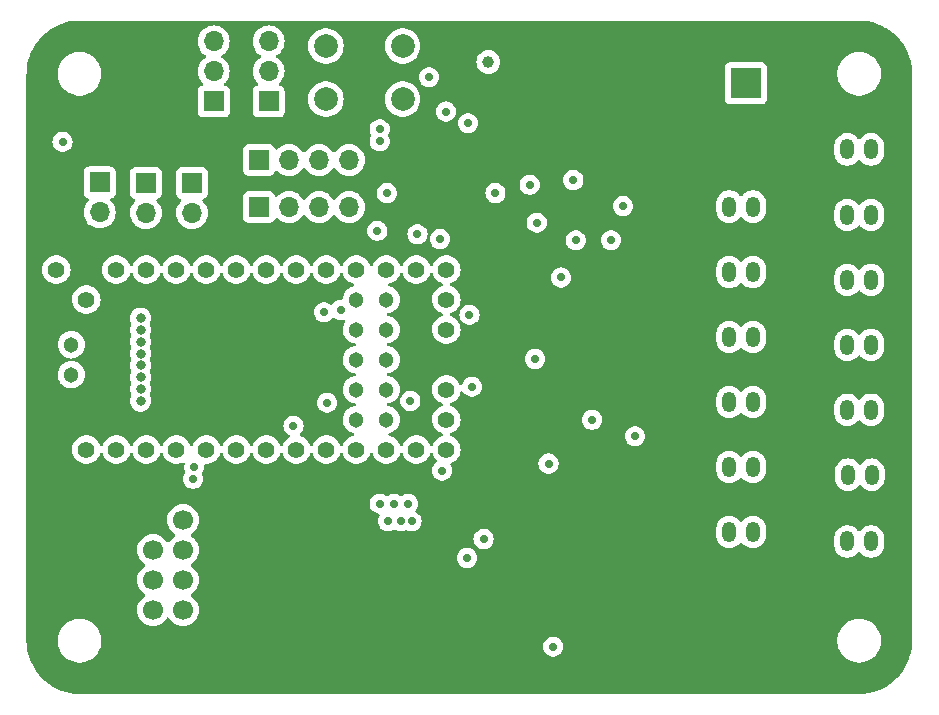
<source format=gbr>
%TF.GenerationSoftware,KiCad,Pcbnew,8.0.7*%
%TF.CreationDate,2024-12-28T15:18:57+07:00*%
%TF.ProjectId,Teensy4.0PCB,5465656e-7379-4342-9e30-5043422e6b69,rev?*%
%TF.SameCoordinates,Original*%
%TF.FileFunction,Copper,L3,Inr*%
%TF.FilePolarity,Positive*%
%FSLAX46Y46*%
G04 Gerber Fmt 4.6, Leading zero omitted, Abs format (unit mm)*
G04 Created by KiCad (PCBNEW 8.0.7) date 2024-12-28 15:18:57*
%MOMM*%
%LPD*%
G01*
G04 APERTURE LIST*
G04 Aperture macros list*
%AMRoundRect*
0 Rectangle with rounded corners*
0 $1 Rounding radius*
0 $2 $3 $4 $5 $6 $7 $8 $9 X,Y pos of 4 corners*
0 Add a 4 corners polygon primitive as box body*
4,1,4,$2,$3,$4,$5,$6,$7,$8,$9,$2,$3,0*
0 Add four circle primitives for the rounded corners*
1,1,$1+$1,$2,$3*
1,1,$1+$1,$4,$5*
1,1,$1+$1,$6,$7*
1,1,$1+$1,$8,$9*
0 Add four rect primitives between the rounded corners*
20,1,$1+$1,$2,$3,$4,$5,0*
20,1,$1+$1,$4,$5,$6,$7,0*
20,1,$1+$1,$6,$7,$8,$9,0*
20,1,$1+$1,$8,$9,$2,$3,0*%
G04 Aperture macros list end*
%TA.AperFunction,ComponentPad*%
%ADD10R,1.700000X1.700000*%
%TD*%
%TA.AperFunction,ComponentPad*%
%ADD11C,1.700000*%
%TD*%
%TA.AperFunction,ComponentPad*%
%ADD12C,1.404000*%
%TD*%
%TA.AperFunction,ComponentPad*%
%ADD13C,1.304000*%
%TD*%
%TA.AperFunction,ComponentPad*%
%ADD14C,0.804000*%
%TD*%
%TA.AperFunction,ComponentPad*%
%ADD15RoundRect,0.250000X-0.350000X-0.625000X0.350000X-0.625000X0.350000X0.625000X-0.350000X0.625000X0*%
%TD*%
%TA.AperFunction,ComponentPad*%
%ADD16O,1.200000X1.750000*%
%TD*%
%TA.AperFunction,ComponentPad*%
%ADD17O,1.700000X1.700000*%
%TD*%
%TA.AperFunction,ComponentPad*%
%ADD18C,2.000000*%
%TD*%
%TA.AperFunction,ComponentPad*%
%ADD19R,2.600000X2.600000*%
%TD*%
%TA.AperFunction,ComponentPad*%
%ADD20C,2.600000*%
%TD*%
%TA.AperFunction,ViaPad*%
%ADD21C,0.700000*%
%TD*%
%TA.AperFunction,ViaPad*%
%ADD22C,1.000000*%
%TD*%
G04 APERTURE END LIST*
D10*
%TO.N,GND*%
%TO.C,U2*%
X120210500Y-108975000D03*
D11*
%TO.N,+3.3V*%
X122750500Y-108975000D03*
%TO.N,/NRF_CE*%
X120210500Y-111515000D03*
%TO.N,/NRF_CS*%
X122750500Y-111515000D03*
%TO.N,/NRF_SCK*%
X120210500Y-114055000D03*
%TO.N,/NRF_MOSI*%
X122750500Y-114055000D03*
%TO.N,/NRF_MISO*%
X120210500Y-116595000D03*
%TO.N,unconnected-(U2-IRQ-Pad8)*%
X122750500Y-116595000D03*
%TD*%
D12*
%TO.N,/NRF_MOSI*%
%TO.C,U1*%
X142505000Y-103020000D03*
%TO.N,+5V*%
X112025000Y-87780000D03*
%TO.N,unconnected-(U1-VUSB-Pad34)*%
X114565000Y-90320000D03*
%TO.N,GND*%
X114565000Y-87780000D03*
%TO.N,unconnected-(U1-3V3-Pad31)*%
X117105000Y-87780000D03*
%TO.N,unconnected-(U1-23_A9_CRX1_MCLK1-Pad30)*%
X119645000Y-87780000D03*
%TO.N,unconnected-(U1-22_A8_CTX1-Pad29)*%
X122185000Y-87780000D03*
%TO.N,/serial_tx5*%
X124725000Y-87780000D03*
%TO.N,/serial_rx5*%
X127265000Y-87780000D03*
%TO.N,/SCL*%
X129805000Y-87780000D03*
%TO.N,/SDA*%
X132345000Y-87780000D03*
%TO.N,/serial_tx4*%
X134885000Y-87780000D03*
%TO.N,/serial_rx4*%
X137425000Y-87780000D03*
%TO.N,/serial_tx3*%
X139965000Y-87780000D03*
%TO.N,/serial_rx3*%
X142505000Y-87780000D03*
%TO.N,/NRF_SCK*%
X145045000Y-87780000D03*
%TO.N,unconnected-(U1-ON_OFF-Pad19)*%
X145045000Y-90320000D03*
%TO.N,unconnected-(U1-PROGRAM-Pad18)*%
X145045000Y-92860000D03*
%TO.N,GND*%
X145045000Y-95400000D03*
%TO.N,unconnected-(U1-3V3-Pad16)*%
X145045000Y-97940000D03*
%TO.N,unconnected-(U1-VBAT-Pad15)*%
X145045000Y-100480000D03*
%TO.N,/NRF_MISO*%
X145045000Y-103020000D03*
%TO.N,/NRF_CS*%
X139965000Y-103020000D03*
%TO.N,/NRF_CE*%
X137425000Y-103020000D03*
%TO.N,unconnected-(U1-8_TX2_IN1-Pad10)*%
X134885000Y-103020000D03*
%TO.N,unconnected-(U1-7_RX2_OUT1A-Pad9)*%
X132345000Y-103020000D03*
%TO.N,/BNO_INT*%
X129805000Y-103020000D03*
%TO.N,/BNO_RESET*%
X127265000Y-103020000D03*
%TO.N,unconnected-(U1-4_BCLK2-Pad6)*%
X124725000Y-103020000D03*
%TO.N,/button_pin*%
X122185000Y-103020000D03*
%TO.N,/servo_dir*%
X119645000Y-103020000D03*
%TO.N,/servo_tx1*%
X117105000Y-103020000D03*
D13*
%TO.N,unconnected-(U1-D+-Pad54)*%
X113295000Y-96670000D03*
%TO.N,unconnected-(U1-D--Pad53)*%
X113295000Y-94130000D03*
D14*
%TO.N,unconnected-(U1-39_DAT2_TX5-Pad52)*%
X119163400Y-98900000D03*
%TO.N,unconnected-(U1-38_DAT3_RX5-Pad51)*%
X119163400Y-97900000D03*
%TO.N,unconnected-(U1-37_CMD_SCK2-Pad50)*%
X119163400Y-96900000D03*
%TO.N,unconnected-(U1-3V3-Pad49)*%
X119163400Y-95900000D03*
%TO.N,unconnected-(U1-36_CLK_CS2-Pad48)*%
X119163400Y-94900000D03*
%TO.N,unconnected-(U1-GND-Pad47)*%
X119163400Y-93900000D03*
%TO.N,unconnected-(U1-35_DAT0_MOSI2-Pad46)*%
X119163400Y-92900000D03*
%TO.N,unconnected-(U1-34_DAT1_MISO2-Pad45)*%
X119163400Y-91900000D03*
D13*
%TO.N,unconnected-(U1-33_MCLK2-Pad44)*%
X137425000Y-100480000D03*
%TO.N,unconnected-(U1-32_OUT1B-Pad43)*%
X139965000Y-100480000D03*
%TO.N,Net-(J2-Pin_4)*%
X137425000Y-97940000D03*
%TO.N,Net-(J2-Pin_3)*%
X139965000Y-97940000D03*
%TO.N,Net-(J2-Pin_2)*%
X137425000Y-95400000D03*
%TO.N,Net-(J2-Pin_1)*%
X139965000Y-95400000D03*
%TO.N,Net-(J1-Pin_4)*%
X137425000Y-92860000D03*
%TO.N,Net-(J1-Pin_3)*%
X139965000Y-92860000D03*
%TO.N,Net-(J1-Pin_2)*%
X137425000Y-90320000D03*
%TO.N,Net-(J1-Pin_1)*%
X139965000Y-90320000D03*
D12*
%TO.N,/servo_rx1*%
X114565000Y-103020000D03*
%TO.N,GND*%
X112025000Y-103020000D03*
%TD*%
D15*
%TO.N,GND*%
%TO.C,servo13*%
X177050000Y-105150000D03*
D16*
%TO.N,VCC*%
X179050000Y-105150000D03*
%TO.N,Net-(IC2-A2)*%
X181050000Y-105150000D03*
%TD*%
D15*
%TO.N,GND*%
%TO.C,servo12*%
X177000000Y-110800000D03*
D16*
%TO.N,VCC*%
X179000000Y-110800000D03*
%TO.N,Net-(IC2-A2)*%
X181000000Y-110800000D03*
%TD*%
D15*
%TO.N,GND*%
%TO.C,servo11*%
X167000000Y-110000000D03*
D16*
%TO.N,VCC*%
X169000000Y-110000000D03*
%TO.N,Net-(IC2-A2)*%
X171000000Y-110000000D03*
%TD*%
D15*
%TO.N,GND*%
%TO.C,servo10*%
X177000000Y-99650000D03*
D16*
%TO.N,VCC*%
X179000000Y-99650000D03*
%TO.N,Net-(IC2-A2)*%
X181000000Y-99650000D03*
%TD*%
D15*
%TO.N,GND*%
%TO.C,servo9*%
X177000000Y-94150000D03*
D16*
%TO.N,VCC*%
X179000000Y-94150000D03*
%TO.N,Net-(IC2-A2)*%
X181000000Y-94150000D03*
%TD*%
D15*
%TO.N,GND*%
%TO.C,servo8*%
X177000000Y-88650000D03*
D16*
%TO.N,VCC*%
X179000000Y-88650000D03*
%TO.N,Net-(IC2-A2)*%
X181000000Y-88650000D03*
%TD*%
D15*
%TO.N,GND*%
%TO.C,servo7*%
X177000000Y-83150000D03*
D16*
%TO.N,VCC*%
X179000000Y-83150000D03*
%TO.N,Net-(IC2-A2)*%
X181000000Y-83150000D03*
%TD*%
D15*
%TO.N,GND*%
%TO.C,servo6*%
X177000000Y-77600000D03*
D16*
%TO.N,VCC*%
X179000000Y-77600000D03*
%TO.N,Net-(IC2-A2)*%
X181000000Y-77600000D03*
%TD*%
D15*
%TO.N,GND*%
%TO.C,servo5*%
X167000000Y-104500000D03*
D16*
%TO.N,VCC*%
X169000000Y-104500000D03*
%TO.N,Net-(IC2-A2)*%
X171000000Y-104500000D03*
%TD*%
D15*
%TO.N,GND*%
%TO.C,servo4*%
X167000000Y-99000000D03*
D16*
%TO.N,VCC*%
X169000000Y-99000000D03*
%TO.N,Net-(IC2-A2)*%
X171000000Y-99000000D03*
%TD*%
D15*
%TO.N,GND*%
%TO.C,servo3*%
X167000000Y-93500000D03*
D16*
%TO.N,VCC*%
X169000000Y-93500000D03*
%TO.N,Net-(IC2-A2)*%
X171000000Y-93500000D03*
%TD*%
D15*
%TO.N,GND*%
%TO.C,servo2*%
X167000000Y-88000000D03*
D16*
%TO.N,VCC*%
X169000000Y-88000000D03*
%TO.N,Net-(IC2-A2)*%
X171000000Y-88000000D03*
%TD*%
D15*
%TO.N,GND*%
%TO.C,servo1*%
X167000000Y-82450000D03*
D16*
%TO.N,VCC*%
X169000000Y-82450000D03*
%TO.N,Net-(IC2-A2)*%
X171000000Y-82450000D03*
%TD*%
D10*
%TO.N,/serial_rx5*%
%TO.C,S5*%
X115700000Y-80400000D03*
D17*
%TO.N,/serial_tx5*%
X115700000Y-82940000D03*
%TD*%
D10*
%TO.N,/serial_rx4*%
%TO.C,S4*%
X119600000Y-80440000D03*
D17*
%TO.N,/serial_tx4*%
X119600000Y-82980000D03*
%TD*%
D10*
%TO.N,/serial_rx3*%
%TO.C,S3*%
X123500000Y-80440000D03*
D17*
%TO.N,/serial_tx3*%
X123500000Y-82980000D03*
%TD*%
D10*
%TO.N,Net-(J2-Pin_1)*%
%TO.C,J2*%
X129200000Y-82500000D03*
D17*
%TO.N,Net-(J2-Pin_2)*%
X131740000Y-82500000D03*
%TO.N,Net-(J2-Pin_3)*%
X134280000Y-82500000D03*
%TO.N,Net-(J2-Pin_4)*%
X136820000Y-82500000D03*
%TD*%
D10*
%TO.N,Net-(J1-Pin_1)*%
%TO.C,J1*%
X129200000Y-78500000D03*
D17*
%TO.N,Net-(J1-Pin_2)*%
X131740000Y-78500000D03*
%TO.N,Net-(J1-Pin_3)*%
X134280000Y-78500000D03*
%TO.N,Net-(J1-Pin_4)*%
X136820000Y-78500000D03*
%TD*%
D18*
%TO.N,/button_pin*%
%TO.C,Button*%
X134850000Y-68850000D03*
X141350000Y-68850000D03*
%TO.N,Net-(Button1-Pad2)*%
X134850000Y-73350000D03*
X141350000Y-73350000D03*
%TD*%
D19*
%TO.N,VCC*%
%TO.C,Main-Terminal1*%
X170400000Y-72000000D03*
D20*
%TO.N,GND*%
X165320000Y-72000000D03*
%TD*%
D17*
%TO.N,GND*%
%TO.C,GND1*%
X120700000Y-68460000D03*
X120700000Y-71000000D03*
D10*
X120700000Y-73540000D03*
%TD*%
D17*
%TO.N,+5V*%
%TO.C,5V1*%
X125350000Y-68460000D03*
X125350000Y-71000000D03*
D10*
X125350000Y-73540000D03*
%TD*%
D17*
%TO.N,+3.3V*%
%TO.C,3.3V1*%
X130000000Y-68460000D03*
X130000000Y-71000000D03*
D10*
X130000000Y-73540000D03*
%TD*%
D21*
%TO.N,GND*%
X162950000Y-114650000D03*
X117900000Y-110900000D03*
X156224998Y-72750001D03*
X153000000Y-97900000D03*
%TO.N,+5V*%
X152100000Y-80600000D03*
X160000000Y-82400000D03*
%TO.N,/BNO_INT*%
X132100000Y-101000000D03*
X142000000Y-98900000D03*
%TO.N,+3.3V*%
X143600000Y-71500000D03*
X145000000Y-74400000D03*
X146900000Y-75400000D03*
%TO.N,Net-(J2-Pin_4)*%
X134950000Y-99050000D03*
%TO.N,Net-(J2-Pin_3)*%
X139200000Y-84500000D03*
X140000000Y-81300000D03*
X142600000Y-84800000D03*
X144500000Y-85200000D03*
X147200000Y-97700000D03*
%TO.N,Net-(J2-Pin_1)*%
X134700000Y-91400000D03*
%TO.N,Net-(J2-Pin_2)*%
X136100000Y-91200000D03*
%TO.N,Net-(J1-Pin_3)*%
X147000000Y-91600000D03*
%TO.N,/BNO_RESET*%
X154100000Y-119700000D03*
%TO.N,/BNO_INT*%
X161000000Y-101900000D03*
%TO.N,/SCL*%
X157400000Y-100500000D03*
%TO.N,/SDA*%
X153700000Y-104200000D03*
%TO.N,GND*%
X148100000Y-101600000D03*
X159100000Y-101800000D03*
%TO.N,+5V*%
X112550000Y-76950000D03*
%TO.N,/NRF_SCK*%
X144700000Y-104800000D03*
%TO.N,GND*%
X147400000Y-121800000D03*
X145700000Y-116400000D03*
X144400000Y-109400000D03*
%TO.N,+5V*%
X146800000Y-112200000D03*
X148200000Y-110600000D03*
%TO.N,/servo_tx1*%
X123700000Y-104500000D03*
%TO.N,/servo_rx1*%
X123600000Y-105500000D03*
%TO.N,/servo_tx1*%
X141800000Y-107600000D03*
%TO.N,/servo_rx1*%
X140600000Y-107600000D03*
%TO.N,/servo_dir*%
X139400000Y-107600000D03*
X140100000Y-109100000D03*
%TO.N,/servo_tx1*%
X142100000Y-109100000D03*
%TO.N,/servo_rx1*%
X141200000Y-109100000D03*
%TO.N,GND*%
X137800000Y-109500000D03*
%TO.N,Net-(U5-LBO)*%
X152550000Y-95350000D03*
X155800000Y-80200000D03*
%TO.N,+3.3V*%
X152700000Y-83800000D03*
X154750000Y-88450000D03*
%TO.N,Net-(U5-LBI)*%
X156000000Y-85300000D03*
X159000000Y-85300000D03*
%TO.N,+5V*%
X149200000Y-81300000D03*
%TO.N,GND*%
X160800000Y-80500000D03*
X152600000Y-70700000D03*
D22*
%TO.N,+5V*%
X148600000Y-70200000D03*
D21*
%TO.N,GND*%
X147100000Y-73800000D03*
%TO.N,Net-(J1-Pin_1)*%
X139400000Y-75900000D03*
%TO.N,GND*%
X158299999Y-75900002D03*
X160899999Y-70100002D03*
%TO.N,Net-(J1-Pin_2)*%
X139400000Y-76900000D03*
%TD*%
%TA.AperFunction,Conductor*%
%TO.N,GND*%
G36*
X180002702Y-66700617D02*
G01*
X180386771Y-66717386D01*
X180397506Y-66718326D01*
X180775971Y-66768152D01*
X180786597Y-66770025D01*
X181159284Y-66852648D01*
X181169710Y-66855442D01*
X181533765Y-66970227D01*
X181543911Y-66973920D01*
X181896578Y-67120000D01*
X181906369Y-67124566D01*
X182216417Y-67285967D01*
X182244942Y-67300816D01*
X182254309Y-67306223D01*
X182513222Y-67471169D01*
X182576244Y-67511318D01*
X182585105Y-67517523D01*
X182887930Y-67749889D01*
X182896217Y-67756843D01*
X183177635Y-68014715D01*
X183185284Y-68022364D01*
X183443156Y-68303782D01*
X183450110Y-68312069D01*
X183682476Y-68614894D01*
X183688681Y-68623755D01*
X183893775Y-68945689D01*
X183899183Y-68955057D01*
X184075430Y-69293623D01*
X184080002Y-69303427D01*
X184226075Y-69656078D01*
X184229775Y-69666244D01*
X184344554Y-70030278D01*
X184347354Y-70040727D01*
X184429971Y-70413389D01*
X184431849Y-70424042D01*
X184481671Y-70802473D01*
X184482614Y-70813249D01*
X184499382Y-71197297D01*
X184499500Y-71202706D01*
X184499500Y-119197293D01*
X184499382Y-119202702D01*
X184482614Y-119586750D01*
X184481671Y-119597526D01*
X184431849Y-119975957D01*
X184429971Y-119986610D01*
X184347354Y-120359272D01*
X184344554Y-120369721D01*
X184229775Y-120733755D01*
X184226075Y-120743921D01*
X184080002Y-121096572D01*
X184075430Y-121106376D01*
X183899183Y-121444942D01*
X183893775Y-121454310D01*
X183688681Y-121776244D01*
X183682476Y-121785105D01*
X183450110Y-122087930D01*
X183443156Y-122096217D01*
X183185284Y-122377635D01*
X183177635Y-122385284D01*
X182896217Y-122643156D01*
X182887930Y-122650110D01*
X182585105Y-122882476D01*
X182576244Y-122888681D01*
X182254310Y-123093775D01*
X182244942Y-123099183D01*
X181906376Y-123275430D01*
X181896572Y-123280002D01*
X181543921Y-123426075D01*
X181533755Y-123429775D01*
X181169721Y-123544554D01*
X181159272Y-123547354D01*
X180786610Y-123629971D01*
X180775957Y-123631849D01*
X180397526Y-123681671D01*
X180386750Y-123682614D01*
X180002703Y-123699382D01*
X179997294Y-123699500D01*
X114002706Y-123699500D01*
X113997297Y-123699382D01*
X113613249Y-123682614D01*
X113602473Y-123681671D01*
X113224042Y-123631849D01*
X113213389Y-123629971D01*
X112840727Y-123547354D01*
X112830278Y-123544554D01*
X112466244Y-123429775D01*
X112456078Y-123426075D01*
X112103427Y-123280002D01*
X112093623Y-123275430D01*
X111755057Y-123099183D01*
X111745689Y-123093775D01*
X111423755Y-122888681D01*
X111414894Y-122882476D01*
X111112069Y-122650110D01*
X111103782Y-122643156D01*
X110822364Y-122385284D01*
X110814715Y-122377635D01*
X110556843Y-122096217D01*
X110549889Y-122087930D01*
X110317523Y-121785105D01*
X110311318Y-121776244D01*
X110106224Y-121454310D01*
X110100816Y-121444942D01*
X109924569Y-121106376D01*
X109919997Y-121096572D01*
X109773920Y-120743911D01*
X109770224Y-120733755D01*
X109655442Y-120369710D01*
X109652648Y-120359284D01*
X109570025Y-119986597D01*
X109568152Y-119975971D01*
X109518326Y-119597506D01*
X109517386Y-119586771D01*
X109500618Y-119202702D01*
X109500500Y-119197293D01*
X109500500Y-119078711D01*
X112149500Y-119078711D01*
X112149500Y-119321288D01*
X112181161Y-119561785D01*
X112243947Y-119796104D01*
X112336773Y-120020205D01*
X112336776Y-120020212D01*
X112458064Y-120230289D01*
X112458066Y-120230292D01*
X112458067Y-120230293D01*
X112605733Y-120422736D01*
X112605739Y-120422743D01*
X112777256Y-120594260D01*
X112777262Y-120594265D01*
X112969711Y-120741936D01*
X113179788Y-120863224D01*
X113403900Y-120956054D01*
X113638211Y-121018838D01*
X113818586Y-121042584D01*
X113878711Y-121050500D01*
X113878712Y-121050500D01*
X114121289Y-121050500D01*
X114169388Y-121044167D01*
X114361789Y-121018838D01*
X114596100Y-120956054D01*
X114820212Y-120863224D01*
X115030289Y-120741936D01*
X115222738Y-120594265D01*
X115394265Y-120422738D01*
X115541936Y-120230289D01*
X115663224Y-120020212D01*
X115756054Y-119796100D01*
X115781804Y-119700000D01*
X153244815Y-119700000D01*
X153263503Y-119877805D01*
X153263504Y-119877807D01*
X153318747Y-120047829D01*
X153318750Y-120047835D01*
X153408141Y-120202665D01*
X153449812Y-120248946D01*
X153527764Y-120335521D01*
X153527767Y-120335523D01*
X153527770Y-120335526D01*
X153672407Y-120440612D01*
X153835733Y-120513329D01*
X154010609Y-120550500D01*
X154010610Y-120550500D01*
X154189389Y-120550500D01*
X154189391Y-120550500D01*
X154364267Y-120513329D01*
X154527593Y-120440612D01*
X154672230Y-120335526D01*
X154791859Y-120202665D01*
X154881250Y-120047835D01*
X154936497Y-119877803D01*
X154955185Y-119700000D01*
X154936497Y-119522197D01*
X154881250Y-119352165D01*
X154791859Y-119197335D01*
X154734929Y-119134108D01*
X154685050Y-119078711D01*
X178149500Y-119078711D01*
X178149500Y-119321288D01*
X178181161Y-119561785D01*
X178243947Y-119796104D01*
X178336773Y-120020205D01*
X178336776Y-120020212D01*
X178458064Y-120230289D01*
X178458066Y-120230292D01*
X178458067Y-120230293D01*
X178605733Y-120422736D01*
X178605739Y-120422743D01*
X178777256Y-120594260D01*
X178777262Y-120594265D01*
X178969711Y-120741936D01*
X179179788Y-120863224D01*
X179403900Y-120956054D01*
X179638211Y-121018838D01*
X179818586Y-121042584D01*
X179878711Y-121050500D01*
X179878712Y-121050500D01*
X180121289Y-121050500D01*
X180169388Y-121044167D01*
X180361789Y-121018838D01*
X180596100Y-120956054D01*
X180820212Y-120863224D01*
X181030289Y-120741936D01*
X181222738Y-120594265D01*
X181394265Y-120422738D01*
X181541936Y-120230289D01*
X181663224Y-120020212D01*
X181756054Y-119796100D01*
X181818838Y-119561789D01*
X181850500Y-119321288D01*
X181850500Y-119078712D01*
X181818838Y-118838211D01*
X181756054Y-118603900D01*
X181663224Y-118379788D01*
X181541936Y-118169711D01*
X181394265Y-117977262D01*
X181394260Y-117977256D01*
X181222743Y-117805739D01*
X181222736Y-117805733D01*
X181030293Y-117658067D01*
X181030292Y-117658066D01*
X181030289Y-117658064D01*
X180820212Y-117536776D01*
X180820205Y-117536773D01*
X180596104Y-117443947D01*
X180361785Y-117381161D01*
X180121289Y-117349500D01*
X180121288Y-117349500D01*
X179878712Y-117349500D01*
X179878711Y-117349500D01*
X179638214Y-117381161D01*
X179403895Y-117443947D01*
X179179794Y-117536773D01*
X179179785Y-117536777D01*
X178969706Y-117658067D01*
X178777263Y-117805733D01*
X178777256Y-117805739D01*
X178605739Y-117977256D01*
X178605733Y-117977263D01*
X178458067Y-118169706D01*
X178336777Y-118379785D01*
X178336773Y-118379794D01*
X178243947Y-118603895D01*
X178181161Y-118838214D01*
X178149500Y-119078711D01*
X154685050Y-119078711D01*
X154672235Y-119064478D01*
X154672232Y-119064476D01*
X154672231Y-119064475D01*
X154672230Y-119064474D01*
X154527593Y-118959388D01*
X154364267Y-118886671D01*
X154364265Y-118886670D01*
X154236594Y-118859533D01*
X154189391Y-118849500D01*
X154010609Y-118849500D01*
X153979954Y-118856015D01*
X153835733Y-118886670D01*
X153835728Y-118886672D01*
X153672408Y-118959387D01*
X153527768Y-119064475D01*
X153408140Y-119197336D01*
X153318750Y-119352164D01*
X153318747Y-119352170D01*
X153263504Y-119522192D01*
X153263503Y-119522194D01*
X153244815Y-119700000D01*
X115781804Y-119700000D01*
X115818838Y-119561789D01*
X115850500Y-119321288D01*
X115850500Y-119078712D01*
X115818838Y-118838211D01*
X115756054Y-118603900D01*
X115663224Y-118379788D01*
X115541936Y-118169711D01*
X115394265Y-117977262D01*
X115394260Y-117977256D01*
X115222743Y-117805739D01*
X115222736Y-117805733D01*
X115030293Y-117658067D01*
X115030292Y-117658066D01*
X115030289Y-117658064D01*
X114820212Y-117536776D01*
X114820205Y-117536773D01*
X114596104Y-117443947D01*
X114361785Y-117381161D01*
X114121289Y-117349500D01*
X114121288Y-117349500D01*
X113878712Y-117349500D01*
X113878711Y-117349500D01*
X113638214Y-117381161D01*
X113403895Y-117443947D01*
X113179794Y-117536773D01*
X113179785Y-117536777D01*
X112969706Y-117658067D01*
X112777263Y-117805733D01*
X112777256Y-117805739D01*
X112605739Y-117977256D01*
X112605733Y-117977263D01*
X112458067Y-118169706D01*
X112336777Y-118379785D01*
X112336773Y-118379794D01*
X112243947Y-118603895D01*
X112181161Y-118838214D01*
X112149500Y-119078711D01*
X109500500Y-119078711D01*
X109500500Y-111514999D01*
X118854841Y-111514999D01*
X118854841Y-111515000D01*
X118875436Y-111750403D01*
X118875438Y-111750413D01*
X118936594Y-111978655D01*
X118936596Y-111978659D01*
X118936597Y-111978663D01*
X118990786Y-112094871D01*
X119036465Y-112192830D01*
X119036467Y-112192834D01*
X119144781Y-112347521D01*
X119172001Y-112386396D01*
X119172006Y-112386402D01*
X119339097Y-112553493D01*
X119339103Y-112553498D01*
X119524658Y-112683425D01*
X119568283Y-112738002D01*
X119575477Y-112807500D01*
X119543954Y-112869855D01*
X119524658Y-112886575D01*
X119339097Y-113016505D01*
X119172005Y-113183597D01*
X119036465Y-113377169D01*
X119036464Y-113377171D01*
X118936598Y-113591335D01*
X118936594Y-113591344D01*
X118875438Y-113819586D01*
X118875436Y-113819596D01*
X118854841Y-114054999D01*
X118854841Y-114055000D01*
X118875436Y-114290403D01*
X118875438Y-114290413D01*
X118936594Y-114518655D01*
X118936596Y-114518659D01*
X118936597Y-114518663D01*
X118940500Y-114527032D01*
X119036465Y-114732830D01*
X119036467Y-114732834D01*
X119144781Y-114887521D01*
X119172001Y-114926396D01*
X119172006Y-114926402D01*
X119339097Y-115093493D01*
X119339103Y-115093498D01*
X119524658Y-115223425D01*
X119568283Y-115278002D01*
X119575477Y-115347500D01*
X119543954Y-115409855D01*
X119524658Y-115426575D01*
X119339097Y-115556505D01*
X119172005Y-115723597D01*
X119036465Y-115917169D01*
X119036464Y-115917171D01*
X118936598Y-116131335D01*
X118936594Y-116131344D01*
X118875438Y-116359586D01*
X118875436Y-116359596D01*
X118854841Y-116594999D01*
X118854841Y-116595000D01*
X118875436Y-116830403D01*
X118875438Y-116830413D01*
X118936594Y-117058655D01*
X118936596Y-117058659D01*
X118936597Y-117058663D01*
X118940500Y-117067032D01*
X119036465Y-117272830D01*
X119036467Y-117272834D01*
X119090150Y-117349500D01*
X119172005Y-117466401D01*
X119339099Y-117633495D01*
X119435884Y-117701265D01*
X119532665Y-117769032D01*
X119532667Y-117769033D01*
X119532670Y-117769035D01*
X119746837Y-117868903D01*
X119975092Y-117930063D01*
X120163418Y-117946539D01*
X120210499Y-117950659D01*
X120210500Y-117950659D01*
X120210501Y-117950659D01*
X120249734Y-117947226D01*
X120445908Y-117930063D01*
X120674163Y-117868903D01*
X120888330Y-117769035D01*
X121081901Y-117633495D01*
X121248995Y-117466401D01*
X121378925Y-117280842D01*
X121433502Y-117237217D01*
X121503000Y-117230023D01*
X121565355Y-117261546D01*
X121582075Y-117280842D01*
X121712000Y-117466395D01*
X121712005Y-117466401D01*
X121879099Y-117633495D01*
X121975884Y-117701265D01*
X122072665Y-117769032D01*
X122072667Y-117769033D01*
X122072670Y-117769035D01*
X122286837Y-117868903D01*
X122515092Y-117930063D01*
X122703418Y-117946539D01*
X122750499Y-117950659D01*
X122750500Y-117950659D01*
X122750501Y-117950659D01*
X122789734Y-117947226D01*
X122985908Y-117930063D01*
X123214163Y-117868903D01*
X123428330Y-117769035D01*
X123621901Y-117633495D01*
X123788995Y-117466401D01*
X123924535Y-117272830D01*
X124024403Y-117058663D01*
X124085563Y-116830408D01*
X124106159Y-116595000D01*
X124085563Y-116359592D01*
X124024403Y-116131337D01*
X123924535Y-115917171D01*
X123918925Y-115909158D01*
X123788994Y-115723597D01*
X123621902Y-115556506D01*
X123621896Y-115556501D01*
X123436342Y-115426575D01*
X123392717Y-115371998D01*
X123385523Y-115302500D01*
X123417046Y-115240145D01*
X123436342Y-115223425D01*
X123458526Y-115207891D01*
X123621901Y-115093495D01*
X123788995Y-114926401D01*
X123924535Y-114732830D01*
X124024403Y-114518663D01*
X124085563Y-114290408D01*
X124106159Y-114055000D01*
X124085563Y-113819592D01*
X124024403Y-113591337D01*
X123924535Y-113377171D01*
X123918925Y-113369158D01*
X123788994Y-113183597D01*
X123621902Y-113016506D01*
X123621896Y-113016501D01*
X123436342Y-112886575D01*
X123392717Y-112831998D01*
X123385523Y-112762500D01*
X123417046Y-112700145D01*
X123436342Y-112683425D01*
X123458526Y-112667891D01*
X123621901Y-112553495D01*
X123788995Y-112386401D01*
X123919515Y-112200000D01*
X145944815Y-112200000D01*
X145963503Y-112377805D01*
X145963504Y-112377807D01*
X146018747Y-112547829D01*
X146018750Y-112547835D01*
X146108141Y-112702665D01*
X146139959Y-112738002D01*
X146227764Y-112835521D01*
X146227767Y-112835523D01*
X146227770Y-112835526D01*
X146372407Y-112940612D01*
X146535733Y-113013329D01*
X146710609Y-113050500D01*
X146710610Y-113050500D01*
X146889389Y-113050500D01*
X146889391Y-113050500D01*
X147064267Y-113013329D01*
X147227593Y-112940612D01*
X147372230Y-112835526D01*
X147491859Y-112702665D01*
X147581250Y-112547835D01*
X147636497Y-112377803D01*
X147655185Y-112200000D01*
X147636497Y-112022197D01*
X147581250Y-111852165D01*
X147491859Y-111697335D01*
X147445003Y-111645296D01*
X147372235Y-111564478D01*
X147372232Y-111564476D01*
X147372231Y-111564475D01*
X147372230Y-111564474D01*
X147227593Y-111459388D01*
X147064267Y-111386671D01*
X147064265Y-111386670D01*
X146936594Y-111359533D01*
X146889391Y-111349500D01*
X146710609Y-111349500D01*
X146679954Y-111356015D01*
X146535733Y-111386670D01*
X146535728Y-111386672D01*
X146372408Y-111459387D01*
X146227768Y-111564475D01*
X146108140Y-111697336D01*
X146018750Y-111852164D01*
X146018747Y-111852170D01*
X145963504Y-112022192D01*
X145963503Y-112022194D01*
X145944815Y-112200000D01*
X123919515Y-112200000D01*
X123924535Y-112192830D01*
X124024403Y-111978663D01*
X124085563Y-111750408D01*
X124106159Y-111515000D01*
X124085563Y-111279592D01*
X124024403Y-111051337D01*
X123924535Y-110837171D01*
X123918925Y-110829158D01*
X123788994Y-110643597D01*
X123745397Y-110600000D01*
X147344815Y-110600000D01*
X147363503Y-110777805D01*
X147363504Y-110777807D01*
X147418747Y-110947829D01*
X147418750Y-110947835D01*
X147508141Y-111102665D01*
X147518720Y-111114414D01*
X147627764Y-111235521D01*
X147627767Y-111235523D01*
X147627770Y-111235526D01*
X147772407Y-111340612D01*
X147935733Y-111413329D01*
X148110609Y-111450500D01*
X148110610Y-111450500D01*
X148289389Y-111450500D01*
X148289391Y-111450500D01*
X148464267Y-111413329D01*
X148627593Y-111340612D01*
X148772230Y-111235526D01*
X148789603Y-111216232D01*
X148798148Y-111206741D01*
X148891859Y-111102665D01*
X148981250Y-110947835D01*
X149036497Y-110777803D01*
X149055185Y-110600000D01*
X149036497Y-110422197D01*
X148986233Y-110267500D01*
X148981252Y-110252170D01*
X148981249Y-110252164D01*
X148974860Y-110241098D01*
X148891859Y-110097335D01*
X148816369Y-110013495D01*
X148772235Y-109964478D01*
X148772232Y-109964476D01*
X148772231Y-109964475D01*
X148772230Y-109964474D01*
X148627593Y-109859388D01*
X148464267Y-109786671D01*
X148464265Y-109786670D01*
X148336594Y-109759533D01*
X148289391Y-109749500D01*
X148110609Y-109749500D01*
X148079954Y-109756015D01*
X147935733Y-109786670D01*
X147935728Y-109786672D01*
X147772408Y-109859387D01*
X147627768Y-109964475D01*
X147508140Y-110097336D01*
X147418750Y-110252164D01*
X147418747Y-110252170D01*
X147363504Y-110422192D01*
X147363503Y-110422194D01*
X147344815Y-110600000D01*
X123745397Y-110600000D01*
X123621902Y-110476506D01*
X123621896Y-110476501D01*
X123436342Y-110346575D01*
X123392717Y-110291998D01*
X123385523Y-110222500D01*
X123417046Y-110160145D01*
X123436342Y-110143425D01*
X123494710Y-110102555D01*
X123621901Y-110013495D01*
X123788995Y-109846401D01*
X123924535Y-109652830D01*
X124024403Y-109438663D01*
X124085563Y-109210408D01*
X124106159Y-108975000D01*
X124085563Y-108739592D01*
X124024403Y-108511337D01*
X123924535Y-108297171D01*
X123881368Y-108235521D01*
X123788994Y-108103597D01*
X123621902Y-107936506D01*
X123621895Y-107936501D01*
X123428334Y-107800967D01*
X123428330Y-107800965D01*
X123428328Y-107800964D01*
X123214163Y-107701097D01*
X123214159Y-107701096D01*
X123214155Y-107701094D01*
X122985913Y-107639938D01*
X122985903Y-107639936D01*
X122750501Y-107619341D01*
X122750499Y-107619341D01*
X122515096Y-107639936D01*
X122515086Y-107639938D01*
X122286844Y-107701094D01*
X122286835Y-107701098D01*
X122072671Y-107800964D01*
X122072669Y-107800965D01*
X121879097Y-107936505D01*
X121712005Y-108103597D01*
X121576465Y-108297169D01*
X121576464Y-108297171D01*
X121476598Y-108511335D01*
X121476594Y-108511344D01*
X121415438Y-108739586D01*
X121415436Y-108739596D01*
X121394841Y-108974999D01*
X121394841Y-108975000D01*
X121415436Y-109210403D01*
X121415438Y-109210413D01*
X121476594Y-109438655D01*
X121476596Y-109438659D01*
X121476597Y-109438663D01*
X121544261Y-109583768D01*
X121576465Y-109652830D01*
X121576467Y-109652834D01*
X121670182Y-109786672D01*
X121707951Y-109840612D01*
X121712001Y-109846395D01*
X121712006Y-109846402D01*
X121879097Y-110013493D01*
X121879103Y-110013498D01*
X122064658Y-110143425D01*
X122108283Y-110198002D01*
X122115477Y-110267500D01*
X122083954Y-110329855D01*
X122064658Y-110346575D01*
X121879097Y-110476505D01*
X121712005Y-110643597D01*
X121582075Y-110829158D01*
X121527498Y-110872783D01*
X121458000Y-110879977D01*
X121395645Y-110848454D01*
X121378925Y-110829158D01*
X121248994Y-110643597D01*
X121081902Y-110476506D01*
X121081895Y-110476501D01*
X120888334Y-110340967D01*
X120888330Y-110340965D01*
X120888328Y-110340964D01*
X120674163Y-110241097D01*
X120674159Y-110241096D01*
X120674155Y-110241094D01*
X120445913Y-110179938D01*
X120445903Y-110179936D01*
X120210501Y-110159341D01*
X120210499Y-110159341D01*
X119975096Y-110179936D01*
X119975086Y-110179938D01*
X119746844Y-110241094D01*
X119746835Y-110241098D01*
X119532671Y-110340964D01*
X119532669Y-110340965D01*
X119339097Y-110476505D01*
X119172005Y-110643597D01*
X119036465Y-110837169D01*
X119036464Y-110837171D01*
X118936598Y-111051335D01*
X118936594Y-111051344D01*
X118875438Y-111279586D01*
X118875436Y-111279596D01*
X118854841Y-111514999D01*
X109500500Y-111514999D01*
X109500500Y-107600000D01*
X138544815Y-107600000D01*
X138563503Y-107777805D01*
X138563504Y-107777807D01*
X138618747Y-107947829D01*
X138618750Y-107947835D01*
X138708141Y-108102665D01*
X138748718Y-108147730D01*
X138827764Y-108235521D01*
X138827767Y-108235523D01*
X138827770Y-108235526D01*
X138972407Y-108340612D01*
X139135733Y-108413329D01*
X139306047Y-108449530D01*
X139367529Y-108482722D01*
X139401305Y-108543885D01*
X139396653Y-108613600D01*
X139387654Y-108632819D01*
X139326013Y-108739586D01*
X139318749Y-108752167D01*
X139318747Y-108752170D01*
X139263504Y-108922192D01*
X139263503Y-108922194D01*
X139244815Y-109100000D01*
X139263503Y-109277805D01*
X139263504Y-109277807D01*
X139318747Y-109447829D01*
X139318750Y-109447835D01*
X139408141Y-109602665D01*
X139440307Y-109638389D01*
X139527764Y-109735521D01*
X139527767Y-109735523D01*
X139527770Y-109735526D01*
X139672407Y-109840612D01*
X139835733Y-109913329D01*
X140010609Y-109950500D01*
X140010610Y-109950500D01*
X140189389Y-109950500D01*
X140189391Y-109950500D01*
X140364267Y-109913329D01*
X140527593Y-109840612D01*
X140572372Y-109808078D01*
X140577114Y-109804633D01*
X140642920Y-109781152D01*
X140710974Y-109796977D01*
X140722886Y-109804633D01*
X140772401Y-109840608D01*
X140772402Y-109840609D01*
X140772404Y-109840610D01*
X140772407Y-109840612D01*
X140935733Y-109913329D01*
X141110609Y-109950500D01*
X141110610Y-109950500D01*
X141289389Y-109950500D01*
X141289391Y-109950500D01*
X141464267Y-109913329D01*
X141599567Y-109853089D01*
X141668815Y-109843806D01*
X141700429Y-109853088D01*
X141835733Y-109913329D01*
X142010609Y-109950500D01*
X142010610Y-109950500D01*
X142189389Y-109950500D01*
X142189391Y-109950500D01*
X142364267Y-109913329D01*
X142527593Y-109840612D01*
X142672230Y-109735526D01*
X142759693Y-109638389D01*
X167899500Y-109638389D01*
X167899500Y-110361610D01*
X167917697Y-110476506D01*
X167926598Y-110532701D01*
X167980127Y-110697445D01*
X168058768Y-110851788D01*
X168160586Y-110991928D01*
X168283072Y-111114414D01*
X168423212Y-111216232D01*
X168577555Y-111294873D01*
X168742299Y-111348402D01*
X168913389Y-111375500D01*
X168913390Y-111375500D01*
X169086610Y-111375500D01*
X169086611Y-111375500D01*
X169257701Y-111348402D01*
X169422445Y-111294873D01*
X169576788Y-111216232D01*
X169716928Y-111114414D01*
X169839414Y-110991928D01*
X169899682Y-110908975D01*
X169955012Y-110866311D01*
X170024626Y-110860332D01*
X170086421Y-110892938D01*
X170100315Y-110908973D01*
X170160586Y-110991928D01*
X170283072Y-111114414D01*
X170423212Y-111216232D01*
X170577555Y-111294873D01*
X170742299Y-111348402D01*
X170913389Y-111375500D01*
X170913390Y-111375500D01*
X171086610Y-111375500D01*
X171086611Y-111375500D01*
X171257701Y-111348402D01*
X171422445Y-111294873D01*
X171576788Y-111216232D01*
X171716928Y-111114414D01*
X171839414Y-110991928D01*
X171941232Y-110851788D01*
X172019873Y-110697445D01*
X172073402Y-110532701D01*
X172088340Y-110438389D01*
X177899500Y-110438389D01*
X177899500Y-111161610D01*
X177920606Y-111294873D01*
X177926598Y-111332701D01*
X177980127Y-111497445D01*
X178058768Y-111651788D01*
X178160586Y-111791928D01*
X178283072Y-111914414D01*
X178423212Y-112016232D01*
X178577555Y-112094873D01*
X178742299Y-112148402D01*
X178913389Y-112175500D01*
X178913390Y-112175500D01*
X179086610Y-112175500D01*
X179086611Y-112175500D01*
X179257701Y-112148402D01*
X179422445Y-112094873D01*
X179576788Y-112016232D01*
X179716928Y-111914414D01*
X179839414Y-111791928D01*
X179899682Y-111708975D01*
X179955012Y-111666311D01*
X180024626Y-111660332D01*
X180086421Y-111692938D01*
X180100315Y-111708973D01*
X180160586Y-111791928D01*
X180283072Y-111914414D01*
X180423212Y-112016232D01*
X180577555Y-112094873D01*
X180742299Y-112148402D01*
X180913389Y-112175500D01*
X180913390Y-112175500D01*
X181086610Y-112175500D01*
X181086611Y-112175500D01*
X181257701Y-112148402D01*
X181422445Y-112094873D01*
X181576788Y-112016232D01*
X181716928Y-111914414D01*
X181839414Y-111791928D01*
X181941232Y-111651788D01*
X182019873Y-111497445D01*
X182073402Y-111332701D01*
X182100500Y-111161611D01*
X182100500Y-110438389D01*
X182073402Y-110267299D01*
X182019873Y-110102555D01*
X181941232Y-109948212D01*
X181839414Y-109808072D01*
X181716928Y-109685586D01*
X181576788Y-109583768D01*
X181422445Y-109505127D01*
X181257701Y-109451598D01*
X181257699Y-109451597D01*
X181257698Y-109451597D01*
X181126271Y-109430781D01*
X181086611Y-109424500D01*
X180913389Y-109424500D01*
X180873728Y-109430781D01*
X180742302Y-109451597D01*
X180577552Y-109505128D01*
X180423211Y-109583768D01*
X180348033Y-109638389D01*
X180283072Y-109685586D01*
X180283070Y-109685588D01*
X180283069Y-109685588D01*
X180160588Y-109808069D01*
X180160581Y-109808078D01*
X180100317Y-109891023D01*
X180044987Y-109933689D01*
X179975374Y-109939667D01*
X179913579Y-109907061D01*
X179899683Y-109891023D01*
X179839418Y-109808078D01*
X179839414Y-109808072D01*
X179716928Y-109685586D01*
X179576788Y-109583768D01*
X179422445Y-109505127D01*
X179257701Y-109451598D01*
X179257699Y-109451597D01*
X179257698Y-109451597D01*
X179126271Y-109430781D01*
X179086611Y-109424500D01*
X178913389Y-109424500D01*
X178873728Y-109430781D01*
X178742302Y-109451597D01*
X178577552Y-109505128D01*
X178423211Y-109583768D01*
X178348033Y-109638389D01*
X178283072Y-109685586D01*
X178283070Y-109685588D01*
X178283069Y-109685588D01*
X178160588Y-109808069D01*
X178160588Y-109808070D01*
X178160586Y-109808072D01*
X178123303Y-109859387D01*
X178058768Y-109948211D01*
X177980128Y-110102552D01*
X177926597Y-110267302D01*
X177899500Y-110438389D01*
X172088340Y-110438389D01*
X172100500Y-110361611D01*
X172100500Y-109638389D01*
X172073402Y-109467299D01*
X172019873Y-109302555D01*
X171941232Y-109148212D01*
X171839414Y-109008072D01*
X171716928Y-108885586D01*
X171576788Y-108783768D01*
X171422445Y-108705127D01*
X171257701Y-108651598D01*
X171257699Y-108651597D01*
X171257698Y-108651597D01*
X171126271Y-108630781D01*
X171086611Y-108624500D01*
X170913389Y-108624500D01*
X170873728Y-108630781D01*
X170742302Y-108651597D01*
X170577552Y-108705128D01*
X170423211Y-108783768D01*
X170343256Y-108841859D01*
X170283072Y-108885586D01*
X170283070Y-108885588D01*
X170283069Y-108885588D01*
X170160588Y-109008069D01*
X170160581Y-109008078D01*
X170100317Y-109091023D01*
X170044987Y-109133689D01*
X169975374Y-109139667D01*
X169913579Y-109107061D01*
X169899683Y-109091023D01*
X169839418Y-109008078D01*
X169839414Y-109008072D01*
X169716928Y-108885586D01*
X169576788Y-108783768D01*
X169422445Y-108705127D01*
X169257701Y-108651598D01*
X169257699Y-108651597D01*
X169257698Y-108651597D01*
X169126271Y-108630781D01*
X169086611Y-108624500D01*
X168913389Y-108624500D01*
X168873728Y-108630781D01*
X168742302Y-108651597D01*
X168577552Y-108705128D01*
X168423211Y-108783768D01*
X168343256Y-108841859D01*
X168283072Y-108885586D01*
X168283070Y-108885588D01*
X168283069Y-108885588D01*
X168160588Y-109008069D01*
X168160588Y-109008070D01*
X168160586Y-109008072D01*
X168160582Y-109008078D01*
X168058768Y-109148211D01*
X167980128Y-109302552D01*
X167926597Y-109467302D01*
X167899500Y-109638389D01*
X142759693Y-109638389D01*
X142791859Y-109602665D01*
X142881250Y-109447835D01*
X142936497Y-109277803D01*
X142955185Y-109100000D01*
X142936497Y-108922197D01*
X142908873Y-108837181D01*
X142881252Y-108752170D01*
X142881250Y-108752167D01*
X142881250Y-108752165D01*
X142791859Y-108597335D01*
X142743732Y-108543885D01*
X142672235Y-108464478D01*
X142672232Y-108464476D01*
X142672231Y-108464475D01*
X142672230Y-108464474D01*
X142527593Y-108359388D01*
X142527592Y-108359387D01*
X142492993Y-108343983D01*
X142439756Y-108298733D01*
X142419435Y-108231884D01*
X142438480Y-108164660D01*
X142451268Y-108147744D01*
X142491859Y-108102665D01*
X142581250Y-107947835D01*
X142636497Y-107777803D01*
X142655185Y-107600000D01*
X142636497Y-107422197D01*
X142581250Y-107252165D01*
X142491859Y-107097335D01*
X142445003Y-107045296D01*
X142372235Y-106964478D01*
X142372232Y-106964476D01*
X142372231Y-106964475D01*
X142372230Y-106964474D01*
X142227593Y-106859388D01*
X142064267Y-106786671D01*
X142064265Y-106786670D01*
X141936594Y-106759533D01*
X141889391Y-106749500D01*
X141710609Y-106749500D01*
X141679954Y-106756015D01*
X141535733Y-106786670D01*
X141535728Y-106786672D01*
X141372408Y-106859388D01*
X141372403Y-106859390D01*
X141272885Y-106931695D01*
X141207079Y-106955175D01*
X141139025Y-106939349D01*
X141127114Y-106931695D01*
X141027593Y-106859388D01*
X140864267Y-106786671D01*
X140864265Y-106786670D01*
X140736594Y-106759533D01*
X140689391Y-106749500D01*
X140510609Y-106749500D01*
X140479954Y-106756015D01*
X140335733Y-106786670D01*
X140335728Y-106786672D01*
X140172408Y-106859388D01*
X140172403Y-106859390D01*
X140072885Y-106931695D01*
X140007079Y-106955175D01*
X139939025Y-106939349D01*
X139927114Y-106931695D01*
X139827593Y-106859388D01*
X139664267Y-106786671D01*
X139664265Y-106786670D01*
X139536594Y-106759533D01*
X139489391Y-106749500D01*
X139310609Y-106749500D01*
X139279954Y-106756015D01*
X139135733Y-106786670D01*
X139135728Y-106786672D01*
X138972408Y-106859387D01*
X138827768Y-106964475D01*
X138708140Y-107097336D01*
X138618750Y-107252164D01*
X138618747Y-107252170D01*
X138563504Y-107422192D01*
X138563503Y-107422194D01*
X138544815Y-107600000D01*
X109500500Y-107600000D01*
X109500500Y-103020000D01*
X113357348Y-103020000D01*
X113377910Y-103241900D01*
X113377910Y-103241902D01*
X113377911Y-103241905D01*
X113438898Y-103456254D01*
X113438899Y-103456257D01*
X113534482Y-103648212D01*
X113538234Y-103655747D01*
X113649095Y-103802552D01*
X113672536Y-103833592D01*
X113672539Y-103833595D01*
X113692915Y-103852170D01*
X113837227Y-103983727D01*
X114026703Y-104101046D01*
X114234510Y-104181551D01*
X114453572Y-104222500D01*
X114453575Y-104222500D01*
X114676425Y-104222500D01*
X114676428Y-104222500D01*
X114895490Y-104181551D01*
X115103297Y-104101046D01*
X115292773Y-103983727D01*
X115457466Y-103833590D01*
X115591766Y-103655747D01*
X115691102Y-103456254D01*
X115715733Y-103369681D01*
X115753012Y-103310589D01*
X115816322Y-103281031D01*
X115885561Y-103290393D01*
X115938748Y-103335702D01*
X115954266Y-103369680D01*
X115963673Y-103402743D01*
X115978898Y-103456256D01*
X116074482Y-103648212D01*
X116078234Y-103655747D01*
X116189095Y-103802552D01*
X116212536Y-103833592D01*
X116212539Y-103833595D01*
X116232915Y-103852170D01*
X116377227Y-103983727D01*
X116566703Y-104101046D01*
X116774510Y-104181551D01*
X116993572Y-104222500D01*
X116993575Y-104222500D01*
X117216425Y-104222500D01*
X117216428Y-104222500D01*
X117435490Y-104181551D01*
X117643297Y-104101046D01*
X117832773Y-103983727D01*
X117997466Y-103833590D01*
X118131766Y-103655747D01*
X118231102Y-103456254D01*
X118255733Y-103369681D01*
X118293012Y-103310589D01*
X118356322Y-103281031D01*
X118425561Y-103290393D01*
X118478748Y-103335702D01*
X118494266Y-103369680D01*
X118503673Y-103402743D01*
X118518898Y-103456256D01*
X118614482Y-103648212D01*
X118618234Y-103655747D01*
X118729095Y-103802552D01*
X118752536Y-103833592D01*
X118752539Y-103833595D01*
X118772915Y-103852170D01*
X118917227Y-103983727D01*
X119106703Y-104101046D01*
X119314510Y-104181551D01*
X119533572Y-104222500D01*
X119533575Y-104222500D01*
X119756425Y-104222500D01*
X119756428Y-104222500D01*
X119975490Y-104181551D01*
X120183297Y-104101046D01*
X120372773Y-103983727D01*
X120537466Y-103833590D01*
X120671766Y-103655747D01*
X120771102Y-103456254D01*
X120795733Y-103369681D01*
X120833012Y-103310589D01*
X120896322Y-103281031D01*
X120965561Y-103290393D01*
X121018748Y-103335702D01*
X121034266Y-103369680D01*
X121043673Y-103402743D01*
X121058898Y-103456256D01*
X121154482Y-103648212D01*
X121158234Y-103655747D01*
X121269095Y-103802552D01*
X121292536Y-103833592D01*
X121292539Y-103833595D01*
X121312915Y-103852170D01*
X121457227Y-103983727D01*
X121646703Y-104101046D01*
X121854510Y-104181551D01*
X122073572Y-104222500D01*
X122073575Y-104222500D01*
X122296425Y-104222500D01*
X122296428Y-104222500D01*
X122515490Y-104181551D01*
X122653215Y-104128196D01*
X122722516Y-104101349D01*
X122792139Y-104095486D01*
X122853879Y-104128196D01*
X122888134Y-104189092D01*
X122885241Y-104255292D01*
X122863505Y-104322189D01*
X122863503Y-104322194D01*
X122844815Y-104500000D01*
X122863503Y-104677805D01*
X122863504Y-104677807D01*
X122918750Y-104847836D01*
X122922152Y-104853729D01*
X122938622Y-104921630D01*
X122915768Y-104987656D01*
X122909437Y-104995551D01*
X122908138Y-104997338D01*
X122818750Y-105152164D01*
X122818747Y-105152170D01*
X122763504Y-105322192D01*
X122763503Y-105322194D01*
X122744815Y-105500000D01*
X122763503Y-105677805D01*
X122763504Y-105677807D01*
X122818747Y-105847829D01*
X122818750Y-105847835D01*
X122908141Y-106002665D01*
X122944403Y-106042938D01*
X123027764Y-106135521D01*
X123027767Y-106135523D01*
X123027770Y-106135526D01*
X123172407Y-106240612D01*
X123335733Y-106313329D01*
X123510609Y-106350500D01*
X123510610Y-106350500D01*
X123689389Y-106350500D01*
X123689391Y-106350500D01*
X123864267Y-106313329D01*
X124027593Y-106240612D01*
X124172230Y-106135526D01*
X124291859Y-106002665D01*
X124381250Y-105847835D01*
X124436497Y-105677803D01*
X124455185Y-105500000D01*
X124436497Y-105322197D01*
X124395963Y-105197447D01*
X124381252Y-105152170D01*
X124381249Y-105152164D01*
X124378746Y-105147829D01*
X124377846Y-105146270D01*
X124361377Y-105078370D01*
X124384231Y-105012344D01*
X124390555Y-105004459D01*
X124391855Y-105002669D01*
X124391859Y-105002665D01*
X124481250Y-104847835D01*
X124536497Y-104677803D01*
X124555185Y-104500000D01*
X124540413Y-104359459D01*
X124552982Y-104290732D01*
X124600714Y-104239708D01*
X124663734Y-104222500D01*
X124836425Y-104222500D01*
X124836428Y-104222500D01*
X125055490Y-104181551D01*
X125263297Y-104101046D01*
X125452773Y-103983727D01*
X125617466Y-103833590D01*
X125751766Y-103655747D01*
X125851102Y-103456254D01*
X125875733Y-103369681D01*
X125913012Y-103310589D01*
X125976322Y-103281031D01*
X126045561Y-103290393D01*
X126098748Y-103335702D01*
X126114266Y-103369680D01*
X126123673Y-103402743D01*
X126138898Y-103456256D01*
X126234482Y-103648212D01*
X126238234Y-103655747D01*
X126349095Y-103802552D01*
X126372536Y-103833592D01*
X126372539Y-103833595D01*
X126392915Y-103852170D01*
X126537227Y-103983727D01*
X126726703Y-104101046D01*
X126934510Y-104181551D01*
X127153572Y-104222500D01*
X127153575Y-104222500D01*
X127376425Y-104222500D01*
X127376428Y-104222500D01*
X127595490Y-104181551D01*
X127803297Y-104101046D01*
X127992773Y-103983727D01*
X128157466Y-103833590D01*
X128291766Y-103655747D01*
X128391102Y-103456254D01*
X128415733Y-103369681D01*
X128453012Y-103310589D01*
X128516322Y-103281031D01*
X128585561Y-103290393D01*
X128638748Y-103335702D01*
X128654266Y-103369680D01*
X128663673Y-103402743D01*
X128678898Y-103456256D01*
X128774482Y-103648212D01*
X128778234Y-103655747D01*
X128889095Y-103802552D01*
X128912536Y-103833592D01*
X128912539Y-103833595D01*
X128932915Y-103852170D01*
X129077227Y-103983727D01*
X129266703Y-104101046D01*
X129474510Y-104181551D01*
X129693572Y-104222500D01*
X129693575Y-104222500D01*
X129916425Y-104222500D01*
X129916428Y-104222500D01*
X130135490Y-104181551D01*
X130343297Y-104101046D01*
X130532773Y-103983727D01*
X130697466Y-103833590D01*
X130831766Y-103655747D01*
X130931102Y-103456254D01*
X130955733Y-103369681D01*
X130993012Y-103310589D01*
X131056322Y-103281031D01*
X131125561Y-103290393D01*
X131178748Y-103335702D01*
X131194266Y-103369680D01*
X131203673Y-103402743D01*
X131218898Y-103456256D01*
X131314482Y-103648212D01*
X131318234Y-103655747D01*
X131429095Y-103802552D01*
X131452536Y-103833592D01*
X131452539Y-103833595D01*
X131472915Y-103852170D01*
X131617227Y-103983727D01*
X131806703Y-104101046D01*
X132014510Y-104181551D01*
X132233572Y-104222500D01*
X132233575Y-104222500D01*
X132456425Y-104222500D01*
X132456428Y-104222500D01*
X132675490Y-104181551D01*
X132883297Y-104101046D01*
X133072773Y-103983727D01*
X133237466Y-103833590D01*
X133371766Y-103655747D01*
X133471102Y-103456254D01*
X133495733Y-103369681D01*
X133533012Y-103310589D01*
X133596322Y-103281031D01*
X133665561Y-103290393D01*
X133718748Y-103335702D01*
X133734266Y-103369680D01*
X133743673Y-103402743D01*
X133758898Y-103456256D01*
X133854482Y-103648212D01*
X133858234Y-103655747D01*
X133969095Y-103802552D01*
X133992536Y-103833592D01*
X133992539Y-103833595D01*
X134012915Y-103852170D01*
X134157227Y-103983727D01*
X134346703Y-104101046D01*
X134554510Y-104181551D01*
X134773572Y-104222500D01*
X134773575Y-104222500D01*
X134996425Y-104222500D01*
X134996428Y-104222500D01*
X135215490Y-104181551D01*
X135423297Y-104101046D01*
X135612773Y-103983727D01*
X135777466Y-103833590D01*
X135911766Y-103655747D01*
X136011102Y-103456254D01*
X136035733Y-103369681D01*
X136073012Y-103310589D01*
X136136322Y-103281031D01*
X136205561Y-103290393D01*
X136258748Y-103335702D01*
X136274266Y-103369680D01*
X136283673Y-103402743D01*
X136298898Y-103456256D01*
X136394482Y-103648212D01*
X136398234Y-103655747D01*
X136509095Y-103802552D01*
X136532536Y-103833592D01*
X136532539Y-103833595D01*
X136552915Y-103852170D01*
X136697227Y-103983727D01*
X136886703Y-104101046D01*
X137094510Y-104181551D01*
X137313572Y-104222500D01*
X137313575Y-104222500D01*
X137536425Y-104222500D01*
X137536428Y-104222500D01*
X137755490Y-104181551D01*
X137963297Y-104101046D01*
X138152773Y-103983727D01*
X138317466Y-103833590D01*
X138451766Y-103655747D01*
X138551102Y-103456254D01*
X138575733Y-103369681D01*
X138613012Y-103310589D01*
X138676322Y-103281031D01*
X138745561Y-103290393D01*
X138798748Y-103335702D01*
X138814266Y-103369680D01*
X138823673Y-103402743D01*
X138838898Y-103456256D01*
X138934482Y-103648212D01*
X138938234Y-103655747D01*
X139049095Y-103802552D01*
X139072536Y-103833592D01*
X139072539Y-103833595D01*
X139092915Y-103852170D01*
X139237227Y-103983727D01*
X139426703Y-104101046D01*
X139634510Y-104181551D01*
X139853572Y-104222500D01*
X139853575Y-104222500D01*
X140076425Y-104222500D01*
X140076428Y-104222500D01*
X140295490Y-104181551D01*
X140503297Y-104101046D01*
X140692773Y-103983727D01*
X140857466Y-103833590D01*
X140991766Y-103655747D01*
X141091102Y-103456254D01*
X141115733Y-103369681D01*
X141153012Y-103310589D01*
X141216322Y-103281031D01*
X141285561Y-103290393D01*
X141338748Y-103335702D01*
X141354266Y-103369680D01*
X141363673Y-103402743D01*
X141378898Y-103456256D01*
X141474482Y-103648212D01*
X141478234Y-103655747D01*
X141589095Y-103802552D01*
X141612536Y-103833592D01*
X141612539Y-103833595D01*
X141632915Y-103852170D01*
X141777227Y-103983727D01*
X141966703Y-104101046D01*
X142174510Y-104181551D01*
X142393572Y-104222500D01*
X142393575Y-104222500D01*
X142616425Y-104222500D01*
X142616428Y-104222500D01*
X142835490Y-104181551D01*
X143043297Y-104101046D01*
X143232773Y-103983727D01*
X143397466Y-103833590D01*
X143531766Y-103655747D01*
X143631102Y-103456254D01*
X143655733Y-103369681D01*
X143693012Y-103310589D01*
X143756322Y-103281031D01*
X143825561Y-103290393D01*
X143878748Y-103335702D01*
X143894266Y-103369680D01*
X143903673Y-103402743D01*
X143918898Y-103456256D01*
X144014482Y-103648212D01*
X144018234Y-103655747D01*
X144129095Y-103802552D01*
X144152535Y-103833591D01*
X144231083Y-103905197D01*
X144267364Y-103964909D01*
X144265603Y-104034756D01*
X144226359Y-104092564D01*
X144220430Y-104097152D01*
X144127768Y-104164475D01*
X144008140Y-104297336D01*
X143918750Y-104452164D01*
X143918747Y-104452170D01*
X143863504Y-104622192D01*
X143863503Y-104622194D01*
X143844815Y-104800000D01*
X143863503Y-104977805D01*
X143863504Y-104977807D01*
X143918747Y-105147829D01*
X143918750Y-105147835D01*
X144008141Y-105302665D01*
X144025728Y-105322197D01*
X144127764Y-105435521D01*
X144127767Y-105435523D01*
X144127770Y-105435526D01*
X144272407Y-105540612D01*
X144435733Y-105613329D01*
X144610609Y-105650500D01*
X144610610Y-105650500D01*
X144789389Y-105650500D01*
X144789391Y-105650500D01*
X144964267Y-105613329D01*
X145127593Y-105540612D01*
X145272230Y-105435526D01*
X145391859Y-105302665D01*
X145481250Y-105147835D01*
X145536497Y-104977803D01*
X145555185Y-104800000D01*
X145536497Y-104622197D01*
X145481250Y-104452165D01*
X145406603Y-104322873D01*
X145390131Y-104254975D01*
X145409159Y-104200000D01*
X152844815Y-104200000D01*
X152863503Y-104377805D01*
X152863504Y-104377807D01*
X152918747Y-104547829D01*
X152918750Y-104547835D01*
X153008141Y-104702665D01*
X153049812Y-104748946D01*
X153127764Y-104835521D01*
X153127767Y-104835523D01*
X153127770Y-104835526D01*
X153272407Y-104940612D01*
X153435733Y-105013329D01*
X153610609Y-105050500D01*
X153610610Y-105050500D01*
X153789389Y-105050500D01*
X153789391Y-105050500D01*
X153964267Y-105013329D01*
X154127593Y-104940612D01*
X154272230Y-104835526D01*
X154391859Y-104702665D01*
X154481250Y-104547835D01*
X154536497Y-104377803D01*
X154555185Y-104200000D01*
X154548709Y-104138389D01*
X167899500Y-104138389D01*
X167899500Y-104861610D01*
X167923529Y-105013329D01*
X167926598Y-105032701D01*
X167980127Y-105197445D01*
X168058768Y-105351788D01*
X168160586Y-105491928D01*
X168283072Y-105614414D01*
X168423212Y-105716232D01*
X168577555Y-105794873D01*
X168742299Y-105848402D01*
X168913389Y-105875500D01*
X168913390Y-105875500D01*
X169086610Y-105875500D01*
X169086611Y-105875500D01*
X169257701Y-105848402D01*
X169422445Y-105794873D01*
X169576788Y-105716232D01*
X169716928Y-105614414D01*
X169839414Y-105491928D01*
X169899682Y-105408975D01*
X169955012Y-105366311D01*
X170024626Y-105360332D01*
X170086421Y-105392938D01*
X170100315Y-105408973D01*
X170160586Y-105491928D01*
X170283072Y-105614414D01*
X170423212Y-105716232D01*
X170577555Y-105794873D01*
X170742299Y-105848402D01*
X170913389Y-105875500D01*
X170913390Y-105875500D01*
X171086610Y-105875500D01*
X171086611Y-105875500D01*
X171257701Y-105848402D01*
X171422445Y-105794873D01*
X171576788Y-105716232D01*
X171716928Y-105614414D01*
X171839414Y-105491928D01*
X171941232Y-105351788D01*
X172019873Y-105197445D01*
X172073402Y-105032701D01*
X172100500Y-104861611D01*
X172100500Y-104788389D01*
X177949500Y-104788389D01*
X177949500Y-105511610D01*
X177975822Y-105677805D01*
X177976598Y-105682701D01*
X178030127Y-105847445D01*
X178108768Y-106001788D01*
X178210586Y-106141928D01*
X178333072Y-106264414D01*
X178473212Y-106366232D01*
X178627555Y-106444873D01*
X178792299Y-106498402D01*
X178963389Y-106525500D01*
X178963390Y-106525500D01*
X179136610Y-106525500D01*
X179136611Y-106525500D01*
X179307701Y-106498402D01*
X179472445Y-106444873D01*
X179626788Y-106366232D01*
X179766928Y-106264414D01*
X179889414Y-106141928D01*
X179949682Y-106058975D01*
X180005012Y-106016311D01*
X180074626Y-106010332D01*
X180136421Y-106042938D01*
X180150315Y-106058973D01*
X180210586Y-106141928D01*
X180333072Y-106264414D01*
X180473212Y-106366232D01*
X180627555Y-106444873D01*
X180792299Y-106498402D01*
X180963389Y-106525500D01*
X180963390Y-106525500D01*
X181136610Y-106525500D01*
X181136611Y-106525500D01*
X181307701Y-106498402D01*
X181472445Y-106444873D01*
X181626788Y-106366232D01*
X181766928Y-106264414D01*
X181889414Y-106141928D01*
X181991232Y-106001788D01*
X182069873Y-105847445D01*
X182123402Y-105682701D01*
X182150500Y-105511611D01*
X182150500Y-104788389D01*
X182123402Y-104617299D01*
X182069873Y-104452555D01*
X181991232Y-104298212D01*
X181889414Y-104158072D01*
X181766928Y-104035586D01*
X181626788Y-103933768D01*
X181472445Y-103855127D01*
X181307701Y-103801598D01*
X181307699Y-103801597D01*
X181307698Y-103801597D01*
X181176271Y-103780781D01*
X181136611Y-103774500D01*
X180963389Y-103774500D01*
X180923728Y-103780781D01*
X180792302Y-103801597D01*
X180627552Y-103855128D01*
X180473211Y-103933768D01*
X180393256Y-103991859D01*
X180333072Y-104035586D01*
X180333070Y-104035588D01*
X180333069Y-104035588D01*
X180210588Y-104158069D01*
X180210581Y-104158078D01*
X180150317Y-104241023D01*
X180094987Y-104283689D01*
X180025374Y-104289667D01*
X179963579Y-104257061D01*
X179949683Y-104241023D01*
X179889418Y-104158078D01*
X179889414Y-104158072D01*
X179766928Y-104035586D01*
X179626788Y-103933768D01*
X179472445Y-103855127D01*
X179307701Y-103801598D01*
X179307699Y-103801597D01*
X179307698Y-103801597D01*
X179176271Y-103780781D01*
X179136611Y-103774500D01*
X178963389Y-103774500D01*
X178923728Y-103780781D01*
X178792302Y-103801597D01*
X178627552Y-103855128D01*
X178473211Y-103933768D01*
X178393256Y-103991859D01*
X178333072Y-104035586D01*
X178333070Y-104035588D01*
X178333069Y-104035588D01*
X178210588Y-104158069D01*
X178210588Y-104158070D01*
X178210586Y-104158072D01*
X178166859Y-104218256D01*
X178108768Y-104298211D01*
X178030128Y-104452552D01*
X177976597Y-104617302D01*
X177949500Y-104788389D01*
X172100500Y-104788389D01*
X172100500Y-104138389D01*
X172073402Y-103967299D01*
X172019873Y-103802555D01*
X171941232Y-103648212D01*
X171839414Y-103508072D01*
X171716928Y-103385586D01*
X171576788Y-103283768D01*
X171422445Y-103205127D01*
X171257701Y-103151598D01*
X171257699Y-103151597D01*
X171257698Y-103151597D01*
X171126271Y-103130781D01*
X171086611Y-103124500D01*
X170913389Y-103124500D01*
X170873728Y-103130781D01*
X170742302Y-103151597D01*
X170577552Y-103205128D01*
X170423211Y-103283768D01*
X170414093Y-103290393D01*
X170283072Y-103385586D01*
X170283070Y-103385588D01*
X170283069Y-103385588D01*
X170160588Y-103508069D01*
X170160581Y-103508078D01*
X170100317Y-103591023D01*
X170044987Y-103633689D01*
X169975374Y-103639667D01*
X169913579Y-103607061D01*
X169899683Y-103591023D01*
X169839418Y-103508078D01*
X169839414Y-103508072D01*
X169716928Y-103385586D01*
X169576788Y-103283768D01*
X169422445Y-103205127D01*
X169257701Y-103151598D01*
X169257699Y-103151597D01*
X169257698Y-103151597D01*
X169126271Y-103130781D01*
X169086611Y-103124500D01*
X168913389Y-103124500D01*
X168873728Y-103130781D01*
X168742302Y-103151597D01*
X168577552Y-103205128D01*
X168423211Y-103283768D01*
X168414093Y-103290393D01*
X168283072Y-103385586D01*
X168283070Y-103385588D01*
X168283069Y-103385588D01*
X168160588Y-103508069D01*
X168160588Y-103508070D01*
X168160586Y-103508072D01*
X168160582Y-103508078D01*
X168058768Y-103648211D01*
X167980128Y-103802552D01*
X167926597Y-103967302D01*
X167899500Y-104138389D01*
X154548709Y-104138389D01*
X154536497Y-104022197D01*
X154498481Y-103905197D01*
X154481252Y-103852170D01*
X154481249Y-103852164D01*
X154391859Y-103697335D01*
X154310576Y-103607061D01*
X154272235Y-103564478D01*
X154272232Y-103564476D01*
X154272231Y-103564475D01*
X154272230Y-103564474D01*
X154127593Y-103459388D01*
X153964267Y-103386671D01*
X153964265Y-103386670D01*
X153836594Y-103359533D01*
X153789391Y-103349500D01*
X153610609Y-103349500D01*
X153579954Y-103356015D01*
X153435733Y-103386670D01*
X153435728Y-103386672D01*
X153272408Y-103459387D01*
X153127768Y-103564475D01*
X153008140Y-103697336D01*
X152918750Y-103852164D01*
X152918747Y-103852170D01*
X152863504Y-104022192D01*
X152863503Y-104022194D01*
X152844815Y-104200000D01*
X145409159Y-104200000D01*
X145412984Y-104188948D01*
X145467905Y-104145757D01*
X145469155Y-104145264D01*
X145583297Y-104101046D01*
X145772773Y-103983727D01*
X145937466Y-103833590D01*
X146071766Y-103655747D01*
X146171102Y-103456254D01*
X146232089Y-103241905D01*
X146252652Y-103020000D01*
X146232089Y-102798095D01*
X146171102Y-102583746D01*
X146071766Y-102384253D01*
X145937466Y-102206410D01*
X145937463Y-102206407D01*
X145937460Y-102206404D01*
X145772774Y-102056274D01*
X145772773Y-102056273D01*
X145652392Y-101981736D01*
X145583298Y-101938954D01*
X145583296Y-101938953D01*
X145482746Y-101900000D01*
X160144815Y-101900000D01*
X160163503Y-102077805D01*
X160163504Y-102077807D01*
X160218747Y-102247829D01*
X160218750Y-102247835D01*
X160308141Y-102402665D01*
X160349812Y-102448946D01*
X160427764Y-102535521D01*
X160427767Y-102535523D01*
X160427770Y-102535526D01*
X160572407Y-102640612D01*
X160735733Y-102713329D01*
X160910609Y-102750500D01*
X160910610Y-102750500D01*
X161089389Y-102750500D01*
X161089391Y-102750500D01*
X161264267Y-102713329D01*
X161427593Y-102640612D01*
X161572230Y-102535526D01*
X161691859Y-102402665D01*
X161781250Y-102247835D01*
X161836497Y-102077803D01*
X161855185Y-101900000D01*
X161836497Y-101722197D01*
X161805736Y-101627526D01*
X161781252Y-101552170D01*
X161781249Y-101552164D01*
X161691859Y-101397335D01*
X161645003Y-101345296D01*
X161572235Y-101264478D01*
X161572232Y-101264476D01*
X161572231Y-101264475D01*
X161572230Y-101264474D01*
X161427593Y-101159388D01*
X161264267Y-101086671D01*
X161264265Y-101086670D01*
X161136594Y-101059533D01*
X161089391Y-101049500D01*
X160910609Y-101049500D01*
X160879954Y-101056015D01*
X160735733Y-101086670D01*
X160735728Y-101086672D01*
X160572408Y-101159387D01*
X160427768Y-101264475D01*
X160308140Y-101397336D01*
X160218750Y-101552164D01*
X160218747Y-101552170D01*
X160163504Y-101722192D01*
X160163503Y-101722194D01*
X160144815Y-101900000D01*
X145482746Y-101900000D01*
X145418546Y-101875129D01*
X145394017Y-101865626D01*
X145338617Y-101823054D01*
X145315026Y-101757287D01*
X145330737Y-101689207D01*
X145380761Y-101640428D01*
X145394015Y-101634374D01*
X145583297Y-101561046D01*
X145772773Y-101443727D01*
X145937466Y-101293590D01*
X146071766Y-101115747D01*
X146171102Y-100916254D01*
X146232089Y-100701905D01*
X146250799Y-100500000D01*
X156544815Y-100500000D01*
X156563503Y-100677805D01*
X156563504Y-100677807D01*
X156618747Y-100847829D01*
X156618750Y-100847835D01*
X156708141Y-101002665D01*
X156728702Y-101025500D01*
X156827764Y-101135521D01*
X156827767Y-101135523D01*
X156827770Y-101135526D01*
X156972407Y-101240612D01*
X157135733Y-101313329D01*
X157310609Y-101350500D01*
X157310610Y-101350500D01*
X157489389Y-101350500D01*
X157489391Y-101350500D01*
X157664267Y-101313329D01*
X157827593Y-101240612D01*
X157972230Y-101135526D01*
X158091859Y-101002665D01*
X158181250Y-100847835D01*
X158236497Y-100677803D01*
X158255185Y-100500000D01*
X158236497Y-100322197D01*
X158192462Y-100186671D01*
X158181252Y-100152170D01*
X158181249Y-100152164D01*
X158159454Y-100114414D01*
X158091859Y-99997335D01*
X158045003Y-99945296D01*
X157972235Y-99864478D01*
X157972232Y-99864476D01*
X157972231Y-99864475D01*
X157972230Y-99864474D01*
X157827593Y-99759388D01*
X157664267Y-99686671D01*
X157664265Y-99686670D01*
X157536594Y-99659533D01*
X157489391Y-99649500D01*
X157310609Y-99649500D01*
X157279954Y-99656015D01*
X157135733Y-99686670D01*
X157135728Y-99686672D01*
X156972408Y-99759387D01*
X156827768Y-99864475D01*
X156708140Y-99997336D01*
X156618750Y-100152164D01*
X156618747Y-100152170D01*
X156563504Y-100322192D01*
X156563503Y-100322194D01*
X156544815Y-100500000D01*
X146250799Y-100500000D01*
X146252652Y-100480000D01*
X146232089Y-100258095D01*
X146171102Y-100043746D01*
X146071766Y-99844253D01*
X145937466Y-99666410D01*
X145937463Y-99666407D01*
X145937460Y-99666404D01*
X145772774Y-99516274D01*
X145772773Y-99516273D01*
X145638923Y-99433396D01*
X145583298Y-99398954D01*
X145583296Y-99398953D01*
X145440978Y-99343819D01*
X145394017Y-99325626D01*
X145338617Y-99283054D01*
X145315026Y-99217287D01*
X145330737Y-99149207D01*
X145380761Y-99100428D01*
X145394015Y-99094374D01*
X145583297Y-99021046D01*
X145772773Y-98903727D01*
X145937466Y-98753590D01*
X146024461Y-98638389D01*
X167899500Y-98638389D01*
X167899500Y-99361611D01*
X167926598Y-99532701D01*
X167980127Y-99697445D01*
X168058768Y-99851788D01*
X168160586Y-99991928D01*
X168283072Y-100114414D01*
X168423212Y-100216232D01*
X168577555Y-100294873D01*
X168742299Y-100348402D01*
X168913389Y-100375500D01*
X168913390Y-100375500D01*
X169086610Y-100375500D01*
X169086611Y-100375500D01*
X169257701Y-100348402D01*
X169422445Y-100294873D01*
X169576788Y-100216232D01*
X169716928Y-100114414D01*
X169839414Y-99991928D01*
X169899682Y-99908975D01*
X169955012Y-99866311D01*
X170024626Y-99860332D01*
X170086421Y-99892938D01*
X170100315Y-99908973D01*
X170160586Y-99991928D01*
X170283072Y-100114414D01*
X170423212Y-100216232D01*
X170577555Y-100294873D01*
X170742299Y-100348402D01*
X170913389Y-100375500D01*
X170913390Y-100375500D01*
X171086610Y-100375500D01*
X171086611Y-100375500D01*
X171257701Y-100348402D01*
X171422445Y-100294873D01*
X171576788Y-100216232D01*
X171716928Y-100114414D01*
X171839414Y-99991928D01*
X171941232Y-99851788D01*
X172019873Y-99697445D01*
X172073402Y-99532701D01*
X172100500Y-99361611D01*
X172100500Y-99288389D01*
X177899500Y-99288389D01*
X177899500Y-100011610D01*
X177921761Y-100152165D01*
X177926598Y-100182701D01*
X177980127Y-100347445D01*
X178058768Y-100501788D01*
X178160586Y-100641928D01*
X178283072Y-100764414D01*
X178423212Y-100866232D01*
X178577555Y-100944873D01*
X178742299Y-100998402D01*
X178913389Y-101025500D01*
X178913390Y-101025500D01*
X179086610Y-101025500D01*
X179086611Y-101025500D01*
X179257701Y-100998402D01*
X179422445Y-100944873D01*
X179576788Y-100866232D01*
X179716928Y-100764414D01*
X179839414Y-100641928D01*
X179899682Y-100558975D01*
X179955012Y-100516311D01*
X180024626Y-100510332D01*
X180086421Y-100542938D01*
X180100315Y-100558973D01*
X180160586Y-100641928D01*
X180283072Y-100764414D01*
X180423212Y-100866232D01*
X180577555Y-100944873D01*
X180742299Y-100998402D01*
X180913389Y-101025500D01*
X180913390Y-101025500D01*
X181086610Y-101025500D01*
X181086611Y-101025500D01*
X181257701Y-100998402D01*
X181422445Y-100944873D01*
X181576788Y-100866232D01*
X181716928Y-100764414D01*
X181839414Y-100641928D01*
X181941232Y-100501788D01*
X182019873Y-100347445D01*
X182073402Y-100182701D01*
X182100500Y-100011611D01*
X182100500Y-99288389D01*
X182073402Y-99117299D01*
X182019873Y-98952555D01*
X181941232Y-98798212D01*
X181839414Y-98658072D01*
X181716928Y-98535586D01*
X181576788Y-98433768D01*
X181422445Y-98355127D01*
X181257701Y-98301598D01*
X181257699Y-98301597D01*
X181257698Y-98301597D01*
X181126271Y-98280781D01*
X181086611Y-98274500D01*
X180913389Y-98274500D01*
X180873728Y-98280781D01*
X180742302Y-98301597D01*
X180577552Y-98355128D01*
X180423211Y-98433768D01*
X180353779Y-98484214D01*
X180283072Y-98535586D01*
X180283070Y-98535588D01*
X180283069Y-98535588D01*
X180160588Y-98658069D01*
X180160581Y-98658078D01*
X180100317Y-98741023D01*
X180044987Y-98783689D01*
X179975374Y-98789667D01*
X179913579Y-98757061D01*
X179899683Y-98741023D01*
X179839418Y-98658078D01*
X179839414Y-98658072D01*
X179716928Y-98535586D01*
X179576788Y-98433768D01*
X179422445Y-98355127D01*
X179257701Y-98301598D01*
X179257699Y-98301597D01*
X179257698Y-98301597D01*
X179126271Y-98280781D01*
X179086611Y-98274500D01*
X178913389Y-98274500D01*
X178873728Y-98280781D01*
X178742302Y-98301597D01*
X178577552Y-98355128D01*
X178423211Y-98433768D01*
X178353779Y-98484214D01*
X178283072Y-98535586D01*
X178283070Y-98535588D01*
X178283069Y-98535588D01*
X178160588Y-98658069D01*
X178160588Y-98658070D01*
X178160586Y-98658072D01*
X178121895Y-98711326D01*
X178058768Y-98798211D01*
X177980128Y-98952552D01*
X177926597Y-99117302D01*
X177899500Y-99288389D01*
X172100500Y-99288389D01*
X172100500Y-98638389D01*
X172073402Y-98467299D01*
X172019873Y-98302555D01*
X171941232Y-98148212D01*
X171839414Y-98008072D01*
X171716928Y-97885586D01*
X171576788Y-97783768D01*
X171434611Y-97711326D01*
X171422447Y-97705128D01*
X171422446Y-97705127D01*
X171422445Y-97705127D01*
X171257701Y-97651598D01*
X171257699Y-97651597D01*
X171257698Y-97651597D01*
X171126271Y-97630781D01*
X171086611Y-97624500D01*
X170913389Y-97624500D01*
X170873728Y-97630781D01*
X170742302Y-97651597D01*
X170577552Y-97705128D01*
X170423211Y-97783768D01*
X170370195Y-97822287D01*
X170283072Y-97885586D01*
X170283070Y-97885588D01*
X170283069Y-97885588D01*
X170160588Y-98008069D01*
X170160581Y-98008078D01*
X170100317Y-98091023D01*
X170044987Y-98133689D01*
X169975374Y-98139667D01*
X169913579Y-98107061D01*
X169899683Y-98091023D01*
X169839418Y-98008078D01*
X169839414Y-98008072D01*
X169716928Y-97885586D01*
X169576788Y-97783768D01*
X169434611Y-97711326D01*
X169422447Y-97705128D01*
X169422446Y-97705127D01*
X169422445Y-97705127D01*
X169257701Y-97651598D01*
X169257699Y-97651597D01*
X169257698Y-97651597D01*
X169126271Y-97630781D01*
X169086611Y-97624500D01*
X168913389Y-97624500D01*
X168873728Y-97630781D01*
X168742302Y-97651597D01*
X168577552Y-97705128D01*
X168423211Y-97783768D01*
X168370195Y-97822287D01*
X168283072Y-97885586D01*
X168283070Y-97885588D01*
X168283069Y-97885588D01*
X168160588Y-98008069D01*
X168160588Y-98008070D01*
X168160586Y-98008072D01*
X168130487Y-98049500D01*
X168058768Y-98148211D01*
X167980128Y-98302552D01*
X167980127Y-98302554D01*
X167980127Y-98302555D01*
X167969416Y-98335521D01*
X167926597Y-98467302D01*
X167909096Y-98577803D01*
X167899500Y-98638389D01*
X146024461Y-98638389D01*
X146071766Y-98575747D01*
X146171102Y-98376254D01*
X146232089Y-98161905D01*
X146232091Y-98161883D01*
X146232232Y-98161132D01*
X146232404Y-98160791D01*
X146233657Y-98156391D01*
X146234517Y-98156635D01*
X146263892Y-98098847D01*
X146324200Y-98063566D01*
X146394009Y-98066490D01*
X146451154Y-98106692D01*
X146461511Y-98121900D01*
X146508141Y-98202665D01*
X146627764Y-98335521D01*
X146627767Y-98335523D01*
X146627770Y-98335526D01*
X146772407Y-98440612D01*
X146935733Y-98513329D01*
X147110609Y-98550500D01*
X147110610Y-98550500D01*
X147289389Y-98550500D01*
X147289391Y-98550500D01*
X147464267Y-98513329D01*
X147627593Y-98440612D01*
X147772230Y-98335526D01*
X147891859Y-98202665D01*
X147981250Y-98047835D01*
X148036497Y-97877803D01*
X148055185Y-97700000D01*
X148036497Y-97522197D01*
X147981250Y-97352165D01*
X147891859Y-97197335D01*
X147827995Y-97126407D01*
X147772235Y-97064478D01*
X147772232Y-97064476D01*
X147772231Y-97064475D01*
X147772230Y-97064474D01*
X147627593Y-96959388D01*
X147464267Y-96886671D01*
X147464265Y-96886670D01*
X147333864Y-96858953D01*
X147289391Y-96849500D01*
X147110609Y-96849500D01*
X147079954Y-96856015D01*
X146935733Y-96886670D01*
X146935728Y-96886672D01*
X146772408Y-96959387D01*
X146627768Y-97064475D01*
X146508140Y-97197336D01*
X146418750Y-97352164D01*
X146418748Y-97352168D01*
X146384888Y-97456378D01*
X146345450Y-97514053D01*
X146281091Y-97541251D01*
X146212245Y-97529336D01*
X146160769Y-97482091D01*
X146155957Y-97473331D01*
X146144220Y-97449760D01*
X146071766Y-97304253D01*
X145937466Y-97126410D01*
X145937463Y-97126407D01*
X145937460Y-97126404D01*
X145772774Y-96976274D01*
X145772773Y-96976273D01*
X145655892Y-96903903D01*
X145583298Y-96858954D01*
X145583296Y-96858953D01*
X145431348Y-96800088D01*
X145375490Y-96778449D01*
X145156428Y-96737500D01*
X144933572Y-96737500D01*
X144714510Y-96778449D01*
X144714507Y-96778449D01*
X144714507Y-96778450D01*
X144506703Y-96858953D01*
X144506701Y-96858954D01*
X144317225Y-96976274D01*
X144152539Y-97126404D01*
X144152536Y-97126407D01*
X144018234Y-97304252D01*
X143918899Y-97503742D01*
X143918898Y-97503746D01*
X143861601Y-97705128D01*
X143857910Y-97718099D01*
X143837348Y-97940000D01*
X143857910Y-98161900D01*
X143857910Y-98161902D01*
X143857911Y-98161905D01*
X143913738Y-98358117D01*
X143918899Y-98376257D01*
X144006494Y-98552170D01*
X144018234Y-98575747D01*
X144128827Y-98722197D01*
X144152536Y-98753592D01*
X144152539Y-98753595D01*
X144201481Y-98798211D01*
X144317227Y-98903727D01*
X144396082Y-98952552D01*
X144506701Y-99021045D01*
X144506703Y-99021046D01*
X144695981Y-99094373D01*
X144751383Y-99136946D01*
X144774973Y-99202713D01*
X144759262Y-99270794D01*
X144709238Y-99319572D01*
X144695981Y-99325627D01*
X144506703Y-99398953D01*
X144506701Y-99398954D01*
X144317225Y-99516274D01*
X144152539Y-99666404D01*
X144152536Y-99666407D01*
X144018234Y-99844252D01*
X143918899Y-100043742D01*
X143857910Y-100258099D01*
X143837348Y-100480000D01*
X143857910Y-100701900D01*
X143857910Y-100701902D01*
X143857911Y-100701905D01*
X143904666Y-100866232D01*
X143918899Y-100916257D01*
X143973296Y-101025500D01*
X144018234Y-101115747D01*
X144130548Y-101264476D01*
X144152536Y-101293592D01*
X144152539Y-101293595D01*
X144266337Y-101397335D01*
X144317227Y-101443727D01*
X144412412Y-101502663D01*
X144506701Y-101561045D01*
X144506703Y-101561046D01*
X144695981Y-101634373D01*
X144751383Y-101676946D01*
X144774973Y-101742713D01*
X144759262Y-101810794D01*
X144709238Y-101859572D01*
X144695981Y-101865627D01*
X144506703Y-101938953D01*
X144506701Y-101938954D01*
X144317225Y-102056274D01*
X144152539Y-102206404D01*
X144152536Y-102206407D01*
X144018234Y-102384252D01*
X143918899Y-102583742D01*
X143918898Y-102583746D01*
X143902719Y-102640612D01*
X143894267Y-102670317D01*
X143856987Y-102729410D01*
X143793678Y-102758968D01*
X143724438Y-102749606D01*
X143671252Y-102704297D01*
X143655733Y-102670317D01*
X143631102Y-102583746D01*
X143531766Y-102384253D01*
X143397466Y-102206410D01*
X143397463Y-102206407D01*
X143397460Y-102206404D01*
X143232774Y-102056274D01*
X143232773Y-102056273D01*
X143112392Y-101981736D01*
X143043298Y-101938954D01*
X143043296Y-101938953D01*
X142878546Y-101875129D01*
X142835490Y-101858449D01*
X142616428Y-101817500D01*
X142393572Y-101817500D01*
X142174510Y-101858449D01*
X142174507Y-101858449D01*
X142174507Y-101858450D01*
X141966703Y-101938953D01*
X141966701Y-101938954D01*
X141777225Y-102056274D01*
X141612539Y-102206404D01*
X141612536Y-102206407D01*
X141478234Y-102384252D01*
X141378899Y-102583742D01*
X141378898Y-102583746D01*
X141362719Y-102640612D01*
X141354267Y-102670317D01*
X141316987Y-102729410D01*
X141253678Y-102758968D01*
X141184438Y-102749606D01*
X141131252Y-102704297D01*
X141115733Y-102670317D01*
X141091102Y-102583746D01*
X140991766Y-102384253D01*
X140857466Y-102206410D01*
X140857463Y-102206407D01*
X140857460Y-102206404D01*
X140692774Y-102056274D01*
X140692773Y-102056273D01*
X140572392Y-101981736D01*
X140503298Y-101938954D01*
X140503296Y-101938953D01*
X140295493Y-101858450D01*
X140295492Y-101858449D01*
X140295490Y-101858449D01*
X140231325Y-101846454D01*
X140169045Y-101814786D01*
X140133773Y-101754474D01*
X140136707Y-101684666D01*
X140176916Y-101627526D01*
X140231323Y-101602678D01*
X140281748Y-101593253D01*
X140480914Y-101516095D01*
X140662512Y-101403655D01*
X140820356Y-101259760D01*
X140949073Y-101089312D01*
X141044278Y-100898114D01*
X141102729Y-100692678D01*
X141122437Y-100480000D01*
X141102729Y-100267322D01*
X141044278Y-100061886D01*
X140949073Y-99870688D01*
X140820356Y-99700240D01*
X140662512Y-99556345D01*
X140662509Y-99556343D01*
X140662508Y-99556342D01*
X140480917Y-99443906D01*
X140480911Y-99443903D01*
X140374462Y-99402665D01*
X140281748Y-99366747D01*
X140095269Y-99331888D01*
X140032990Y-99300221D01*
X139997717Y-99239908D01*
X140000651Y-99170100D01*
X140040860Y-99112960D01*
X140095268Y-99088111D01*
X140281748Y-99053253D01*
X140480914Y-98976095D01*
X140603812Y-98900000D01*
X141144815Y-98900000D01*
X141163503Y-99077805D01*
X141163504Y-99077807D01*
X141218747Y-99247829D01*
X141218750Y-99247835D01*
X141308141Y-99402665D01*
X141335813Y-99433398D01*
X141427764Y-99535521D01*
X141427767Y-99535523D01*
X141427770Y-99535526D01*
X141572407Y-99640612D01*
X141735733Y-99713329D01*
X141910609Y-99750500D01*
X141910610Y-99750500D01*
X142089389Y-99750500D01*
X142089391Y-99750500D01*
X142264267Y-99713329D01*
X142427593Y-99640612D01*
X142572230Y-99535526D01*
X142574778Y-99532697D01*
X142598148Y-99506741D01*
X142691859Y-99402665D01*
X142781250Y-99247835D01*
X142836497Y-99077803D01*
X142855185Y-98900000D01*
X142836497Y-98722197D01*
X142808873Y-98637181D01*
X142781252Y-98552170D01*
X142781249Y-98552164D01*
X142691859Y-98397335D01*
X142638434Y-98338001D01*
X142572235Y-98264478D01*
X142572232Y-98264476D01*
X142572231Y-98264475D01*
X142572230Y-98264474D01*
X142427593Y-98159388D01*
X142264267Y-98086671D01*
X142264265Y-98086670D01*
X142128030Y-98057713D01*
X142089391Y-98049500D01*
X141910609Y-98049500D01*
X141879954Y-98056015D01*
X141735733Y-98086670D01*
X141735728Y-98086672D01*
X141572408Y-98159387D01*
X141427768Y-98264475D01*
X141308139Y-98397336D01*
X141260077Y-98480584D01*
X141210865Y-98527507D01*
X141214564Y-98561245D01*
X141210419Y-98577803D01*
X141163504Y-98722192D01*
X141163503Y-98722194D01*
X141144815Y-98900000D01*
X140603812Y-98900000D01*
X140662512Y-98863655D01*
X140820356Y-98719760D01*
X140949073Y-98549312D01*
X140981488Y-98484214D01*
X141028990Y-98432977D01*
X141034199Y-98431635D01*
X141032185Y-98389350D01*
X141041691Y-98363310D01*
X141044277Y-98358116D01*
X141044278Y-98358114D01*
X141102729Y-98152678D01*
X141122437Y-97940000D01*
X141102729Y-97727322D01*
X141044278Y-97521886D01*
X140949073Y-97330688D01*
X140820356Y-97160240D01*
X140662512Y-97016345D01*
X140662509Y-97016343D01*
X140662508Y-97016342D01*
X140480917Y-96903906D01*
X140480911Y-96903903D01*
X140397482Y-96871582D01*
X140281748Y-96826747D01*
X140095269Y-96791888D01*
X140032990Y-96760221D01*
X139997717Y-96699908D01*
X140000651Y-96630100D01*
X140040860Y-96572960D01*
X140095268Y-96548111D01*
X140281748Y-96513253D01*
X140480914Y-96436095D01*
X140662512Y-96323655D01*
X140820356Y-96179760D01*
X140949073Y-96009312D01*
X141044278Y-95818114D01*
X141102729Y-95612678D01*
X141122437Y-95400000D01*
X141117804Y-95350000D01*
X151694815Y-95350000D01*
X151713503Y-95527805D01*
X151713504Y-95527807D01*
X151768747Y-95697829D01*
X151768750Y-95697835D01*
X151858141Y-95852665D01*
X151891974Y-95890240D01*
X151977764Y-95985521D01*
X151977767Y-95985523D01*
X151977770Y-95985526D01*
X152122407Y-96090612D01*
X152285733Y-96163329D01*
X152460609Y-96200500D01*
X152460610Y-96200500D01*
X152639389Y-96200500D01*
X152639391Y-96200500D01*
X152814267Y-96163329D01*
X152977593Y-96090612D01*
X153122230Y-95985526D01*
X153241859Y-95852665D01*
X153331250Y-95697835D01*
X153386497Y-95527803D01*
X153405185Y-95350000D01*
X153386497Y-95172197D01*
X153344498Y-95042938D01*
X153331252Y-95002170D01*
X153331249Y-95002164D01*
X153331032Y-95001788D01*
X153241859Y-94847335D01*
X153190853Y-94790687D01*
X153122235Y-94714478D01*
X153122232Y-94714476D01*
X153122231Y-94714475D01*
X153122230Y-94714474D01*
X152977593Y-94609388D01*
X152814267Y-94536671D01*
X152814265Y-94536670D01*
X152686594Y-94509533D01*
X152639391Y-94499500D01*
X152460609Y-94499500D01*
X152429954Y-94506015D01*
X152285733Y-94536670D01*
X152285728Y-94536672D01*
X152122408Y-94609387D01*
X151977768Y-94714475D01*
X151858140Y-94847336D01*
X151768750Y-95002164D01*
X151768747Y-95002170D01*
X151713504Y-95172192D01*
X151713503Y-95172194D01*
X151694815Y-95350000D01*
X141117804Y-95350000D01*
X141102729Y-95187322D01*
X141044278Y-94981886D01*
X140949073Y-94790688D01*
X140820356Y-94620240D01*
X140662512Y-94476345D01*
X140662509Y-94476343D01*
X140662508Y-94476342D01*
X140480917Y-94363906D01*
X140480911Y-94363903D01*
X140397482Y-94331582D01*
X140281748Y-94286747D01*
X140095269Y-94251888D01*
X140032990Y-94220221D01*
X139997717Y-94159908D01*
X140000651Y-94090100D01*
X140040860Y-94032960D01*
X140095268Y-94008111D01*
X140281748Y-93973253D01*
X140480914Y-93896095D01*
X140662512Y-93783655D01*
X140820356Y-93639760D01*
X140949073Y-93469312D01*
X141044278Y-93278114D01*
X141102729Y-93072678D01*
X141122437Y-92860000D01*
X141102729Y-92647322D01*
X141044278Y-92441886D01*
X140949073Y-92250688D01*
X140820356Y-92080240D01*
X140662512Y-91936345D01*
X140662509Y-91936343D01*
X140662508Y-91936342D01*
X140480917Y-91823906D01*
X140480911Y-91823903D01*
X140393956Y-91790217D01*
X140281748Y-91746747D01*
X140095269Y-91711888D01*
X140032990Y-91680221D01*
X139997717Y-91619908D01*
X140000651Y-91550100D01*
X140040860Y-91492960D01*
X140095268Y-91468111D01*
X140281748Y-91433253D01*
X140480914Y-91356095D01*
X140662512Y-91243655D01*
X140820356Y-91099760D01*
X140949073Y-90929312D01*
X141044278Y-90738114D01*
X141102729Y-90532678D01*
X141122437Y-90320000D01*
X141102729Y-90107322D01*
X141044278Y-89901886D01*
X140949073Y-89710688D01*
X140820356Y-89540240D01*
X140662512Y-89396345D01*
X140662509Y-89396343D01*
X140662508Y-89396342D01*
X140480917Y-89283906D01*
X140480911Y-89283903D01*
X140364883Y-89238954D01*
X140281748Y-89206747D01*
X140231324Y-89197321D01*
X140169046Y-89165653D01*
X140133773Y-89105341D01*
X140136707Y-89035533D01*
X140176916Y-88978393D01*
X140231325Y-88953545D01*
X140295490Y-88941551D01*
X140503297Y-88861046D01*
X140692773Y-88743727D01*
X140857466Y-88593590D01*
X140991766Y-88415747D01*
X141091102Y-88216254D01*
X141115733Y-88129681D01*
X141153012Y-88070589D01*
X141216322Y-88041031D01*
X141285561Y-88050393D01*
X141338748Y-88095702D01*
X141354267Y-88129683D01*
X141378898Y-88216256D01*
X141451277Y-88361610D01*
X141478234Y-88415747D01*
X141612534Y-88593590D01*
X141777227Y-88743727D01*
X141921539Y-88833081D01*
X141965549Y-88860332D01*
X141966703Y-88861046D01*
X142174510Y-88941551D01*
X142393572Y-88982500D01*
X142393575Y-88982500D01*
X142616425Y-88982500D01*
X142616428Y-88982500D01*
X142835490Y-88941551D01*
X143043297Y-88861046D01*
X143232773Y-88743727D01*
X143397466Y-88593590D01*
X143531766Y-88415747D01*
X143631102Y-88216254D01*
X143655733Y-88129681D01*
X143693012Y-88070589D01*
X143756322Y-88041031D01*
X143825561Y-88050393D01*
X143878748Y-88095702D01*
X143894267Y-88129683D01*
X143918898Y-88216256D01*
X143991277Y-88361610D01*
X144018234Y-88415747D01*
X144152534Y-88593590D01*
X144317227Y-88743727D01*
X144461539Y-88833081D01*
X144506701Y-88861045D01*
X144506703Y-88861046D01*
X144695981Y-88934373D01*
X144751383Y-88976946D01*
X144774973Y-89042713D01*
X144759262Y-89110794D01*
X144709238Y-89159572D01*
X144695981Y-89165627D01*
X144506703Y-89238953D01*
X144506701Y-89238954D01*
X144317225Y-89356274D01*
X144152539Y-89506404D01*
X144152536Y-89506407D01*
X144018234Y-89684252D01*
X143918899Y-89883742D01*
X143857910Y-90098099D01*
X143837348Y-90320000D01*
X143857910Y-90541900D01*
X143857910Y-90541902D01*
X143857911Y-90541905D01*
X143891338Y-90659389D01*
X143918899Y-90756257D01*
X143934044Y-90786672D01*
X144018234Y-90955747D01*
X144137821Y-91114107D01*
X144152536Y-91133592D01*
X144152539Y-91133595D01*
X144253482Y-91225616D01*
X144317227Y-91283727D01*
X144434102Y-91356093D01*
X144506701Y-91401045D01*
X144506703Y-91401046D01*
X144695981Y-91474373D01*
X144751383Y-91516946D01*
X144774973Y-91582713D01*
X144759262Y-91650794D01*
X144709238Y-91699572D01*
X144695981Y-91705627D01*
X144506703Y-91778953D01*
X144506701Y-91778954D01*
X144317225Y-91896274D01*
X144152539Y-92046404D01*
X144152536Y-92046407D01*
X144018234Y-92224252D01*
X143918899Y-92423742D01*
X143857910Y-92638099D01*
X143837348Y-92860000D01*
X143857910Y-93081900D01*
X143857910Y-93081902D01*
X143857911Y-93081905D01*
X143879584Y-93158078D01*
X143918899Y-93296257D01*
X143973496Y-93405901D01*
X144018234Y-93495747D01*
X144126986Y-93639759D01*
X144152536Y-93673592D01*
X144152539Y-93673595D01*
X144194538Y-93711882D01*
X144317227Y-93823727D01*
X144506703Y-93941046D01*
X144714510Y-94021551D01*
X144933572Y-94062500D01*
X144933575Y-94062500D01*
X145156425Y-94062500D01*
X145156428Y-94062500D01*
X145375490Y-94021551D01*
X145583297Y-93941046D01*
X145772773Y-93823727D01*
X145937466Y-93673590D01*
X146071766Y-93495747D01*
X146171102Y-93296254D01*
X146216018Y-93138389D01*
X167899500Y-93138389D01*
X167899500Y-93861610D01*
X167924831Y-94021549D01*
X167926598Y-94032701D01*
X167980127Y-94197445D01*
X168058768Y-94351788D01*
X168160586Y-94491928D01*
X168283072Y-94614414D01*
X168423212Y-94716232D01*
X168577555Y-94794873D01*
X168742299Y-94848402D01*
X168913389Y-94875500D01*
X168913390Y-94875500D01*
X169086610Y-94875500D01*
X169086611Y-94875500D01*
X169257701Y-94848402D01*
X169422445Y-94794873D01*
X169576788Y-94716232D01*
X169716928Y-94614414D01*
X169839414Y-94491928D01*
X169899682Y-94408975D01*
X169955012Y-94366311D01*
X170024626Y-94360332D01*
X170086421Y-94392938D01*
X170100315Y-94408973D01*
X170160586Y-94491928D01*
X170283072Y-94614414D01*
X170423212Y-94716232D01*
X170577555Y-94794873D01*
X170742299Y-94848402D01*
X170913389Y-94875500D01*
X170913390Y-94875500D01*
X171086610Y-94875500D01*
X171086611Y-94875500D01*
X171257701Y-94848402D01*
X171422445Y-94794873D01*
X171576788Y-94716232D01*
X171716928Y-94614414D01*
X171839414Y-94491928D01*
X171941232Y-94351788D01*
X172019873Y-94197445D01*
X172073402Y-94032701D01*
X172100500Y-93861611D01*
X172100500Y-93788389D01*
X177899500Y-93788389D01*
X177899500Y-94511610D01*
X177914986Y-94609389D01*
X177926598Y-94682701D01*
X177980127Y-94847445D01*
X178058768Y-95001788D01*
X178160586Y-95141928D01*
X178283072Y-95264414D01*
X178423212Y-95366232D01*
X178577555Y-95444873D01*
X178742299Y-95498402D01*
X178913389Y-95525500D01*
X178913390Y-95525500D01*
X179086610Y-95525500D01*
X179086611Y-95525500D01*
X179257701Y-95498402D01*
X179422445Y-95444873D01*
X179576788Y-95366232D01*
X179716928Y-95264414D01*
X179839414Y-95141928D01*
X179899682Y-95058975D01*
X179955012Y-95016311D01*
X180024626Y-95010332D01*
X180086421Y-95042938D01*
X180100315Y-95058973D01*
X180160586Y-95141928D01*
X180283072Y-95264414D01*
X180423212Y-95366232D01*
X180577555Y-95444873D01*
X180742299Y-95498402D01*
X180913389Y-95525500D01*
X180913390Y-95525500D01*
X181086610Y-95525500D01*
X181086611Y-95525500D01*
X181257701Y-95498402D01*
X181422445Y-95444873D01*
X181576788Y-95366232D01*
X181716928Y-95264414D01*
X181839414Y-95141928D01*
X181941232Y-95001788D01*
X182019873Y-94847445D01*
X182073402Y-94682701D01*
X182100500Y-94511611D01*
X182100500Y-93788389D01*
X182073402Y-93617299D01*
X182019873Y-93452555D01*
X181941232Y-93298212D01*
X181839414Y-93158072D01*
X181716928Y-93035586D01*
X181576788Y-92933768D01*
X181422445Y-92855127D01*
X181257701Y-92801598D01*
X181257699Y-92801597D01*
X181257698Y-92801597D01*
X181126271Y-92780781D01*
X181086611Y-92774500D01*
X180913389Y-92774500D01*
X180873728Y-92780781D01*
X180742302Y-92801597D01*
X180577552Y-92855128D01*
X180423211Y-92933768D01*
X180363020Y-92977500D01*
X180283072Y-93035586D01*
X180283070Y-93035588D01*
X180283069Y-93035588D01*
X180160588Y-93158069D01*
X180160581Y-93158078D01*
X180100317Y-93241023D01*
X180044987Y-93283689D01*
X179975374Y-93289667D01*
X179913579Y-93257061D01*
X179899683Y-93241023D01*
X179839418Y-93158078D01*
X179839414Y-93158072D01*
X179716928Y-93035586D01*
X179576788Y-92933768D01*
X179422445Y-92855127D01*
X179257701Y-92801598D01*
X179257699Y-92801597D01*
X179257698Y-92801597D01*
X179126271Y-92780781D01*
X179086611Y-92774500D01*
X178913389Y-92774500D01*
X178873728Y-92780781D01*
X178742302Y-92801597D01*
X178577552Y-92855128D01*
X178423211Y-92933768D01*
X178363020Y-92977500D01*
X178283072Y-93035586D01*
X178283070Y-93035588D01*
X178283069Y-93035588D01*
X178160588Y-93158069D01*
X178160588Y-93158070D01*
X178160586Y-93158072D01*
X178116859Y-93218256D01*
X178058768Y-93298211D01*
X177980128Y-93452552D01*
X177926597Y-93617302D01*
X177899500Y-93788389D01*
X172100500Y-93788389D01*
X172100500Y-93138389D01*
X172073402Y-92967299D01*
X172019873Y-92802555D01*
X171941232Y-92648212D01*
X171839414Y-92508072D01*
X171716928Y-92385586D01*
X171576788Y-92283768D01*
X171439098Y-92213612D01*
X171422447Y-92205128D01*
X171422446Y-92205127D01*
X171422445Y-92205127D01*
X171257701Y-92151598D01*
X171257699Y-92151597D01*
X171257698Y-92151597D01*
X171125302Y-92130628D01*
X171086611Y-92124500D01*
X170913389Y-92124500D01*
X170874698Y-92130628D01*
X170742302Y-92151597D01*
X170577552Y-92205128D01*
X170423211Y-92283768D01*
X170348570Y-92337999D01*
X170283072Y-92385586D01*
X170283070Y-92385588D01*
X170283069Y-92385588D01*
X170160588Y-92508069D01*
X170160581Y-92508078D01*
X170100317Y-92591023D01*
X170044987Y-92633689D01*
X169975374Y-92639667D01*
X169913579Y-92607061D01*
X169899683Y-92591023D01*
X169839418Y-92508078D01*
X169839414Y-92508072D01*
X169716928Y-92385586D01*
X169576788Y-92283768D01*
X169439098Y-92213612D01*
X169422447Y-92205128D01*
X169422446Y-92205127D01*
X169422445Y-92205127D01*
X169257701Y-92151598D01*
X169257699Y-92151597D01*
X169257698Y-92151597D01*
X169125302Y-92130628D01*
X169086611Y-92124500D01*
X168913389Y-92124500D01*
X168874698Y-92130628D01*
X168742302Y-92151597D01*
X168577552Y-92205128D01*
X168423211Y-92283768D01*
X168348570Y-92337999D01*
X168283072Y-92385586D01*
X168283070Y-92385588D01*
X168283069Y-92385588D01*
X168160588Y-92508069D01*
X168160588Y-92508070D01*
X168160586Y-92508072D01*
X168143998Y-92530904D01*
X168058768Y-92648211D01*
X167980128Y-92802552D01*
X167926597Y-92967302D01*
X167899500Y-93138389D01*
X146216018Y-93138389D01*
X146232089Y-93081905D01*
X146252652Y-92860000D01*
X146232089Y-92638095D01*
X146171102Y-92423746D01*
X146071766Y-92224253D01*
X145937466Y-92046410D01*
X145937463Y-92046407D01*
X145937460Y-92046404D01*
X145779785Y-91902665D01*
X145772773Y-91896273D01*
X145700617Y-91851595D01*
X145583298Y-91778954D01*
X145583296Y-91778953D01*
X145440978Y-91723819D01*
X145394017Y-91705626D01*
X145338617Y-91663054D01*
X145315999Y-91600000D01*
X146144815Y-91600000D01*
X146163503Y-91777805D01*
X146163504Y-91777807D01*
X146218747Y-91947829D01*
X146218750Y-91947835D01*
X146308141Y-92102665D01*
X146333319Y-92130628D01*
X146427764Y-92235521D01*
X146427767Y-92235523D01*
X146427770Y-92235526D01*
X146572407Y-92340612D01*
X146735733Y-92413329D01*
X146910609Y-92450500D01*
X146910610Y-92450500D01*
X147089389Y-92450500D01*
X147089391Y-92450500D01*
X147264267Y-92413329D01*
X147427593Y-92340612D01*
X147572230Y-92235526D01*
X147582381Y-92224253D01*
X147605271Y-92198830D01*
X147691859Y-92102665D01*
X147781250Y-91947835D01*
X147836497Y-91777803D01*
X147855185Y-91600000D01*
X147836497Y-91422197D01*
X147781250Y-91252165D01*
X147691859Y-91097335D01*
X147645003Y-91045296D01*
X147572235Y-90964478D01*
X147572232Y-90964476D01*
X147572231Y-90964475D01*
X147572230Y-90964474D01*
X147427593Y-90859388D01*
X147264267Y-90786671D01*
X147264265Y-90786670D01*
X147121166Y-90756254D01*
X147089391Y-90749500D01*
X146910609Y-90749500D01*
X146879954Y-90756015D01*
X146735733Y-90786670D01*
X146735728Y-90786672D01*
X146572408Y-90859387D01*
X146427768Y-90964475D01*
X146308140Y-91097336D01*
X146218750Y-91252164D01*
X146218747Y-91252170D01*
X146163504Y-91422192D01*
X146163503Y-91422194D01*
X146144815Y-91600000D01*
X145315999Y-91600000D01*
X145315026Y-91597287D01*
X145330737Y-91529207D01*
X145380761Y-91480428D01*
X145394015Y-91474374D01*
X145583297Y-91401046D01*
X145772773Y-91283727D01*
X145937466Y-91133590D01*
X146071766Y-90955747D01*
X146171102Y-90756254D01*
X146232089Y-90541905D01*
X146252652Y-90320000D01*
X146232089Y-90098095D01*
X146171102Y-89883746D01*
X146071766Y-89684253D01*
X145937466Y-89506410D01*
X145937463Y-89506407D01*
X145937460Y-89506404D01*
X145772774Y-89356274D01*
X145772773Y-89356273D01*
X145622664Y-89263329D01*
X145583298Y-89238954D01*
X145583296Y-89238953D01*
X145440978Y-89183819D01*
X145394017Y-89165626D01*
X145338617Y-89123054D01*
X145315026Y-89057287D01*
X145330737Y-88989207D01*
X145380761Y-88940428D01*
X145394015Y-88934374D01*
X145583297Y-88861046D01*
X145772773Y-88743727D01*
X145937466Y-88593590D01*
X146045899Y-88450000D01*
X153894815Y-88450000D01*
X153913503Y-88627805D01*
X153913504Y-88627807D01*
X153968747Y-88797829D01*
X153968750Y-88797835D01*
X154058141Y-88952665D01*
X154099812Y-88998946D01*
X154177764Y-89085521D01*
X154177767Y-89085523D01*
X154177770Y-89085526D01*
X154322407Y-89190612D01*
X154485733Y-89263329D01*
X154660609Y-89300500D01*
X154660610Y-89300500D01*
X154839389Y-89300500D01*
X154839391Y-89300500D01*
X155014267Y-89263329D01*
X155177593Y-89190612D01*
X155322230Y-89085526D01*
X155441859Y-88952665D01*
X155531250Y-88797835D01*
X155586497Y-88627803D01*
X155605185Y-88450000D01*
X155586497Y-88272197D01*
X155540191Y-88129683D01*
X155531252Y-88102170D01*
X155531249Y-88102164D01*
X155441859Y-87947335D01*
X155395003Y-87895296D01*
X155322235Y-87814478D01*
X155322232Y-87814476D01*
X155322231Y-87814475D01*
X155322230Y-87814474D01*
X155177593Y-87709388D01*
X155018126Y-87638389D01*
X167899500Y-87638389D01*
X167899500Y-88361611D01*
X167926598Y-88532701D01*
X167980127Y-88697445D01*
X168058768Y-88851788D01*
X168160586Y-88991928D01*
X168283072Y-89114414D01*
X168423212Y-89216232D01*
X168577555Y-89294873D01*
X168742299Y-89348402D01*
X168913389Y-89375500D01*
X168913390Y-89375500D01*
X169086610Y-89375500D01*
X169086611Y-89375500D01*
X169257701Y-89348402D01*
X169422445Y-89294873D01*
X169576788Y-89216232D01*
X169716928Y-89114414D01*
X169839414Y-88991928D01*
X169899682Y-88908975D01*
X169955012Y-88866311D01*
X170024626Y-88860332D01*
X170086421Y-88892938D01*
X170100315Y-88908973D01*
X170160586Y-88991928D01*
X170283072Y-89114414D01*
X170423212Y-89216232D01*
X170577555Y-89294873D01*
X170742299Y-89348402D01*
X170913389Y-89375500D01*
X170913390Y-89375500D01*
X171086610Y-89375500D01*
X171086611Y-89375500D01*
X171257701Y-89348402D01*
X171422445Y-89294873D01*
X171576788Y-89216232D01*
X171716928Y-89114414D01*
X171839414Y-88991928D01*
X171941232Y-88851788D01*
X172019873Y-88697445D01*
X172073402Y-88532701D01*
X172100500Y-88361611D01*
X172100500Y-88288389D01*
X177899500Y-88288389D01*
X177899500Y-89011610D01*
X177923893Y-89165627D01*
X177926598Y-89182701D01*
X177980127Y-89347445D01*
X178058768Y-89501788D01*
X178160586Y-89641928D01*
X178283072Y-89764414D01*
X178423212Y-89866232D01*
X178577555Y-89944873D01*
X178742299Y-89998402D01*
X178913389Y-90025500D01*
X178913390Y-90025500D01*
X179086610Y-90025500D01*
X179086611Y-90025500D01*
X179257701Y-89998402D01*
X179422445Y-89944873D01*
X179576788Y-89866232D01*
X179716928Y-89764414D01*
X179839414Y-89641928D01*
X179899682Y-89558975D01*
X179955012Y-89516311D01*
X180024626Y-89510332D01*
X180086421Y-89542938D01*
X180100315Y-89558973D01*
X180160586Y-89641928D01*
X180283072Y-89764414D01*
X180423212Y-89866232D01*
X180577555Y-89944873D01*
X180742299Y-89998402D01*
X180913389Y-90025500D01*
X180913390Y-90025500D01*
X181086610Y-90025500D01*
X181086611Y-90025500D01*
X181257701Y-89998402D01*
X181422445Y-89944873D01*
X181576788Y-89866232D01*
X181716928Y-89764414D01*
X181839414Y-89641928D01*
X181941232Y-89501788D01*
X182019873Y-89347445D01*
X182073402Y-89182701D01*
X182100500Y-89011611D01*
X182100500Y-88288389D01*
X182073402Y-88117299D01*
X182019873Y-87952555D01*
X181941232Y-87798212D01*
X181839414Y-87658072D01*
X181716928Y-87535586D01*
X181576788Y-87433768D01*
X181422445Y-87355127D01*
X181257701Y-87301598D01*
X181257699Y-87301597D01*
X181257698Y-87301597D01*
X181126271Y-87280781D01*
X181086611Y-87274500D01*
X180913389Y-87274500D01*
X180873728Y-87280781D01*
X180742302Y-87301597D01*
X180577552Y-87355128D01*
X180423211Y-87433768D01*
X180346628Y-87489410D01*
X180283072Y-87535586D01*
X180283070Y-87535588D01*
X180283069Y-87535588D01*
X180160588Y-87658069D01*
X180160581Y-87658078D01*
X180100317Y-87741023D01*
X180044987Y-87783689D01*
X179975374Y-87789667D01*
X179913579Y-87757061D01*
X179899683Y-87741023D01*
X179839418Y-87658078D01*
X179839414Y-87658072D01*
X179716928Y-87535586D01*
X179576788Y-87433768D01*
X179422445Y-87355127D01*
X179257701Y-87301598D01*
X179257699Y-87301597D01*
X179257698Y-87301597D01*
X179126271Y-87280781D01*
X179086611Y-87274500D01*
X178913389Y-87274500D01*
X178873728Y-87280781D01*
X178742302Y-87301597D01*
X178577552Y-87355128D01*
X178423211Y-87433768D01*
X178346628Y-87489410D01*
X178283072Y-87535586D01*
X178283070Y-87535588D01*
X178283069Y-87535588D01*
X178160588Y-87658069D01*
X178160588Y-87658070D01*
X178160586Y-87658072D01*
X178160582Y-87658078D01*
X178058768Y-87798211D01*
X177980128Y-87952552D01*
X177926597Y-88117302D01*
X177899500Y-88288389D01*
X172100500Y-88288389D01*
X172100500Y-87638389D01*
X172073402Y-87467299D01*
X172019873Y-87302555D01*
X171941232Y-87148212D01*
X171839414Y-87008072D01*
X171716928Y-86885586D01*
X171576788Y-86783768D01*
X171422445Y-86705127D01*
X171257701Y-86651598D01*
X171257699Y-86651597D01*
X171257698Y-86651597D01*
X171126271Y-86630781D01*
X171086611Y-86624500D01*
X170913389Y-86624500D01*
X170873728Y-86630781D01*
X170742302Y-86651597D01*
X170742299Y-86651598D01*
X170596557Y-86698953D01*
X170577552Y-86705128D01*
X170423211Y-86783768D01*
X170378471Y-86816274D01*
X170283072Y-86885586D01*
X170283070Y-86885588D01*
X170283069Y-86885588D01*
X170160588Y-87008069D01*
X170160581Y-87008078D01*
X170100317Y-87091023D01*
X170044987Y-87133689D01*
X169975374Y-87139667D01*
X169913579Y-87107061D01*
X169899683Y-87091023D01*
X169839418Y-87008078D01*
X169839414Y-87008072D01*
X169716928Y-86885586D01*
X169576788Y-86783768D01*
X169422445Y-86705127D01*
X169257701Y-86651598D01*
X169257699Y-86651597D01*
X169257698Y-86651597D01*
X169126271Y-86630781D01*
X169086611Y-86624500D01*
X168913389Y-86624500D01*
X168873728Y-86630781D01*
X168742302Y-86651597D01*
X168742299Y-86651598D01*
X168596557Y-86698953D01*
X168577552Y-86705128D01*
X168423211Y-86783768D01*
X168378471Y-86816274D01*
X168283072Y-86885586D01*
X168283070Y-86885588D01*
X168283069Y-86885588D01*
X168160588Y-87008069D01*
X168160588Y-87008070D01*
X168160586Y-87008072D01*
X168160582Y-87008078D01*
X168058768Y-87148211D01*
X167980128Y-87302552D01*
X167926597Y-87467302D01*
X167905659Y-87599500D01*
X167899500Y-87638389D01*
X155018126Y-87638389D01*
X155014267Y-87636671D01*
X155014265Y-87636670D01*
X154886594Y-87609533D01*
X154839391Y-87599500D01*
X154660609Y-87599500D01*
X154629954Y-87606015D01*
X154485733Y-87636670D01*
X154485728Y-87636672D01*
X154322408Y-87709387D01*
X154177768Y-87814475D01*
X154058140Y-87947336D01*
X153968750Y-88102164D01*
X153968747Y-88102170D01*
X153913504Y-88272192D01*
X153913503Y-88272194D01*
X153894815Y-88450000D01*
X146045899Y-88450000D01*
X146071766Y-88415747D01*
X146171102Y-88216254D01*
X146232089Y-88001905D01*
X146252652Y-87780000D01*
X146232089Y-87558095D01*
X146171102Y-87343746D01*
X146071766Y-87144253D01*
X145937466Y-86966410D01*
X145937463Y-86966407D01*
X145937460Y-86966404D01*
X145772774Y-86816274D01*
X145772773Y-86816273D01*
X145700617Y-86771595D01*
X145583298Y-86698954D01*
X145583296Y-86698953D01*
X145391109Y-86624500D01*
X145375490Y-86618449D01*
X145156428Y-86577500D01*
X144933572Y-86577500D01*
X144714510Y-86618449D01*
X144714507Y-86618449D01*
X144714507Y-86618450D01*
X144506703Y-86698953D01*
X144506701Y-86698954D01*
X144317225Y-86816274D01*
X144152539Y-86966404D01*
X144152536Y-86966407D01*
X144018234Y-87144252D01*
X143918899Y-87343742D01*
X143894267Y-87430317D01*
X143856987Y-87489410D01*
X143793678Y-87518968D01*
X143724438Y-87509606D01*
X143671252Y-87464297D01*
X143655733Y-87430317D01*
X143634340Y-87355128D01*
X143631102Y-87343746D01*
X143531766Y-87144253D01*
X143397466Y-86966410D01*
X143397463Y-86966407D01*
X143397460Y-86966404D01*
X143232774Y-86816274D01*
X143232773Y-86816273D01*
X143160617Y-86771595D01*
X143043298Y-86698954D01*
X143043296Y-86698953D01*
X142851109Y-86624500D01*
X142835490Y-86618449D01*
X142616428Y-86577500D01*
X142393572Y-86577500D01*
X142174510Y-86618449D01*
X142174507Y-86618449D01*
X142174507Y-86618450D01*
X141966703Y-86698953D01*
X141966701Y-86698954D01*
X141777225Y-86816274D01*
X141612539Y-86966404D01*
X141612536Y-86966407D01*
X141478234Y-87144252D01*
X141378899Y-87343742D01*
X141354267Y-87430317D01*
X141316987Y-87489410D01*
X141253678Y-87518968D01*
X141184438Y-87509606D01*
X141131252Y-87464297D01*
X141115733Y-87430317D01*
X141094340Y-87355128D01*
X141091102Y-87343746D01*
X140991766Y-87144253D01*
X140857466Y-86966410D01*
X140857463Y-86966407D01*
X140857460Y-86966404D01*
X140692774Y-86816274D01*
X140692773Y-86816273D01*
X140620617Y-86771595D01*
X140503298Y-86698954D01*
X140503296Y-86698953D01*
X140311109Y-86624500D01*
X140295490Y-86618449D01*
X140076428Y-86577500D01*
X139853572Y-86577500D01*
X139634510Y-86618449D01*
X139634507Y-86618449D01*
X139634507Y-86618450D01*
X139426703Y-86698953D01*
X139426701Y-86698954D01*
X139237225Y-86816274D01*
X139072539Y-86966404D01*
X139072536Y-86966407D01*
X138938234Y-87144252D01*
X138838899Y-87343742D01*
X138814267Y-87430317D01*
X138776987Y-87489410D01*
X138713678Y-87518968D01*
X138644438Y-87509606D01*
X138591252Y-87464297D01*
X138575733Y-87430317D01*
X138554340Y-87355128D01*
X138551102Y-87343746D01*
X138451766Y-87144253D01*
X138317466Y-86966410D01*
X138317463Y-86966407D01*
X138317460Y-86966404D01*
X138152774Y-86816274D01*
X138152773Y-86816273D01*
X138080617Y-86771595D01*
X137963298Y-86698954D01*
X137963296Y-86698953D01*
X137771109Y-86624500D01*
X137755490Y-86618449D01*
X137536428Y-86577500D01*
X137313572Y-86577500D01*
X137094510Y-86618449D01*
X137094507Y-86618449D01*
X137094507Y-86618450D01*
X136886703Y-86698953D01*
X136886701Y-86698954D01*
X136697225Y-86816274D01*
X136532539Y-86966404D01*
X136532536Y-86966407D01*
X136398234Y-87144252D01*
X136298899Y-87343742D01*
X136274267Y-87430317D01*
X136236987Y-87489410D01*
X136173678Y-87518968D01*
X136104438Y-87509606D01*
X136051252Y-87464297D01*
X136035733Y-87430317D01*
X136014340Y-87355128D01*
X136011102Y-87343746D01*
X135911766Y-87144253D01*
X135777466Y-86966410D01*
X135777463Y-86966407D01*
X135777460Y-86966404D01*
X135612774Y-86816274D01*
X135612773Y-86816273D01*
X135540617Y-86771595D01*
X135423298Y-86698954D01*
X135423296Y-86698953D01*
X135231109Y-86624500D01*
X135215490Y-86618449D01*
X134996428Y-86577500D01*
X134773572Y-86577500D01*
X134554510Y-86618449D01*
X134554507Y-86618449D01*
X134554507Y-86618450D01*
X134346703Y-86698953D01*
X134346701Y-86698954D01*
X134157225Y-86816274D01*
X133992539Y-86966404D01*
X133992536Y-86966407D01*
X133858234Y-87144252D01*
X133758899Y-87343742D01*
X133734267Y-87430317D01*
X133696987Y-87489410D01*
X133633678Y-87518968D01*
X133564438Y-87509606D01*
X133511252Y-87464297D01*
X133495733Y-87430317D01*
X133474340Y-87355128D01*
X133471102Y-87343746D01*
X133371766Y-87144253D01*
X133237466Y-86966410D01*
X133237463Y-86966407D01*
X133237460Y-86966404D01*
X133072774Y-86816274D01*
X133072773Y-86816273D01*
X133000617Y-86771595D01*
X132883298Y-86698954D01*
X132883296Y-86698953D01*
X132691109Y-86624500D01*
X132675490Y-86618449D01*
X132456428Y-86577500D01*
X132233572Y-86577500D01*
X132014510Y-86618449D01*
X132014507Y-86618449D01*
X132014507Y-86618450D01*
X131806703Y-86698953D01*
X131806701Y-86698954D01*
X131617225Y-86816274D01*
X131452539Y-86966404D01*
X131452536Y-86966407D01*
X131318234Y-87144252D01*
X131218899Y-87343742D01*
X131194267Y-87430317D01*
X131156987Y-87489410D01*
X131093678Y-87518968D01*
X131024438Y-87509606D01*
X130971252Y-87464297D01*
X130955733Y-87430317D01*
X130934340Y-87355128D01*
X130931102Y-87343746D01*
X130831766Y-87144253D01*
X130697466Y-86966410D01*
X130697463Y-86966407D01*
X130697460Y-86966404D01*
X130532774Y-86816274D01*
X130532773Y-86816273D01*
X130460617Y-86771595D01*
X130343298Y-86698954D01*
X130343296Y-86698953D01*
X130151109Y-86624500D01*
X130135490Y-86618449D01*
X129916428Y-86577500D01*
X129693572Y-86577500D01*
X129474510Y-86618449D01*
X129474507Y-86618449D01*
X129474507Y-86618450D01*
X129266703Y-86698953D01*
X129266701Y-86698954D01*
X129077225Y-86816274D01*
X128912539Y-86966404D01*
X128912536Y-86966407D01*
X128778234Y-87144252D01*
X128678899Y-87343742D01*
X128654267Y-87430317D01*
X128616987Y-87489410D01*
X128553678Y-87518968D01*
X128484438Y-87509606D01*
X128431252Y-87464297D01*
X128415733Y-87430317D01*
X128394340Y-87355128D01*
X128391102Y-87343746D01*
X128291766Y-87144253D01*
X128157466Y-86966410D01*
X128157463Y-86966407D01*
X128157460Y-86966404D01*
X127992774Y-86816274D01*
X127992773Y-86816273D01*
X127920617Y-86771595D01*
X127803298Y-86698954D01*
X127803296Y-86698953D01*
X127611109Y-86624500D01*
X127595490Y-86618449D01*
X127376428Y-86577500D01*
X127153572Y-86577500D01*
X126934510Y-86618449D01*
X126934507Y-86618449D01*
X126934507Y-86618450D01*
X126726703Y-86698953D01*
X126726701Y-86698954D01*
X126537225Y-86816274D01*
X126372539Y-86966404D01*
X126372536Y-86966407D01*
X126238234Y-87144252D01*
X126138899Y-87343742D01*
X126114267Y-87430317D01*
X126076987Y-87489410D01*
X126013678Y-87518968D01*
X125944438Y-87509606D01*
X125891252Y-87464297D01*
X125875733Y-87430317D01*
X125854340Y-87355128D01*
X125851102Y-87343746D01*
X125751766Y-87144253D01*
X125617466Y-86966410D01*
X125617463Y-86966407D01*
X125617460Y-86966404D01*
X125452774Y-86816274D01*
X125452773Y-86816273D01*
X125380617Y-86771595D01*
X125263298Y-86698954D01*
X125263296Y-86698953D01*
X125071109Y-86624500D01*
X125055490Y-86618449D01*
X124836428Y-86577500D01*
X124613572Y-86577500D01*
X124394510Y-86618449D01*
X124394507Y-86618449D01*
X124394507Y-86618450D01*
X124186703Y-86698953D01*
X124186701Y-86698954D01*
X123997225Y-86816274D01*
X123832539Y-86966404D01*
X123832536Y-86966407D01*
X123698234Y-87144252D01*
X123598899Y-87343742D01*
X123574267Y-87430317D01*
X123536987Y-87489410D01*
X123473678Y-87518968D01*
X123404438Y-87509606D01*
X123351252Y-87464297D01*
X123335733Y-87430317D01*
X123314340Y-87355128D01*
X123311102Y-87343746D01*
X123211766Y-87144253D01*
X123077466Y-86966410D01*
X123077463Y-86966407D01*
X123077460Y-86966404D01*
X122912774Y-86816274D01*
X122912773Y-86816273D01*
X122840617Y-86771595D01*
X122723298Y-86698954D01*
X122723296Y-86698953D01*
X122531109Y-86624500D01*
X122515490Y-86618449D01*
X122296428Y-86577500D01*
X122073572Y-86577500D01*
X121854510Y-86618449D01*
X121854507Y-86618449D01*
X121854507Y-86618450D01*
X121646703Y-86698953D01*
X121646701Y-86698954D01*
X121457225Y-86816274D01*
X121292539Y-86966404D01*
X121292536Y-86966407D01*
X121158234Y-87144252D01*
X121058899Y-87343742D01*
X121034267Y-87430317D01*
X120996987Y-87489410D01*
X120933678Y-87518968D01*
X120864438Y-87509606D01*
X120811252Y-87464297D01*
X120795733Y-87430317D01*
X120774340Y-87355128D01*
X120771102Y-87343746D01*
X120671766Y-87144253D01*
X120537466Y-86966410D01*
X120537463Y-86966407D01*
X120537460Y-86966404D01*
X120372774Y-86816274D01*
X120372773Y-86816273D01*
X120300617Y-86771595D01*
X120183298Y-86698954D01*
X120183296Y-86698953D01*
X119991109Y-86624500D01*
X119975490Y-86618449D01*
X119756428Y-86577500D01*
X119533572Y-86577500D01*
X119314510Y-86618449D01*
X119314507Y-86618449D01*
X119314507Y-86618450D01*
X119106703Y-86698953D01*
X119106701Y-86698954D01*
X118917225Y-86816274D01*
X118752539Y-86966404D01*
X118752536Y-86966407D01*
X118618234Y-87144252D01*
X118518899Y-87343742D01*
X118494267Y-87430317D01*
X118456987Y-87489410D01*
X118393678Y-87518968D01*
X118324438Y-87509606D01*
X118271252Y-87464297D01*
X118255733Y-87430317D01*
X118234340Y-87355128D01*
X118231102Y-87343746D01*
X118131766Y-87144253D01*
X117997466Y-86966410D01*
X117997463Y-86966407D01*
X117997460Y-86966404D01*
X117832774Y-86816274D01*
X117832773Y-86816273D01*
X117760617Y-86771595D01*
X117643298Y-86698954D01*
X117643296Y-86698953D01*
X117451109Y-86624500D01*
X117435490Y-86618449D01*
X117216428Y-86577500D01*
X116993572Y-86577500D01*
X116774510Y-86618449D01*
X116774507Y-86618449D01*
X116774507Y-86618450D01*
X116566703Y-86698953D01*
X116566701Y-86698954D01*
X116377225Y-86816274D01*
X116212539Y-86966404D01*
X116212536Y-86966407D01*
X116078234Y-87144252D01*
X115978899Y-87343742D01*
X115954267Y-87430317D01*
X115929044Y-87518968D01*
X115917910Y-87558099D01*
X115897348Y-87780000D01*
X115917910Y-88001900D01*
X115917910Y-88001902D01*
X115917911Y-88001905D01*
X115978898Y-88216254D01*
X116078234Y-88415747D01*
X116212534Y-88593590D01*
X116377227Y-88743727D01*
X116521539Y-88833081D01*
X116565549Y-88860332D01*
X116566703Y-88861046D01*
X116774510Y-88941551D01*
X116993572Y-88982500D01*
X116993575Y-88982500D01*
X117216425Y-88982500D01*
X117216428Y-88982500D01*
X117435490Y-88941551D01*
X117643297Y-88861046D01*
X117832773Y-88743727D01*
X117997466Y-88593590D01*
X118131766Y-88415747D01*
X118231102Y-88216254D01*
X118255733Y-88129681D01*
X118293012Y-88070589D01*
X118356322Y-88041031D01*
X118425561Y-88050393D01*
X118478748Y-88095702D01*
X118494267Y-88129683D01*
X118518898Y-88216256D01*
X118591277Y-88361610D01*
X118618234Y-88415747D01*
X118752534Y-88593590D01*
X118917227Y-88743727D01*
X119061539Y-88833081D01*
X119105549Y-88860332D01*
X119106703Y-88861046D01*
X119314510Y-88941551D01*
X119533572Y-88982500D01*
X119533575Y-88982500D01*
X119756425Y-88982500D01*
X119756428Y-88982500D01*
X119975490Y-88941551D01*
X120183297Y-88861046D01*
X120372773Y-88743727D01*
X120537466Y-88593590D01*
X120671766Y-88415747D01*
X120771102Y-88216254D01*
X120795733Y-88129681D01*
X120833012Y-88070589D01*
X120896322Y-88041031D01*
X120965561Y-88050393D01*
X121018748Y-88095702D01*
X121034267Y-88129683D01*
X121058898Y-88216256D01*
X121131277Y-88361610D01*
X121158234Y-88415747D01*
X121292534Y-88593590D01*
X121457227Y-88743727D01*
X121601539Y-88833081D01*
X121645549Y-88860332D01*
X121646703Y-88861046D01*
X121854510Y-88941551D01*
X122073572Y-88982500D01*
X122073575Y-88982500D01*
X122296425Y-88982500D01*
X122296428Y-88982500D01*
X122515490Y-88941551D01*
X122723297Y-88861046D01*
X122912773Y-88743727D01*
X123077466Y-88593590D01*
X123211766Y-88415747D01*
X123311102Y-88216254D01*
X123335733Y-88129681D01*
X123373012Y-88070589D01*
X123436322Y-88041031D01*
X123505561Y-88050393D01*
X123558748Y-88095702D01*
X123574267Y-88129683D01*
X123598898Y-88216256D01*
X123671277Y-88361610D01*
X123698234Y-88415747D01*
X123832534Y-88593590D01*
X123997227Y-88743727D01*
X124141539Y-88833081D01*
X124185549Y-88860332D01*
X124186703Y-88861046D01*
X124394510Y-88941551D01*
X124613572Y-88982500D01*
X124613575Y-88982500D01*
X124836425Y-88982500D01*
X124836428Y-88982500D01*
X125055490Y-88941551D01*
X125263297Y-88861046D01*
X125452773Y-88743727D01*
X125617466Y-88593590D01*
X125751766Y-88415747D01*
X125851102Y-88216254D01*
X125875733Y-88129681D01*
X125913012Y-88070589D01*
X125976322Y-88041031D01*
X126045561Y-88050393D01*
X126098748Y-88095702D01*
X126114267Y-88129683D01*
X126138898Y-88216256D01*
X126211277Y-88361610D01*
X126238234Y-88415747D01*
X126372534Y-88593590D01*
X126537227Y-88743727D01*
X126681539Y-88833081D01*
X126725549Y-88860332D01*
X126726703Y-88861046D01*
X126934510Y-88941551D01*
X127153572Y-88982500D01*
X127153575Y-88982500D01*
X127376425Y-88982500D01*
X127376428Y-88982500D01*
X127595490Y-88941551D01*
X127803297Y-88861046D01*
X127992773Y-88743727D01*
X128157466Y-88593590D01*
X128291766Y-88415747D01*
X128391102Y-88216254D01*
X128415733Y-88129681D01*
X128453012Y-88070589D01*
X128516322Y-88041031D01*
X128585561Y-88050393D01*
X128638748Y-88095702D01*
X128654267Y-88129683D01*
X128678898Y-88216256D01*
X128751277Y-88361610D01*
X128778234Y-88415747D01*
X128912534Y-88593590D01*
X129077227Y-88743727D01*
X129221539Y-88833081D01*
X129265549Y-88860332D01*
X129266703Y-88861046D01*
X129474510Y-88941551D01*
X129693572Y-88982500D01*
X129693575Y-88982500D01*
X129916425Y-88982500D01*
X129916428Y-88982500D01*
X130135490Y-88941551D01*
X130343297Y-88861046D01*
X130532773Y-88743727D01*
X130697466Y-88593590D01*
X130831766Y-88415747D01*
X130931102Y-88216254D01*
X130955733Y-88129681D01*
X130993012Y-88070589D01*
X131056322Y-88041031D01*
X131125561Y-88050393D01*
X131178748Y-88095702D01*
X131194267Y-88129683D01*
X131218898Y-88216256D01*
X131291277Y-88361610D01*
X131318234Y-88415747D01*
X131452534Y-88593590D01*
X131617227Y-88743727D01*
X131761539Y-88833081D01*
X131805549Y-88860332D01*
X131806703Y-88861046D01*
X132014510Y-88941551D01*
X132233572Y-88982500D01*
X132233575Y-88982500D01*
X132456425Y-88982500D01*
X132456428Y-88982500D01*
X132675490Y-88941551D01*
X132883297Y-88861046D01*
X133072773Y-88743727D01*
X133237466Y-88593590D01*
X133371766Y-88415747D01*
X133471102Y-88216254D01*
X133495733Y-88129681D01*
X133533012Y-88070589D01*
X133596322Y-88041031D01*
X133665561Y-88050393D01*
X133718748Y-88095702D01*
X133734267Y-88129683D01*
X133758898Y-88216256D01*
X133831277Y-88361610D01*
X133858234Y-88415747D01*
X133992534Y-88593590D01*
X134157227Y-88743727D01*
X134301539Y-88833081D01*
X134345549Y-88860332D01*
X134346703Y-88861046D01*
X134554510Y-88941551D01*
X134773572Y-88982500D01*
X134773575Y-88982500D01*
X134996425Y-88982500D01*
X134996428Y-88982500D01*
X135215490Y-88941551D01*
X135423297Y-88861046D01*
X135612773Y-88743727D01*
X135777466Y-88593590D01*
X135911766Y-88415747D01*
X136011102Y-88216254D01*
X136035733Y-88129681D01*
X136073012Y-88070589D01*
X136136322Y-88041031D01*
X136205561Y-88050393D01*
X136258748Y-88095702D01*
X136274267Y-88129683D01*
X136298898Y-88216256D01*
X136371277Y-88361610D01*
X136398234Y-88415747D01*
X136532534Y-88593590D01*
X136697227Y-88743727D01*
X136841539Y-88833081D01*
X136886701Y-88861045D01*
X136886703Y-88861046D01*
X137094504Y-88941549D01*
X137094510Y-88941551D01*
X137158672Y-88953544D01*
X137220952Y-88985212D01*
X137256226Y-89045524D01*
X137253293Y-89115332D01*
X137213084Y-89172472D01*
X137158673Y-89197321D01*
X137108263Y-89206744D01*
X137108254Y-89206746D01*
X137108252Y-89206747D01*
X137083769Y-89216232D01*
X136909088Y-89283903D01*
X136909082Y-89283906D01*
X136727491Y-89396342D01*
X136569643Y-89540240D01*
X136440927Y-89710687D01*
X136345723Y-89901882D01*
X136287270Y-90107326D01*
X136275260Y-90236941D01*
X136249474Y-90301879D01*
X136192673Y-90342566D01*
X136151789Y-90349500D01*
X136010609Y-90349500D01*
X135979954Y-90356015D01*
X135835733Y-90386670D01*
X135835728Y-90386672D01*
X135672408Y-90459387D01*
X135527768Y-90564475D01*
X135408139Y-90697336D01*
X135404319Y-90702595D01*
X135402718Y-90701432D01*
X135358933Y-90743161D01*
X135290323Y-90756368D01*
X135229254Y-90733250D01*
X135127593Y-90659388D01*
X134964267Y-90586671D01*
X134964265Y-90586670D01*
X134836594Y-90559533D01*
X134789391Y-90549500D01*
X134610609Y-90549500D01*
X134579954Y-90556015D01*
X134435733Y-90586670D01*
X134435728Y-90586672D01*
X134272408Y-90659387D01*
X134127768Y-90764475D01*
X134008140Y-90897336D01*
X133918750Y-91052164D01*
X133918747Y-91052170D01*
X133863504Y-91222192D01*
X133863503Y-91222194D01*
X133844815Y-91400000D01*
X133863503Y-91577805D01*
X133863504Y-91577807D01*
X133918747Y-91747829D01*
X133918750Y-91747835D01*
X134008141Y-91902665D01*
X134038464Y-91936342D01*
X134127764Y-92035521D01*
X134127767Y-92035523D01*
X134127770Y-92035526D01*
X134272407Y-92140612D01*
X134435733Y-92213329D01*
X134610609Y-92250500D01*
X134610610Y-92250500D01*
X134789389Y-92250500D01*
X134789391Y-92250500D01*
X134964267Y-92213329D01*
X135127593Y-92140612D01*
X135272230Y-92035526D01*
X135288375Y-92017596D01*
X135307333Y-91996540D01*
X135391859Y-91902665D01*
X135391864Y-91902654D01*
X135395677Y-91897409D01*
X135397285Y-91898577D01*
X135441013Y-91856864D01*
X135509618Y-91843626D01*
X135570744Y-91866749D01*
X135672407Y-91940612D01*
X135835733Y-92013329D01*
X136010609Y-92050500D01*
X136010610Y-92050500D01*
X136189389Y-92050500D01*
X136189391Y-92050500D01*
X136344191Y-92017596D01*
X136413856Y-92022912D01*
X136469590Y-92065049D01*
X136493695Y-92130628D01*
X136478518Y-92198830D01*
X136468925Y-92213612D01*
X136440927Y-92250687D01*
X136345723Y-92441882D01*
X136287270Y-92647326D01*
X136267563Y-92860000D01*
X136287270Y-93072673D01*
X136287270Y-93072675D01*
X136287271Y-93072678D01*
X136325302Y-93206345D01*
X136345723Y-93278117D01*
X136440927Y-93469312D01*
X136479724Y-93520688D01*
X136569644Y-93639760D01*
X136727488Y-93783655D01*
X136727490Y-93783656D01*
X136727491Y-93783657D01*
X136909082Y-93896093D01*
X136909088Y-93896096D01*
X136919166Y-93900000D01*
X137108252Y-93973253D01*
X137294729Y-94008111D01*
X137357009Y-94039779D01*
X137392282Y-94100092D01*
X137389348Y-94169900D01*
X137349139Y-94227040D01*
X137294729Y-94251888D01*
X137108252Y-94286747D01*
X137060406Y-94305282D01*
X136909088Y-94363903D01*
X136909082Y-94363906D01*
X136727491Y-94476342D01*
X136569643Y-94620240D01*
X136440927Y-94790687D01*
X136345723Y-94981882D01*
X136345722Y-94981886D01*
X136291575Y-95172197D01*
X136287270Y-95187326D01*
X136267563Y-95400000D01*
X136287270Y-95612673D01*
X136287270Y-95612675D01*
X136287271Y-95612678D01*
X136325302Y-95746345D01*
X136345723Y-95818117D01*
X136440927Y-96009312D01*
X136479724Y-96060688D01*
X136569644Y-96179760D01*
X136727488Y-96323655D01*
X136727490Y-96323656D01*
X136727491Y-96323657D01*
X136909082Y-96436093D01*
X136909088Y-96436096D01*
X136931513Y-96444783D01*
X137108252Y-96513253D01*
X137294729Y-96548111D01*
X137357009Y-96579779D01*
X137392282Y-96640092D01*
X137389348Y-96709900D01*
X137349139Y-96767040D01*
X137294729Y-96791888D01*
X137108252Y-96826747D01*
X137060406Y-96845282D01*
X136909088Y-96903903D01*
X136909082Y-96903906D01*
X136727491Y-97016342D01*
X136569643Y-97160240D01*
X136440927Y-97330687D01*
X136345723Y-97521882D01*
X136287270Y-97727326D01*
X136267563Y-97940000D01*
X136287270Y-98152673D01*
X136287270Y-98152675D01*
X136287271Y-98152678D01*
X136345722Y-98358114D01*
X136345723Y-98358117D01*
X136440927Y-98549312D01*
X136556360Y-98702170D01*
X136569644Y-98719760D01*
X136727488Y-98863655D01*
X136727490Y-98863656D01*
X136727491Y-98863657D01*
X136909082Y-98976093D01*
X136909088Y-98976096D01*
X136931513Y-98984783D01*
X137108252Y-99053253D01*
X137294729Y-99088111D01*
X137357009Y-99119779D01*
X137392282Y-99180092D01*
X137389348Y-99249900D01*
X137349139Y-99307040D01*
X137294729Y-99331888D01*
X137108252Y-99366747D01*
X137060406Y-99385282D01*
X136909088Y-99443903D01*
X136909082Y-99443906D01*
X136727491Y-99556342D01*
X136569643Y-99700240D01*
X136440927Y-99870687D01*
X136345723Y-100061882D01*
X136345722Y-100061886D01*
X136289529Y-100259388D01*
X136287270Y-100267326D01*
X136267563Y-100480000D01*
X136287270Y-100692673D01*
X136287270Y-100692675D01*
X136287271Y-100692678D01*
X136324121Y-100822192D01*
X136345723Y-100898117D01*
X136440927Y-101089312D01*
X136555182Y-101240610D01*
X136569644Y-101259760D01*
X136727488Y-101403655D01*
X136727490Y-101403656D01*
X136727491Y-101403657D01*
X136909082Y-101516093D01*
X136909088Y-101516096D01*
X136936900Y-101526870D01*
X137108252Y-101593253D01*
X137158673Y-101602678D01*
X137220952Y-101634344D01*
X137256226Y-101694657D01*
X137253293Y-101764465D01*
X137213084Y-101821605D01*
X137158673Y-101846454D01*
X137094511Y-101858448D01*
X136886703Y-101938953D01*
X136886701Y-101938954D01*
X136697225Y-102056274D01*
X136532539Y-102206404D01*
X136532536Y-102206407D01*
X136398234Y-102384252D01*
X136298899Y-102583742D01*
X136298898Y-102583746D01*
X136282719Y-102640612D01*
X136274267Y-102670317D01*
X136236987Y-102729410D01*
X136173678Y-102758968D01*
X136104438Y-102749606D01*
X136051252Y-102704297D01*
X136035733Y-102670317D01*
X136011102Y-102583746D01*
X135911766Y-102384253D01*
X135777466Y-102206410D01*
X135777463Y-102206407D01*
X135777460Y-102206404D01*
X135612774Y-102056274D01*
X135612773Y-102056273D01*
X135492392Y-101981736D01*
X135423298Y-101938954D01*
X135423296Y-101938953D01*
X135258546Y-101875129D01*
X135215490Y-101858449D01*
X134996428Y-101817500D01*
X134773572Y-101817500D01*
X134554510Y-101858449D01*
X134554507Y-101858449D01*
X134554507Y-101858450D01*
X134346703Y-101938953D01*
X134346701Y-101938954D01*
X134157225Y-102056274D01*
X133992539Y-102206404D01*
X133992536Y-102206407D01*
X133858234Y-102384252D01*
X133758899Y-102583742D01*
X133758898Y-102583746D01*
X133742719Y-102640612D01*
X133734267Y-102670317D01*
X133696987Y-102729410D01*
X133633678Y-102758968D01*
X133564438Y-102749606D01*
X133511252Y-102704297D01*
X133495733Y-102670317D01*
X133471102Y-102583746D01*
X133371766Y-102384253D01*
X133237466Y-102206410D01*
X133237463Y-102206407D01*
X133237460Y-102206404D01*
X133072774Y-102056274D01*
X133072773Y-102056273D01*
X132952392Y-101981736D01*
X132883298Y-101938954D01*
X132883287Y-101938949D01*
X132685421Y-101862295D01*
X132630019Y-101819723D01*
X132606429Y-101753956D01*
X132622140Y-101685875D01*
X132657329Y-101646352D01*
X132672230Y-101635526D01*
X132673269Y-101634373D01*
X132739292Y-101561046D01*
X132791859Y-101502665D01*
X132881250Y-101347835D01*
X132936497Y-101177803D01*
X132955185Y-101000000D01*
X132936497Y-100822197D01*
X132889581Y-100677805D01*
X132881252Y-100652170D01*
X132881249Y-100652164D01*
X132791859Y-100497335D01*
X132728731Y-100427224D01*
X132672235Y-100364478D01*
X132672232Y-100364476D01*
X132672231Y-100364475D01*
X132672230Y-100364474D01*
X132527593Y-100259388D01*
X132364267Y-100186671D01*
X132364265Y-100186670D01*
X132201952Y-100152170D01*
X132189391Y-100149500D01*
X132010609Y-100149500D01*
X131998048Y-100152170D01*
X131835733Y-100186670D01*
X131835728Y-100186672D01*
X131672408Y-100259387D01*
X131527768Y-100364475D01*
X131408140Y-100497336D01*
X131318750Y-100652164D01*
X131318747Y-100652170D01*
X131263504Y-100822192D01*
X131263503Y-100822194D01*
X131244815Y-101000000D01*
X131263503Y-101177805D01*
X131263504Y-101177807D01*
X131318747Y-101347829D01*
X131318750Y-101347835D01*
X131408141Y-101502665D01*
X131449812Y-101548946D01*
X131527764Y-101635521D01*
X131527767Y-101635523D01*
X131527770Y-101635526D01*
X131672407Y-101740612D01*
X131722763Y-101763031D01*
X131775998Y-101808280D01*
X131796320Y-101875129D01*
X131777275Y-101942353D01*
X131737605Y-101981736D01*
X131617227Y-102056272D01*
X131617226Y-102056273D01*
X131452539Y-102206404D01*
X131452536Y-102206407D01*
X131318234Y-102384252D01*
X131218899Y-102583742D01*
X131218898Y-102583746D01*
X131202719Y-102640612D01*
X131194267Y-102670317D01*
X131156987Y-102729410D01*
X131093678Y-102758968D01*
X131024438Y-102749606D01*
X130971252Y-102704297D01*
X130955733Y-102670317D01*
X130931102Y-102583746D01*
X130831766Y-102384253D01*
X130697466Y-102206410D01*
X130697463Y-102206407D01*
X130697460Y-102206404D01*
X130532774Y-102056274D01*
X130532773Y-102056273D01*
X130412392Y-101981736D01*
X130343298Y-101938954D01*
X130343296Y-101938953D01*
X130178546Y-101875129D01*
X130135490Y-101858449D01*
X129916428Y-101817500D01*
X129693572Y-101817500D01*
X129474510Y-101858449D01*
X129474507Y-101858449D01*
X129474507Y-101858450D01*
X129266703Y-101938953D01*
X129266701Y-101938954D01*
X129077225Y-102056274D01*
X128912539Y-102206404D01*
X128912536Y-102206407D01*
X128778234Y-102384252D01*
X128678899Y-102583742D01*
X128678898Y-102583746D01*
X128662719Y-102640612D01*
X128654267Y-102670317D01*
X128616987Y-102729410D01*
X128553678Y-102758968D01*
X128484438Y-102749606D01*
X128431252Y-102704297D01*
X128415733Y-102670317D01*
X128391102Y-102583746D01*
X128291766Y-102384253D01*
X128157466Y-102206410D01*
X128157463Y-102206407D01*
X128157460Y-102206404D01*
X127992774Y-102056274D01*
X127992773Y-102056273D01*
X127872392Y-101981736D01*
X127803298Y-101938954D01*
X127803296Y-101938953D01*
X127638546Y-101875129D01*
X127595490Y-101858449D01*
X127376428Y-101817500D01*
X127153572Y-101817500D01*
X126934510Y-101858449D01*
X126934507Y-101858449D01*
X126934507Y-101858450D01*
X126726703Y-101938953D01*
X126726701Y-101938954D01*
X126537225Y-102056274D01*
X126372539Y-102206404D01*
X126372536Y-102206407D01*
X126238234Y-102384252D01*
X126138899Y-102583742D01*
X126138898Y-102583746D01*
X126122719Y-102640612D01*
X126114267Y-102670317D01*
X126076987Y-102729410D01*
X126013678Y-102758968D01*
X125944438Y-102749606D01*
X125891252Y-102704297D01*
X125875733Y-102670317D01*
X125851102Y-102583746D01*
X125751766Y-102384253D01*
X125617466Y-102206410D01*
X125617463Y-102206407D01*
X125617460Y-102206404D01*
X125452774Y-102056274D01*
X125452773Y-102056273D01*
X125332392Y-101981736D01*
X125263298Y-101938954D01*
X125263296Y-101938953D01*
X125098546Y-101875129D01*
X125055490Y-101858449D01*
X124836428Y-101817500D01*
X124613572Y-101817500D01*
X124394510Y-101858449D01*
X124394507Y-101858449D01*
X124394507Y-101858450D01*
X124186703Y-101938953D01*
X124186701Y-101938954D01*
X123997225Y-102056274D01*
X123832539Y-102206404D01*
X123832536Y-102206407D01*
X123698234Y-102384252D01*
X123598899Y-102583742D01*
X123598898Y-102583746D01*
X123582719Y-102640612D01*
X123574267Y-102670317D01*
X123536987Y-102729410D01*
X123473678Y-102758968D01*
X123404438Y-102749606D01*
X123351252Y-102704297D01*
X123335733Y-102670317D01*
X123311102Y-102583746D01*
X123211766Y-102384253D01*
X123077466Y-102206410D01*
X123077463Y-102206407D01*
X123077460Y-102206404D01*
X122912774Y-102056274D01*
X122912773Y-102056273D01*
X122792392Y-101981736D01*
X122723298Y-101938954D01*
X122723296Y-101938953D01*
X122558546Y-101875129D01*
X122515490Y-101858449D01*
X122296428Y-101817500D01*
X122073572Y-101817500D01*
X121854510Y-101858449D01*
X121854507Y-101858449D01*
X121854507Y-101858450D01*
X121646703Y-101938953D01*
X121646701Y-101938954D01*
X121457225Y-102056274D01*
X121292539Y-102206404D01*
X121292536Y-102206407D01*
X121158234Y-102384252D01*
X121058899Y-102583742D01*
X121058898Y-102583746D01*
X121042719Y-102640612D01*
X121034267Y-102670317D01*
X120996987Y-102729410D01*
X120933678Y-102758968D01*
X120864438Y-102749606D01*
X120811252Y-102704297D01*
X120795733Y-102670317D01*
X120771102Y-102583746D01*
X120671766Y-102384253D01*
X120537466Y-102206410D01*
X120537463Y-102206407D01*
X120537460Y-102206404D01*
X120372774Y-102056274D01*
X120372773Y-102056273D01*
X120252392Y-101981736D01*
X120183298Y-101938954D01*
X120183296Y-101938953D01*
X120018546Y-101875129D01*
X119975490Y-101858449D01*
X119756428Y-101817500D01*
X119533572Y-101817500D01*
X119314510Y-101858449D01*
X119314507Y-101858449D01*
X119314507Y-101858450D01*
X119106703Y-101938953D01*
X119106701Y-101938954D01*
X118917225Y-102056274D01*
X118752539Y-102206404D01*
X118752536Y-102206407D01*
X118618234Y-102384252D01*
X118518899Y-102583742D01*
X118518898Y-102583746D01*
X118502719Y-102640612D01*
X118494267Y-102670317D01*
X118456987Y-102729410D01*
X118393678Y-102758968D01*
X118324438Y-102749606D01*
X118271252Y-102704297D01*
X118255733Y-102670317D01*
X118231102Y-102583746D01*
X118131766Y-102384253D01*
X117997466Y-102206410D01*
X117997463Y-102206407D01*
X117997460Y-102206404D01*
X117832774Y-102056274D01*
X117832773Y-102056273D01*
X117712392Y-101981736D01*
X117643298Y-101938954D01*
X117643296Y-101938953D01*
X117478546Y-101875129D01*
X117435490Y-101858449D01*
X117216428Y-101817500D01*
X116993572Y-101817500D01*
X116774510Y-101858449D01*
X116774507Y-101858449D01*
X116774507Y-101858450D01*
X116566703Y-101938953D01*
X116566701Y-101938954D01*
X116377225Y-102056274D01*
X116212539Y-102206404D01*
X116212536Y-102206407D01*
X116078234Y-102384252D01*
X115978899Y-102583742D01*
X115978898Y-102583746D01*
X115962719Y-102640612D01*
X115954267Y-102670317D01*
X115916987Y-102729410D01*
X115853678Y-102758968D01*
X115784438Y-102749606D01*
X115731252Y-102704297D01*
X115715733Y-102670317D01*
X115691102Y-102583746D01*
X115591766Y-102384253D01*
X115457466Y-102206410D01*
X115457463Y-102206407D01*
X115457460Y-102206404D01*
X115292774Y-102056274D01*
X115292773Y-102056273D01*
X115172392Y-101981736D01*
X115103298Y-101938954D01*
X115103296Y-101938953D01*
X114938546Y-101875129D01*
X114895490Y-101858449D01*
X114676428Y-101817500D01*
X114453572Y-101817500D01*
X114234510Y-101858449D01*
X114234507Y-101858449D01*
X114234507Y-101858450D01*
X114026703Y-101938953D01*
X114026701Y-101938954D01*
X113837225Y-102056274D01*
X113672539Y-102206404D01*
X113672536Y-102206407D01*
X113538234Y-102384252D01*
X113438899Y-102583742D01*
X113438898Y-102583746D01*
X113389044Y-102758968D01*
X113377910Y-102798099D01*
X113357348Y-103020000D01*
X109500500Y-103020000D01*
X109500500Y-94130000D01*
X112137563Y-94130000D01*
X112157270Y-94342673D01*
X112157270Y-94342675D01*
X112157271Y-94342678D01*
X112212466Y-94536670D01*
X112215723Y-94548117D01*
X112310927Y-94739312D01*
X112432273Y-94900000D01*
X112439644Y-94909760D01*
X112597488Y-95053655D01*
X112597490Y-95053656D01*
X112597491Y-95053657D01*
X112779082Y-95166093D01*
X112779088Y-95166096D01*
X112794824Y-95172192D01*
X112978252Y-95243253D01*
X113164729Y-95278111D01*
X113227009Y-95309779D01*
X113262282Y-95370092D01*
X113259348Y-95439900D01*
X113219139Y-95497040D01*
X113164729Y-95521888D01*
X112978252Y-95556747D01*
X112930406Y-95575282D01*
X112779088Y-95633903D01*
X112779082Y-95633906D01*
X112597491Y-95746342D01*
X112439643Y-95890240D01*
X112310927Y-96060687D01*
X112215723Y-96251882D01*
X112157270Y-96457326D01*
X112137563Y-96670000D01*
X112157270Y-96882673D01*
X112157270Y-96882675D01*
X112157271Y-96882678D01*
X112208997Y-97064478D01*
X112215723Y-97088117D01*
X112310927Y-97279312D01*
X112365945Y-97352168D01*
X112439644Y-97449760D01*
X112597488Y-97593655D01*
X112597490Y-97593656D01*
X112597491Y-97593657D01*
X112779082Y-97706093D01*
X112779088Y-97706096D01*
X112801513Y-97714783D01*
X112978252Y-97783253D01*
X113188205Y-97822500D01*
X113188207Y-97822500D01*
X113401793Y-97822500D01*
X113401795Y-97822500D01*
X113611748Y-97783253D01*
X113810914Y-97706095D01*
X113992512Y-97593655D01*
X114150356Y-97449760D01*
X114279073Y-97279312D01*
X114374278Y-97088114D01*
X114432729Y-96882678D01*
X114452437Y-96670000D01*
X114432729Y-96457322D01*
X114374278Y-96251886D01*
X114279073Y-96060688D01*
X114150356Y-95890240D01*
X113992512Y-95746345D01*
X113992509Y-95746343D01*
X113992508Y-95746342D01*
X113810917Y-95633906D01*
X113810911Y-95633903D01*
X113727482Y-95601582D01*
X113611748Y-95556747D01*
X113425269Y-95521888D01*
X113362990Y-95490221D01*
X113327717Y-95429908D01*
X113330651Y-95360100D01*
X113370860Y-95302960D01*
X113425268Y-95278111D01*
X113611748Y-95243253D01*
X113810914Y-95166095D01*
X113992512Y-95053655D01*
X114150356Y-94909760D01*
X114279073Y-94739312D01*
X114374278Y-94548114D01*
X114432729Y-94342678D01*
X114452437Y-94130000D01*
X114432729Y-93917322D01*
X114374278Y-93711886D01*
X114279073Y-93520688D01*
X114150356Y-93350240D01*
X113992512Y-93206345D01*
X113992509Y-93206343D01*
X113992508Y-93206342D01*
X113810917Y-93093906D01*
X113810911Y-93093903D01*
X113727482Y-93061582D01*
X113611748Y-93016747D01*
X113401795Y-92977500D01*
X113188205Y-92977500D01*
X112978252Y-93016747D01*
X112930406Y-93035282D01*
X112779088Y-93093903D01*
X112779082Y-93093906D01*
X112597491Y-93206342D01*
X112439643Y-93350240D01*
X112310927Y-93520687D01*
X112215723Y-93711882D01*
X112215722Y-93711886D01*
X112162200Y-93900000D01*
X112157270Y-93917326D01*
X112137563Y-94130000D01*
X109500500Y-94130000D01*
X109500500Y-91900000D01*
X118255929Y-91900000D01*
X118275759Y-92088674D01*
X118275760Y-92088677D01*
X118334381Y-92269095D01*
X118334383Y-92269099D01*
X118334384Y-92269102D01*
X118374162Y-92337999D01*
X118374163Y-92338001D01*
X118390635Y-92405901D01*
X118374163Y-92461999D01*
X118334383Y-92530900D01*
X118334381Y-92530904D01*
X118296266Y-92648211D01*
X118275759Y-92711326D01*
X118255929Y-92900000D01*
X118275759Y-93088674D01*
X118275760Y-93088677D01*
X118334381Y-93269095D01*
X118334383Y-93269099D01*
X118334384Y-93269102D01*
X118351191Y-93298212D01*
X118374163Y-93338001D01*
X118390635Y-93405901D01*
X118374163Y-93461998D01*
X118354679Y-93495747D01*
X118334383Y-93530900D01*
X118334381Y-93530904D01*
X118275760Y-93711322D01*
X118275759Y-93711326D01*
X118255929Y-93900000D01*
X118275759Y-94088674D01*
X118275760Y-94088677D01*
X118334381Y-94269095D01*
X118334383Y-94269099D01*
X118334384Y-94269102D01*
X118374162Y-94337999D01*
X118374163Y-94338001D01*
X118390635Y-94405901D01*
X118374163Y-94461998D01*
X118345520Y-94511611D01*
X118334383Y-94530900D01*
X118334381Y-94530904D01*
X118275760Y-94711322D01*
X118275759Y-94711326D01*
X118255929Y-94900000D01*
X118275759Y-95088674D01*
X118275760Y-95088677D01*
X118334381Y-95269095D01*
X118334383Y-95269099D01*
X118334384Y-95269102D01*
X118349136Y-95294653D01*
X118374163Y-95338001D01*
X118390635Y-95405901D01*
X118374163Y-95461998D01*
X118339586Y-95521889D01*
X118334383Y-95530900D01*
X118334381Y-95530904D01*
X118275760Y-95711322D01*
X118275759Y-95711326D01*
X118255929Y-95900000D01*
X118275759Y-96088674D01*
X118275760Y-96088677D01*
X118334381Y-96269095D01*
X118334383Y-96269099D01*
X118334384Y-96269102D01*
X118374162Y-96337999D01*
X118374163Y-96338001D01*
X118390635Y-96405901D01*
X118374163Y-96461999D01*
X118334383Y-96530900D01*
X118334381Y-96530904D01*
X118279469Y-96699908D01*
X118275759Y-96711326D01*
X118255929Y-96900000D01*
X118275759Y-97088674D01*
X118275760Y-97088677D01*
X118334381Y-97269095D01*
X118334383Y-97269099D01*
X118334384Y-97269102D01*
X118369940Y-97330687D01*
X118374163Y-97338001D01*
X118390635Y-97405901D01*
X118374163Y-97461998D01*
X118339411Y-97522192D01*
X118334383Y-97530900D01*
X118334381Y-97530904D01*
X118277458Y-97706096D01*
X118275759Y-97711326D01*
X118255929Y-97900000D01*
X118275759Y-98088674D01*
X118275760Y-98088677D01*
X118334381Y-98269095D01*
X118334383Y-98269099D01*
X118334384Y-98269102D01*
X118357644Y-98309389D01*
X118374163Y-98338001D01*
X118390635Y-98405901D01*
X118374163Y-98461998D01*
X118344528Y-98513329D01*
X118334383Y-98530900D01*
X118334381Y-98530904D01*
X118278734Y-98702170D01*
X118275759Y-98711326D01*
X118255929Y-98900000D01*
X118275759Y-99088674D01*
X118275760Y-99088677D01*
X118334381Y-99269095D01*
X118334384Y-99269102D01*
X118429241Y-99433398D01*
X118556183Y-99574382D01*
X118647338Y-99640610D01*
X118709665Y-99685894D01*
X118771287Y-99713329D01*
X118882976Y-99763056D01*
X119068543Y-99802500D01*
X119258257Y-99802500D01*
X119443824Y-99763056D01*
X119603996Y-99691742D01*
X119617134Y-99685894D01*
X119617134Y-99685893D01*
X119617136Y-99685893D01*
X119770617Y-99574382D01*
X119897559Y-99433398D01*
X119992416Y-99269102D01*
X120051041Y-99088674D01*
X120055106Y-99050000D01*
X134094815Y-99050000D01*
X134113503Y-99227805D01*
X134113504Y-99227807D01*
X134168747Y-99397829D01*
X134168750Y-99397835D01*
X134258141Y-99552665D01*
X134299812Y-99598946D01*
X134377764Y-99685521D01*
X134377767Y-99685523D01*
X134377770Y-99685526D01*
X134522407Y-99790612D01*
X134685733Y-99863329D01*
X134860609Y-99900500D01*
X134860610Y-99900500D01*
X135039389Y-99900500D01*
X135039391Y-99900500D01*
X135214267Y-99863329D01*
X135377593Y-99790612D01*
X135522230Y-99685526D01*
X135641859Y-99552665D01*
X135731250Y-99397835D01*
X135786497Y-99227803D01*
X135805185Y-99050000D01*
X135786497Y-98872197D01*
X135734227Y-98711326D01*
X135731252Y-98702170D01*
X135731249Y-98702164D01*
X135705796Y-98658078D01*
X135641859Y-98547335D01*
X135595003Y-98495296D01*
X135522235Y-98414478D01*
X135522232Y-98414476D01*
X135522231Y-98414475D01*
X135522230Y-98414474D01*
X135377593Y-98309388D01*
X135214267Y-98236671D01*
X135214265Y-98236670D01*
X135086594Y-98209533D01*
X135039391Y-98199500D01*
X134860609Y-98199500D01*
X134845719Y-98202665D01*
X134685733Y-98236670D01*
X134685728Y-98236672D01*
X134522408Y-98309387D01*
X134377768Y-98414475D01*
X134258140Y-98547336D01*
X134168750Y-98702164D01*
X134168747Y-98702170D01*
X134113504Y-98872192D01*
X134113503Y-98872194D01*
X134094815Y-99050000D01*
X120055106Y-99050000D01*
X120070871Y-98900000D01*
X120051041Y-98711326D01*
X120011957Y-98591040D01*
X119992417Y-98530900D01*
X119982272Y-98513329D01*
X119952636Y-98461998D01*
X119936164Y-98394101D01*
X119952636Y-98338001D01*
X119992416Y-98269102D01*
X120051041Y-98088674D01*
X120070871Y-97900000D01*
X120051041Y-97711326D01*
X119992416Y-97530898D01*
X119952636Y-97461998D01*
X119936164Y-97394101D01*
X119952636Y-97338001D01*
X119992416Y-97269102D01*
X120051041Y-97088674D01*
X120070871Y-96900000D01*
X120051041Y-96711326D01*
X119992416Y-96530898D01*
X119952636Y-96461998D01*
X119936164Y-96394101D01*
X119952636Y-96338001D01*
X119992416Y-96269102D01*
X120051041Y-96088674D01*
X120070871Y-95900000D01*
X120051041Y-95711326D01*
X119992416Y-95530898D01*
X119952636Y-95461998D01*
X119936164Y-95394101D01*
X119952636Y-95338001D01*
X119992416Y-95269102D01*
X120051041Y-95088674D01*
X120070871Y-94900000D01*
X120051041Y-94711326D01*
X119994292Y-94536671D01*
X119992417Y-94530900D01*
X119974288Y-94499500D01*
X119952636Y-94461998D01*
X119936164Y-94394101D01*
X119952636Y-94338001D01*
X119992416Y-94269102D01*
X120051041Y-94088674D01*
X120070871Y-93900000D01*
X120051041Y-93711326D01*
X119992416Y-93530898D01*
X119952636Y-93461998D01*
X119936164Y-93394101D01*
X119952636Y-93338001D01*
X119992416Y-93269102D01*
X120051041Y-93088674D01*
X120070871Y-92900000D01*
X120051041Y-92711326D01*
X119992416Y-92530898D01*
X119952636Y-92461998D01*
X119936164Y-92394101D01*
X119952636Y-92338001D01*
X119992416Y-92269102D01*
X120051041Y-92088674D01*
X120070871Y-91900000D01*
X120051041Y-91711326D01*
X119992416Y-91530898D01*
X119897559Y-91366602D01*
X119770617Y-91225618D01*
X119643952Y-91133590D01*
X119617134Y-91114105D01*
X119478009Y-91052164D01*
X119443824Y-91036944D01*
X119443822Y-91036943D01*
X119443821Y-91036943D01*
X119258257Y-90997500D01*
X119068543Y-90997500D01*
X118882976Y-91036943D01*
X118882971Y-91036945D01*
X118709665Y-91114107D01*
X118709660Y-91114109D01*
X118556184Y-91225616D01*
X118556182Y-91225618D01*
X118429240Y-91366603D01*
X118334384Y-91530897D01*
X118334381Y-91530904D01*
X118277002Y-91707500D01*
X118275759Y-91711326D01*
X118255929Y-91900000D01*
X109500500Y-91900000D01*
X109500500Y-90320000D01*
X113357348Y-90320000D01*
X113377910Y-90541900D01*
X113377910Y-90541902D01*
X113377911Y-90541905D01*
X113411338Y-90659389D01*
X113438899Y-90756257D01*
X113454044Y-90786672D01*
X113538234Y-90955747D01*
X113657821Y-91114107D01*
X113672536Y-91133592D01*
X113672539Y-91133595D01*
X113773482Y-91225616D01*
X113837227Y-91283727D01*
X113954102Y-91356093D01*
X114025013Y-91400000D01*
X114026703Y-91401046D01*
X114234510Y-91481551D01*
X114453572Y-91522500D01*
X114453575Y-91522500D01*
X114676425Y-91522500D01*
X114676428Y-91522500D01*
X114895490Y-91481551D01*
X115103297Y-91401046D01*
X115292773Y-91283727D01*
X115457466Y-91133590D01*
X115591766Y-90955747D01*
X115691102Y-90756254D01*
X115752089Y-90541905D01*
X115772652Y-90320000D01*
X115752089Y-90098095D01*
X115691102Y-89883746D01*
X115591766Y-89684253D01*
X115457466Y-89506410D01*
X115457463Y-89506407D01*
X115457460Y-89506404D01*
X115292774Y-89356274D01*
X115292773Y-89356273D01*
X115142664Y-89263329D01*
X115103298Y-89238954D01*
X115103296Y-89238953D01*
X114918853Y-89167500D01*
X114895490Y-89158449D01*
X114676428Y-89117500D01*
X114453572Y-89117500D01*
X114234510Y-89158449D01*
X114234507Y-89158449D01*
X114234507Y-89158450D01*
X114026703Y-89238953D01*
X114026701Y-89238954D01*
X113837225Y-89356274D01*
X113672539Y-89506404D01*
X113672536Y-89506407D01*
X113538234Y-89684252D01*
X113438899Y-89883742D01*
X113377910Y-90098099D01*
X113357348Y-90320000D01*
X109500500Y-90320000D01*
X109500500Y-87780000D01*
X110817348Y-87780000D01*
X110837910Y-88001900D01*
X110837910Y-88001902D01*
X110837911Y-88001905D01*
X110898898Y-88216254D01*
X110998234Y-88415747D01*
X111132534Y-88593590D01*
X111297227Y-88743727D01*
X111441539Y-88833081D01*
X111485549Y-88860332D01*
X111486703Y-88861046D01*
X111694510Y-88941551D01*
X111913572Y-88982500D01*
X111913575Y-88982500D01*
X112136425Y-88982500D01*
X112136428Y-88982500D01*
X112355490Y-88941551D01*
X112563297Y-88861046D01*
X112752773Y-88743727D01*
X112917466Y-88593590D01*
X113051766Y-88415747D01*
X113151102Y-88216254D01*
X113212089Y-88001905D01*
X113232652Y-87780000D01*
X113212089Y-87558095D01*
X113151102Y-87343746D01*
X113051766Y-87144253D01*
X112917466Y-86966410D01*
X112917463Y-86966407D01*
X112917460Y-86966404D01*
X112752774Y-86816274D01*
X112752773Y-86816273D01*
X112680617Y-86771595D01*
X112563298Y-86698954D01*
X112563296Y-86698953D01*
X112371109Y-86624500D01*
X112355490Y-86618449D01*
X112136428Y-86577500D01*
X111913572Y-86577500D01*
X111694510Y-86618449D01*
X111694507Y-86618449D01*
X111694507Y-86618450D01*
X111486703Y-86698953D01*
X111486701Y-86698954D01*
X111297225Y-86816274D01*
X111132539Y-86966404D01*
X111132536Y-86966407D01*
X110998234Y-87144252D01*
X110898899Y-87343742D01*
X110874267Y-87430317D01*
X110849044Y-87518968D01*
X110837910Y-87558099D01*
X110817348Y-87780000D01*
X109500500Y-87780000D01*
X109500500Y-84500000D01*
X138344815Y-84500000D01*
X138363503Y-84677805D01*
X138363504Y-84677807D01*
X138418747Y-84847829D01*
X138418750Y-84847835D01*
X138508141Y-85002665D01*
X138525728Y-85022197D01*
X138627764Y-85135521D01*
X138627767Y-85135523D01*
X138627770Y-85135526D01*
X138772407Y-85240612D01*
X138935733Y-85313329D01*
X139110609Y-85350500D01*
X139110610Y-85350500D01*
X139289389Y-85350500D01*
X139289391Y-85350500D01*
X139464267Y-85313329D01*
X139627593Y-85240612D01*
X139772230Y-85135526D01*
X139891859Y-85002665D01*
X139981250Y-84847835D01*
X139996793Y-84800000D01*
X141744815Y-84800000D01*
X141763503Y-84977805D01*
X141763504Y-84977807D01*
X141818747Y-85147829D01*
X141818750Y-85147835D01*
X141908141Y-85302665D01*
X141949812Y-85348946D01*
X142027764Y-85435521D01*
X142027767Y-85435523D01*
X142027770Y-85435526D01*
X142172407Y-85540612D01*
X142335733Y-85613329D01*
X142510609Y-85650500D01*
X142510610Y-85650500D01*
X142689389Y-85650500D01*
X142689391Y-85650500D01*
X142864267Y-85613329D01*
X143027593Y-85540612D01*
X143172230Y-85435526D01*
X143291859Y-85302665D01*
X143381250Y-85147835D01*
X143414370Y-85045901D01*
X143434369Y-85016654D01*
X143634640Y-85016654D01*
X143638488Y-85020186D01*
X143656250Y-85087761D01*
X143655622Y-85097174D01*
X143650298Y-85147835D01*
X143644815Y-85199999D01*
X143663503Y-85377805D01*
X143663504Y-85377807D01*
X143718747Y-85547829D01*
X143718750Y-85547835D01*
X143808141Y-85702665D01*
X143849812Y-85748946D01*
X143927764Y-85835521D01*
X143927767Y-85835523D01*
X143927770Y-85835526D01*
X144072407Y-85940612D01*
X144235733Y-86013329D01*
X144410609Y-86050500D01*
X144410610Y-86050500D01*
X144589389Y-86050500D01*
X144589391Y-86050500D01*
X144764267Y-86013329D01*
X144927593Y-85940612D01*
X145072230Y-85835526D01*
X145191859Y-85702665D01*
X145281250Y-85547835D01*
X145336497Y-85377803D01*
X145344674Y-85300000D01*
X155144815Y-85300000D01*
X155163503Y-85477805D01*
X155163504Y-85477807D01*
X155218747Y-85647829D01*
X155218750Y-85647835D01*
X155308141Y-85802665D01*
X155349812Y-85848946D01*
X155427764Y-85935521D01*
X155427767Y-85935523D01*
X155427770Y-85935526D01*
X155572407Y-86040612D01*
X155735733Y-86113329D01*
X155910609Y-86150500D01*
X155910610Y-86150500D01*
X156089389Y-86150500D01*
X156089391Y-86150500D01*
X156264267Y-86113329D01*
X156427593Y-86040612D01*
X156572230Y-85935526D01*
X156691859Y-85802665D01*
X156781250Y-85647835D01*
X156836497Y-85477803D01*
X156855185Y-85300000D01*
X158144815Y-85300000D01*
X158163503Y-85477805D01*
X158163504Y-85477807D01*
X158218747Y-85647829D01*
X158218750Y-85647835D01*
X158308141Y-85802665D01*
X158349812Y-85848946D01*
X158427764Y-85935521D01*
X158427767Y-85935523D01*
X158427770Y-85935526D01*
X158572407Y-86040612D01*
X158735733Y-86113329D01*
X158910609Y-86150500D01*
X158910610Y-86150500D01*
X159089389Y-86150500D01*
X159089391Y-86150500D01*
X159264267Y-86113329D01*
X159427593Y-86040612D01*
X159572230Y-85935526D01*
X159691859Y-85802665D01*
X159781250Y-85647835D01*
X159836497Y-85477803D01*
X159855185Y-85300000D01*
X159836497Y-85122197D01*
X159804003Y-85022192D01*
X159781252Y-84952170D01*
X159781249Y-84952164D01*
X159691859Y-84797335D01*
X159645003Y-84745296D01*
X159572235Y-84664478D01*
X159572232Y-84664476D01*
X159572231Y-84664475D01*
X159572230Y-84664474D01*
X159427593Y-84559388D01*
X159264267Y-84486671D01*
X159264265Y-84486670D01*
X159101952Y-84452170D01*
X159089391Y-84449500D01*
X158910609Y-84449500D01*
X158898048Y-84452170D01*
X158735733Y-84486670D01*
X158735728Y-84486672D01*
X158572408Y-84559387D01*
X158427768Y-84664475D01*
X158308140Y-84797336D01*
X158218750Y-84952164D01*
X158218747Y-84952170D01*
X158163504Y-85122192D01*
X158163503Y-85122194D01*
X158144815Y-85300000D01*
X156855185Y-85300000D01*
X156836497Y-85122197D01*
X156804003Y-85022192D01*
X156781252Y-84952170D01*
X156781249Y-84952164D01*
X156691859Y-84797335D01*
X156645003Y-84745296D01*
X156572235Y-84664478D01*
X156572232Y-84664476D01*
X156572231Y-84664475D01*
X156572230Y-84664474D01*
X156427593Y-84559388D01*
X156264267Y-84486671D01*
X156264265Y-84486670D01*
X156101952Y-84452170D01*
X156089391Y-84449500D01*
X155910609Y-84449500D01*
X155898048Y-84452170D01*
X155735733Y-84486670D01*
X155735728Y-84486672D01*
X155572408Y-84559387D01*
X155427768Y-84664475D01*
X155308140Y-84797336D01*
X155218750Y-84952164D01*
X155218747Y-84952170D01*
X155163504Y-85122192D01*
X155163503Y-85122194D01*
X155144815Y-85300000D01*
X145344674Y-85300000D01*
X145355185Y-85200000D01*
X145336497Y-85022197D01*
X145281250Y-84852165D01*
X145191859Y-84697335D01*
X145145003Y-84645296D01*
X145072235Y-84564478D01*
X145072232Y-84564476D01*
X145072231Y-84564475D01*
X145072230Y-84564474D01*
X144927593Y-84459388D01*
X144764267Y-84386671D01*
X144764265Y-84386670D01*
X144636594Y-84359533D01*
X144589391Y-84349500D01*
X144410609Y-84349500D01*
X144379954Y-84356015D01*
X144235733Y-84386670D01*
X144235728Y-84386672D01*
X144072408Y-84459387D01*
X143927768Y-84564475D01*
X143808140Y-84697336D01*
X143718750Y-84852164D01*
X143718748Y-84852168D01*
X143685629Y-84954098D01*
X143646191Y-85011773D01*
X143634640Y-85016654D01*
X143434369Y-85016654D01*
X143453807Y-84988227D01*
X143465359Y-84983344D01*
X143461510Y-84979811D01*
X143443749Y-84912237D01*
X143444374Y-84902855D01*
X143455185Y-84800000D01*
X143436497Y-84622197D01*
X143396793Y-84500000D01*
X143381252Y-84452170D01*
X143381249Y-84452164D01*
X143377040Y-84444873D01*
X143291859Y-84297335D01*
X143245003Y-84245296D01*
X143172235Y-84164478D01*
X143172232Y-84164476D01*
X143172231Y-84164475D01*
X143172230Y-84164474D01*
X143027593Y-84059388D01*
X142864267Y-83986671D01*
X142864265Y-83986670D01*
X142736594Y-83959533D01*
X142689391Y-83949500D01*
X142510609Y-83949500D01*
X142479954Y-83956015D01*
X142335733Y-83986670D01*
X142335728Y-83986672D01*
X142172408Y-84059387D01*
X142027768Y-84164475D01*
X141908140Y-84297336D01*
X141818750Y-84452164D01*
X141818747Y-84452170D01*
X141763504Y-84622192D01*
X141763503Y-84622194D01*
X141744815Y-84800000D01*
X139996793Y-84800000D01*
X140036497Y-84677803D01*
X140055185Y-84500000D01*
X140036497Y-84322197D01*
X139985250Y-84164475D01*
X139981252Y-84152170D01*
X139981249Y-84152164D01*
X139978750Y-84147835D01*
X139891859Y-83997335D01*
X139845003Y-83945296D01*
X139772235Y-83864478D01*
X139772232Y-83864476D01*
X139772231Y-83864475D01*
X139772230Y-83864474D01*
X139683490Y-83800000D01*
X151844815Y-83800000D01*
X151863503Y-83977805D01*
X151863504Y-83977807D01*
X151918747Y-84147829D01*
X151918750Y-84147835D01*
X152008141Y-84302665D01*
X152025728Y-84322197D01*
X152127764Y-84435521D01*
X152127767Y-84435523D01*
X152127770Y-84435526D01*
X152272407Y-84540612D01*
X152435733Y-84613329D01*
X152610609Y-84650500D01*
X152610610Y-84650500D01*
X152789389Y-84650500D01*
X152789391Y-84650500D01*
X152964267Y-84613329D01*
X153127593Y-84540612D01*
X153272230Y-84435526D01*
X153391859Y-84302665D01*
X153481250Y-84147835D01*
X153536497Y-83977803D01*
X153555185Y-83800000D01*
X153536497Y-83622197D01*
X153481250Y-83452165D01*
X153391859Y-83297335D01*
X153318096Y-83215413D01*
X153272235Y-83164478D01*
X153272232Y-83164476D01*
X153272231Y-83164475D01*
X153272230Y-83164474D01*
X153127593Y-83059388D01*
X152964267Y-82986671D01*
X152964265Y-82986670D01*
X152836594Y-82959533D01*
X152789391Y-82949500D01*
X152610609Y-82949500D01*
X152579954Y-82956015D01*
X152435733Y-82986670D01*
X152435728Y-82986672D01*
X152272408Y-83059387D01*
X152127768Y-83164475D01*
X152008140Y-83297336D01*
X151918750Y-83452164D01*
X151918747Y-83452170D01*
X151863504Y-83622192D01*
X151863503Y-83622194D01*
X151844815Y-83800000D01*
X139683490Y-83800000D01*
X139627593Y-83759388D01*
X139464267Y-83686671D01*
X139464265Y-83686670D01*
X139328599Y-83657834D01*
X139289391Y-83649500D01*
X139110609Y-83649500D01*
X139079954Y-83656015D01*
X138935733Y-83686670D01*
X138935728Y-83686672D01*
X138772408Y-83759387D01*
X138627768Y-83864475D01*
X138508140Y-83997336D01*
X138418750Y-84152164D01*
X138418747Y-84152170D01*
X138363504Y-84322192D01*
X138363503Y-84322194D01*
X138344815Y-84500000D01*
X109500500Y-84500000D01*
X109500500Y-82939999D01*
X114344341Y-82939999D01*
X114344341Y-82940000D01*
X114364936Y-83175403D01*
X114364938Y-83175413D01*
X114426094Y-83403655D01*
X114426096Y-83403659D01*
X114426097Y-83403663D01*
X114525965Y-83617830D01*
X114525967Y-83617834D01*
X114625084Y-83759387D01*
X114661505Y-83811401D01*
X114828599Y-83978495D01*
X114855507Y-83997336D01*
X115022165Y-84114032D01*
X115022167Y-84114033D01*
X115022170Y-84114035D01*
X115236337Y-84213903D01*
X115464592Y-84275063D01*
X115652918Y-84291539D01*
X115699999Y-84295659D01*
X115700000Y-84295659D01*
X115700001Y-84295659D01*
X115739234Y-84292226D01*
X115935408Y-84275063D01*
X116163663Y-84213903D01*
X116377830Y-84114035D01*
X116571401Y-83978495D01*
X116738495Y-83811401D01*
X116874035Y-83617830D01*
X116973903Y-83403663D01*
X117035063Y-83175408D01*
X117052159Y-82979999D01*
X118244341Y-82979999D01*
X118244341Y-82980000D01*
X118264936Y-83215403D01*
X118264938Y-83215413D01*
X118326094Y-83443655D01*
X118326096Y-83443659D01*
X118326097Y-83443663D01*
X118395421Y-83592328D01*
X118425965Y-83657830D01*
X118425967Y-83657834D01*
X118521170Y-83793797D01*
X118561505Y-83851401D01*
X118728599Y-84018495D01*
X118786412Y-84058976D01*
X118922165Y-84154032D01*
X118922167Y-84154033D01*
X118922170Y-84154035D01*
X119136337Y-84253903D01*
X119364592Y-84315063D01*
X119552918Y-84331539D01*
X119599999Y-84335659D01*
X119600000Y-84335659D01*
X119600001Y-84335659D01*
X119639234Y-84332226D01*
X119835408Y-84315063D01*
X120063663Y-84253903D01*
X120277830Y-84154035D01*
X120471401Y-84018495D01*
X120638495Y-83851401D01*
X120774035Y-83657830D01*
X120873903Y-83443663D01*
X120935063Y-83215408D01*
X120955659Y-82980000D01*
X120955659Y-82979999D01*
X122144341Y-82979999D01*
X122144341Y-82980000D01*
X122164936Y-83215403D01*
X122164938Y-83215413D01*
X122226094Y-83443655D01*
X122226096Y-83443659D01*
X122226097Y-83443663D01*
X122295421Y-83592328D01*
X122325965Y-83657830D01*
X122325967Y-83657834D01*
X122421170Y-83793797D01*
X122461505Y-83851401D01*
X122628599Y-84018495D01*
X122686412Y-84058976D01*
X122822165Y-84154032D01*
X122822167Y-84154033D01*
X122822170Y-84154035D01*
X123036337Y-84253903D01*
X123264592Y-84315063D01*
X123452918Y-84331539D01*
X123499999Y-84335659D01*
X123500000Y-84335659D01*
X123500001Y-84335659D01*
X123539234Y-84332226D01*
X123735408Y-84315063D01*
X123963663Y-84253903D01*
X124177830Y-84154035D01*
X124371401Y-84018495D01*
X124538495Y-83851401D01*
X124674035Y-83657830D01*
X124773903Y-83443663D01*
X124835063Y-83215408D01*
X124855659Y-82980000D01*
X124835063Y-82744592D01*
X124773903Y-82516337D01*
X124674035Y-82302171D01*
X124671262Y-82298211D01*
X124538496Y-82108600D01*
X124482060Y-82052164D01*
X124416567Y-81986671D01*
X124383084Y-81925351D01*
X124388068Y-81855659D01*
X124429939Y-81799725D01*
X124460915Y-81782810D01*
X124592331Y-81733796D01*
X124707546Y-81647546D01*
X124741541Y-81602135D01*
X127849500Y-81602135D01*
X127849500Y-83397870D01*
X127849501Y-83397876D01*
X127855908Y-83457483D01*
X127906202Y-83592328D01*
X127906206Y-83592335D01*
X127992452Y-83707544D01*
X127992455Y-83707547D01*
X128107664Y-83793793D01*
X128107671Y-83793797D01*
X128242517Y-83844091D01*
X128242516Y-83844091D01*
X128249444Y-83844835D01*
X128302127Y-83850500D01*
X130097872Y-83850499D01*
X130157483Y-83844091D01*
X130292331Y-83793796D01*
X130407546Y-83707546D01*
X130493796Y-83592331D01*
X130542810Y-83460916D01*
X130584681Y-83404984D01*
X130650145Y-83380566D01*
X130718418Y-83395417D01*
X130746673Y-83416569D01*
X130868599Y-83538495D01*
X130965384Y-83606265D01*
X131062165Y-83674032D01*
X131062167Y-83674033D01*
X131062170Y-83674035D01*
X131276337Y-83773903D01*
X131504592Y-83835063D01*
X131681034Y-83850500D01*
X131739999Y-83855659D01*
X131740000Y-83855659D01*
X131740001Y-83855659D01*
X131779234Y-83852226D01*
X131975408Y-83835063D01*
X132203663Y-83773903D01*
X132417830Y-83674035D01*
X132611401Y-83538495D01*
X132778495Y-83371401D01*
X132908425Y-83185842D01*
X132963002Y-83142217D01*
X133032500Y-83135023D01*
X133094855Y-83166546D01*
X133111575Y-83185842D01*
X133241500Y-83371395D01*
X133241505Y-83371401D01*
X133408599Y-83538495D01*
X133505384Y-83606265D01*
X133602165Y-83674032D01*
X133602167Y-83674033D01*
X133602170Y-83674035D01*
X133816337Y-83773903D01*
X134044592Y-83835063D01*
X134221034Y-83850500D01*
X134279999Y-83855659D01*
X134280000Y-83855659D01*
X134280001Y-83855659D01*
X134319234Y-83852226D01*
X134515408Y-83835063D01*
X134743663Y-83773903D01*
X134957830Y-83674035D01*
X135151401Y-83538495D01*
X135318495Y-83371401D01*
X135448425Y-83185842D01*
X135503002Y-83142217D01*
X135572500Y-83135023D01*
X135634855Y-83166546D01*
X135651575Y-83185842D01*
X135781500Y-83371395D01*
X135781505Y-83371401D01*
X135948599Y-83538495D01*
X136045384Y-83606265D01*
X136142165Y-83674032D01*
X136142167Y-83674033D01*
X136142170Y-83674035D01*
X136356337Y-83773903D01*
X136584592Y-83835063D01*
X136761034Y-83850500D01*
X136819999Y-83855659D01*
X136820000Y-83855659D01*
X136820001Y-83855659D01*
X136859234Y-83852226D01*
X137055408Y-83835063D01*
X137283663Y-83773903D01*
X137497830Y-83674035D01*
X137691401Y-83538495D01*
X137858495Y-83371401D01*
X137994035Y-83177830D01*
X138093903Y-82963663D01*
X138155063Y-82735408D01*
X138175659Y-82500000D01*
X138166910Y-82400000D01*
X159144815Y-82400000D01*
X159163503Y-82577805D01*
X159163504Y-82577807D01*
X159218747Y-82747829D01*
X159218750Y-82747835D01*
X159308141Y-82902665D01*
X159341757Y-82939999D01*
X159427764Y-83035521D01*
X159427767Y-83035523D01*
X159427770Y-83035526D01*
X159572407Y-83140612D01*
X159735733Y-83213329D01*
X159910609Y-83250500D01*
X159910610Y-83250500D01*
X160089389Y-83250500D01*
X160089391Y-83250500D01*
X160264267Y-83213329D01*
X160427593Y-83140612D01*
X160572230Y-83035526D01*
X160691859Y-82902665D01*
X160781250Y-82747835D01*
X160836497Y-82577803D01*
X160855185Y-82400000D01*
X160836497Y-82222197D01*
X160808873Y-82137181D01*
X160793020Y-82088389D01*
X167899500Y-82088389D01*
X167899500Y-82811610D01*
X167923582Y-82963663D01*
X167926598Y-82982701D01*
X167980127Y-83147445D01*
X168058768Y-83301788D01*
X168160586Y-83441928D01*
X168283072Y-83564414D01*
X168423212Y-83666232D01*
X168577555Y-83744873D01*
X168742299Y-83798402D01*
X168913389Y-83825500D01*
X168913390Y-83825500D01*
X169086610Y-83825500D01*
X169086611Y-83825500D01*
X169257701Y-83798402D01*
X169422445Y-83744873D01*
X169576788Y-83666232D01*
X169716928Y-83564414D01*
X169839414Y-83441928D01*
X169899682Y-83358975D01*
X169955012Y-83316311D01*
X170024626Y-83310332D01*
X170086421Y-83342938D01*
X170100315Y-83358973D01*
X170160586Y-83441928D01*
X170283072Y-83564414D01*
X170423212Y-83666232D01*
X170577555Y-83744873D01*
X170742299Y-83798402D01*
X170913389Y-83825500D01*
X170913390Y-83825500D01*
X171086610Y-83825500D01*
X171086611Y-83825500D01*
X171257701Y-83798402D01*
X171422445Y-83744873D01*
X171576788Y-83666232D01*
X171716928Y-83564414D01*
X171839414Y-83441928D01*
X171941232Y-83301788D01*
X172019873Y-83147445D01*
X172073402Y-82982701D01*
X172100500Y-82811611D01*
X172100500Y-82788389D01*
X177899500Y-82788389D01*
X177899500Y-83511611D01*
X177907677Y-83563239D01*
X177923989Y-83666232D01*
X177926598Y-83682701D01*
X177980127Y-83847445D01*
X178058768Y-84001788D01*
X178160586Y-84141928D01*
X178283072Y-84264414D01*
X178423212Y-84366232D01*
X178577555Y-84444873D01*
X178742299Y-84498402D01*
X178913389Y-84525500D01*
X178913390Y-84525500D01*
X179086610Y-84525500D01*
X179086611Y-84525500D01*
X179257701Y-84498402D01*
X179422445Y-84444873D01*
X179576788Y-84366232D01*
X179716928Y-84264414D01*
X179839414Y-84141928D01*
X179899682Y-84058975D01*
X179955012Y-84016311D01*
X180024626Y-84010332D01*
X180086421Y-84042938D01*
X180100315Y-84058973D01*
X180160586Y-84141928D01*
X180283072Y-84264414D01*
X180423212Y-84366232D01*
X180577555Y-84444873D01*
X180742299Y-84498402D01*
X180913389Y-84525500D01*
X180913390Y-84525500D01*
X181086610Y-84525500D01*
X181086611Y-84525500D01*
X181257701Y-84498402D01*
X181422445Y-84444873D01*
X181576788Y-84366232D01*
X181716928Y-84264414D01*
X181839414Y-84141928D01*
X181941232Y-84001788D01*
X182019873Y-83847445D01*
X182073402Y-83682701D01*
X182100500Y-83511611D01*
X182100500Y-82788389D01*
X182073402Y-82617299D01*
X182019873Y-82452555D01*
X181941232Y-82298212D01*
X181839414Y-82158072D01*
X181716928Y-82035586D01*
X181576788Y-81933768D01*
X181422445Y-81855127D01*
X181257701Y-81801598D01*
X181257699Y-81801597D01*
X181257698Y-81801597D01*
X181126271Y-81780781D01*
X181086611Y-81774500D01*
X180913389Y-81774500D01*
X180873728Y-81780781D01*
X180742302Y-81801597D01*
X180577552Y-81855128D01*
X180423211Y-81933768D01*
X180405448Y-81946674D01*
X180283072Y-82035586D01*
X180283070Y-82035588D01*
X180283069Y-82035588D01*
X180160588Y-82158069D01*
X180160581Y-82158078D01*
X180100317Y-82241023D01*
X180044987Y-82283689D01*
X179975374Y-82289667D01*
X179913579Y-82257061D01*
X179899683Y-82241023D01*
X179839418Y-82158078D01*
X179839414Y-82158072D01*
X179716928Y-82035586D01*
X179576788Y-81933768D01*
X179422445Y-81855127D01*
X179257701Y-81801598D01*
X179257699Y-81801597D01*
X179257698Y-81801597D01*
X179126271Y-81780781D01*
X179086611Y-81774500D01*
X178913389Y-81774500D01*
X178873728Y-81780781D01*
X178742302Y-81801597D01*
X178577552Y-81855128D01*
X178423211Y-81933768D01*
X178405448Y-81946674D01*
X178283072Y-82035586D01*
X178283070Y-82035588D01*
X178283069Y-82035588D01*
X178160588Y-82158069D01*
X178160588Y-82158070D01*
X178160586Y-82158072D01*
X178160582Y-82158078D01*
X178058768Y-82298211D01*
X177980128Y-82452552D01*
X177926597Y-82617302D01*
X177906438Y-82744586D01*
X177899500Y-82788389D01*
X172100500Y-82788389D01*
X172100500Y-82088389D01*
X172073402Y-81917299D01*
X172019873Y-81752555D01*
X171941232Y-81598212D01*
X171839414Y-81458072D01*
X171716928Y-81335586D01*
X171576788Y-81233768D01*
X171422445Y-81155127D01*
X171257701Y-81101598D01*
X171257699Y-81101597D01*
X171257698Y-81101597D01*
X171126271Y-81080781D01*
X171086611Y-81074500D01*
X170913389Y-81074500D01*
X170873728Y-81080781D01*
X170742302Y-81101597D01*
X170577552Y-81155128D01*
X170423211Y-81233768D01*
X170343256Y-81291859D01*
X170283072Y-81335586D01*
X170283070Y-81335588D01*
X170283069Y-81335588D01*
X170160588Y-81458069D01*
X170160581Y-81458078D01*
X170100317Y-81541023D01*
X170044987Y-81583689D01*
X169975374Y-81589667D01*
X169913579Y-81557061D01*
X169899683Y-81541023D01*
X169841908Y-81461505D01*
X169839414Y-81458072D01*
X169716928Y-81335586D01*
X169576788Y-81233768D01*
X169422445Y-81155127D01*
X169257701Y-81101598D01*
X169257699Y-81101597D01*
X169257698Y-81101597D01*
X169126271Y-81080781D01*
X169086611Y-81074500D01*
X168913389Y-81074500D01*
X168873728Y-81080781D01*
X168742302Y-81101597D01*
X168577552Y-81155128D01*
X168423211Y-81233768D01*
X168343256Y-81291859D01*
X168283072Y-81335586D01*
X168283070Y-81335588D01*
X168283069Y-81335588D01*
X168160588Y-81458069D01*
X168160588Y-81458070D01*
X168160586Y-81458072D01*
X168116859Y-81518256D01*
X168058768Y-81598211D01*
X167980128Y-81752552D01*
X167926597Y-81917302D01*
X167899500Y-82088389D01*
X160793020Y-82088389D01*
X160781252Y-82052170D01*
X160781249Y-82052164D01*
X160691859Y-81897335D01*
X160624179Y-81822169D01*
X160572235Y-81764478D01*
X160572232Y-81764476D01*
X160572231Y-81764475D01*
X160572230Y-81764474D01*
X160427593Y-81659388D01*
X160264267Y-81586671D01*
X160264265Y-81586670D01*
X160124963Y-81557061D01*
X160089391Y-81549500D01*
X159910609Y-81549500D01*
X159879954Y-81556015D01*
X159735733Y-81586670D01*
X159735728Y-81586672D01*
X159572408Y-81659387D01*
X159427768Y-81764475D01*
X159308140Y-81897336D01*
X159218750Y-82052164D01*
X159218747Y-82052170D01*
X159163504Y-82222192D01*
X159163503Y-82222194D01*
X159144815Y-82400000D01*
X138166910Y-82400000D01*
X138155063Y-82264592D01*
X138102548Y-82068600D01*
X138093905Y-82036344D01*
X138093904Y-82036343D01*
X138093903Y-82036337D01*
X137994035Y-81822171D01*
X137989476Y-81815659D01*
X137858494Y-81628597D01*
X137691402Y-81461506D01*
X137691395Y-81461501D01*
X137686506Y-81458078D01*
X137614518Y-81407671D01*
X137497834Y-81325967D01*
X137497830Y-81325965D01*
X137442148Y-81300000D01*
X139144815Y-81300000D01*
X139163503Y-81477805D01*
X139163504Y-81477807D01*
X139218747Y-81647829D01*
X139218750Y-81647835D01*
X139308141Y-81802665D01*
X139335864Y-81833454D01*
X139427764Y-81935521D01*
X139427767Y-81935523D01*
X139427770Y-81935526D01*
X139572407Y-82040612D01*
X139735733Y-82113329D01*
X139910609Y-82150500D01*
X139910610Y-82150500D01*
X140089389Y-82150500D01*
X140089391Y-82150500D01*
X140264267Y-82113329D01*
X140427593Y-82040612D01*
X140572230Y-81935526D01*
X140691859Y-81802665D01*
X140781250Y-81647835D01*
X140836497Y-81477803D01*
X140855185Y-81300000D01*
X148344815Y-81300000D01*
X148363503Y-81477805D01*
X148363504Y-81477807D01*
X148418747Y-81647829D01*
X148418750Y-81647835D01*
X148508141Y-81802665D01*
X148535864Y-81833454D01*
X148627764Y-81935521D01*
X148627767Y-81935523D01*
X148627770Y-81935526D01*
X148772407Y-82040612D01*
X148935733Y-82113329D01*
X149110609Y-82150500D01*
X149110610Y-82150500D01*
X149289389Y-82150500D01*
X149289391Y-82150500D01*
X149464267Y-82113329D01*
X149627593Y-82040612D01*
X149772230Y-81935526D01*
X149891859Y-81802665D01*
X149981250Y-81647835D01*
X150036497Y-81477803D01*
X150055185Y-81300000D01*
X150036497Y-81122197D01*
X150008873Y-81037181D01*
X149981252Y-80952170D01*
X149981249Y-80952164D01*
X149978750Y-80947835D01*
X149891859Y-80797335D01*
X149845003Y-80745296D01*
X149772235Y-80664478D01*
X149772232Y-80664476D01*
X149772231Y-80664475D01*
X149772230Y-80664474D01*
X149683490Y-80600000D01*
X151244815Y-80600000D01*
X151263503Y-80777805D01*
X151263504Y-80777807D01*
X151318747Y-80947829D01*
X151318750Y-80947835D01*
X151408141Y-81102665D01*
X151425728Y-81122197D01*
X151527764Y-81235521D01*
X151527767Y-81235523D01*
X151527770Y-81235526D01*
X151672407Y-81340612D01*
X151835733Y-81413329D01*
X152010609Y-81450500D01*
X152010610Y-81450500D01*
X152189389Y-81450500D01*
X152189391Y-81450500D01*
X152364267Y-81413329D01*
X152527593Y-81340612D01*
X152672230Y-81235526D01*
X152791859Y-81102665D01*
X152881250Y-80947835D01*
X152936497Y-80777803D01*
X152955185Y-80600000D01*
X152936497Y-80422197D01*
X152881250Y-80252165D01*
X152851133Y-80200000D01*
X154944815Y-80200000D01*
X154963503Y-80377805D01*
X154963504Y-80377807D01*
X155018747Y-80547829D01*
X155018750Y-80547835D01*
X155108141Y-80702665D01*
X155149812Y-80748946D01*
X155227764Y-80835521D01*
X155227767Y-80835523D01*
X155227770Y-80835526D01*
X155372407Y-80940612D01*
X155535733Y-81013329D01*
X155710609Y-81050500D01*
X155710610Y-81050500D01*
X155889389Y-81050500D01*
X155889391Y-81050500D01*
X156064267Y-81013329D01*
X156227593Y-80940612D01*
X156372230Y-80835526D01*
X156491859Y-80702665D01*
X156581250Y-80547835D01*
X156636497Y-80377803D01*
X156655185Y-80200000D01*
X156636497Y-80022197D01*
X156608873Y-79937181D01*
X156581252Y-79852170D01*
X156581249Y-79852164D01*
X156491859Y-79697335D01*
X156445003Y-79645296D01*
X156372235Y-79564478D01*
X156372232Y-79564476D01*
X156372231Y-79564475D01*
X156372230Y-79564474D01*
X156227593Y-79459388D01*
X156064267Y-79386671D01*
X156064265Y-79386670D01*
X155936594Y-79359533D01*
X155889391Y-79349500D01*
X155710609Y-79349500D01*
X155679954Y-79356015D01*
X155535733Y-79386670D01*
X155535728Y-79386672D01*
X155372408Y-79459387D01*
X155227768Y-79564475D01*
X155108140Y-79697336D01*
X155018750Y-79852164D01*
X155018747Y-79852170D01*
X154963504Y-80022192D01*
X154963503Y-80022194D01*
X154944815Y-80200000D01*
X152851133Y-80200000D01*
X152791859Y-80097335D01*
X152745003Y-80045296D01*
X152672235Y-79964478D01*
X152672232Y-79964476D01*
X152672231Y-79964475D01*
X152672230Y-79964474D01*
X152527593Y-79859388D01*
X152364267Y-79786671D01*
X152364265Y-79786670D01*
X152236594Y-79759533D01*
X152189391Y-79749500D01*
X152010609Y-79749500D01*
X151979954Y-79756015D01*
X151835733Y-79786670D01*
X151835728Y-79786672D01*
X151672408Y-79859387D01*
X151527768Y-79964475D01*
X151408140Y-80097336D01*
X151318750Y-80252164D01*
X151318747Y-80252170D01*
X151263504Y-80422192D01*
X151263503Y-80422194D01*
X151244815Y-80600000D01*
X149683490Y-80600000D01*
X149627593Y-80559388D01*
X149464267Y-80486671D01*
X149464265Y-80486670D01*
X149336594Y-80459533D01*
X149289391Y-80449500D01*
X149110609Y-80449500D01*
X149079954Y-80456015D01*
X148935733Y-80486670D01*
X148935728Y-80486672D01*
X148772408Y-80559387D01*
X148627768Y-80664475D01*
X148508140Y-80797336D01*
X148418750Y-80952164D01*
X148418747Y-80952170D01*
X148363504Y-81122192D01*
X148363503Y-81122194D01*
X148344815Y-81300000D01*
X140855185Y-81300000D01*
X140836497Y-81122197D01*
X140808873Y-81037181D01*
X140781252Y-80952170D01*
X140781249Y-80952164D01*
X140778750Y-80947835D01*
X140691859Y-80797335D01*
X140645003Y-80745296D01*
X140572235Y-80664478D01*
X140572232Y-80664476D01*
X140572231Y-80664475D01*
X140572230Y-80664474D01*
X140427593Y-80559388D01*
X140264267Y-80486671D01*
X140264265Y-80486670D01*
X140136594Y-80459533D01*
X140089391Y-80449500D01*
X139910609Y-80449500D01*
X139879954Y-80456015D01*
X139735733Y-80486670D01*
X139735728Y-80486672D01*
X139572408Y-80559387D01*
X139427768Y-80664475D01*
X139308140Y-80797336D01*
X139218750Y-80952164D01*
X139218747Y-80952170D01*
X139163504Y-81122192D01*
X139163503Y-81122194D01*
X139144815Y-81300000D01*
X137442148Y-81300000D01*
X137437593Y-81297876D01*
X137283663Y-81226097D01*
X137283659Y-81226096D01*
X137283655Y-81226094D01*
X137055413Y-81164938D01*
X137055403Y-81164936D01*
X136820001Y-81144341D01*
X136819999Y-81144341D01*
X136584596Y-81164936D01*
X136584586Y-81164938D01*
X136356344Y-81226094D01*
X136356335Y-81226098D01*
X136142171Y-81325964D01*
X136142169Y-81325965D01*
X135948597Y-81461505D01*
X135781505Y-81628597D01*
X135651575Y-81814158D01*
X135596998Y-81857783D01*
X135527500Y-81864977D01*
X135465145Y-81833454D01*
X135448425Y-81814158D01*
X135318494Y-81628597D01*
X135151402Y-81461506D01*
X135151395Y-81461501D01*
X135146506Y-81458078D01*
X135074518Y-81407671D01*
X134957834Y-81325967D01*
X134957830Y-81325965D01*
X134897593Y-81297876D01*
X134743663Y-81226097D01*
X134743659Y-81226096D01*
X134743655Y-81226094D01*
X134515413Y-81164938D01*
X134515403Y-81164936D01*
X134280001Y-81144341D01*
X134279999Y-81144341D01*
X134044596Y-81164936D01*
X134044586Y-81164938D01*
X133816344Y-81226094D01*
X133816335Y-81226098D01*
X133602171Y-81325964D01*
X133602169Y-81325965D01*
X133408597Y-81461505D01*
X133241505Y-81628597D01*
X133111575Y-81814158D01*
X133056998Y-81857783D01*
X132987500Y-81864977D01*
X132925145Y-81833454D01*
X132908425Y-81814158D01*
X132778494Y-81628597D01*
X132611402Y-81461506D01*
X132611395Y-81461501D01*
X132606506Y-81458078D01*
X132534518Y-81407671D01*
X132417834Y-81325967D01*
X132417830Y-81325965D01*
X132357593Y-81297876D01*
X132203663Y-81226097D01*
X132203659Y-81226096D01*
X132203655Y-81226094D01*
X131975413Y-81164938D01*
X131975403Y-81164936D01*
X131740001Y-81144341D01*
X131739999Y-81144341D01*
X131504596Y-81164936D01*
X131504586Y-81164938D01*
X131276344Y-81226094D01*
X131276335Y-81226098D01*
X131062171Y-81325964D01*
X131062169Y-81325965D01*
X130868600Y-81461503D01*
X130746673Y-81583430D01*
X130685350Y-81616914D01*
X130615658Y-81611930D01*
X130559725Y-81570058D01*
X130542810Y-81539081D01*
X130493797Y-81407671D01*
X130493793Y-81407664D01*
X130407547Y-81292455D01*
X130407544Y-81292452D01*
X130292335Y-81206206D01*
X130292328Y-81206202D01*
X130157482Y-81155908D01*
X130157483Y-81155908D01*
X130097883Y-81149501D01*
X130097881Y-81149500D01*
X130097873Y-81149500D01*
X130097864Y-81149500D01*
X128302129Y-81149500D01*
X128302123Y-81149501D01*
X128242516Y-81155908D01*
X128107671Y-81206202D01*
X128107664Y-81206206D01*
X127992455Y-81292452D01*
X127992452Y-81292455D01*
X127906206Y-81407664D01*
X127906202Y-81407671D01*
X127855908Y-81542517D01*
X127849501Y-81602116D01*
X127849500Y-81602135D01*
X124741541Y-81602135D01*
X124793796Y-81532331D01*
X124844091Y-81397483D01*
X124850500Y-81337873D01*
X124850499Y-79542128D01*
X124844091Y-79482517D01*
X124835464Y-79459388D01*
X124793797Y-79347671D01*
X124793793Y-79347664D01*
X124707547Y-79232455D01*
X124707544Y-79232452D01*
X124592335Y-79146206D01*
X124592328Y-79146202D01*
X124457482Y-79095908D01*
X124457483Y-79095908D01*
X124397883Y-79089501D01*
X124397881Y-79089500D01*
X124397873Y-79089500D01*
X124397864Y-79089500D01*
X122602129Y-79089500D01*
X122602123Y-79089501D01*
X122542516Y-79095908D01*
X122407671Y-79146202D01*
X122407664Y-79146206D01*
X122292455Y-79232452D01*
X122292452Y-79232455D01*
X122206206Y-79347664D01*
X122206202Y-79347671D01*
X122155908Y-79482517D01*
X122149890Y-79538495D01*
X122149501Y-79542123D01*
X122149500Y-79542135D01*
X122149500Y-81337870D01*
X122149501Y-81337876D01*
X122155908Y-81397483D01*
X122206202Y-81532328D01*
X122206206Y-81532335D01*
X122292452Y-81647544D01*
X122292455Y-81647547D01*
X122407664Y-81733793D01*
X122407671Y-81733797D01*
X122539081Y-81782810D01*
X122595015Y-81824681D01*
X122619432Y-81890145D01*
X122604580Y-81958418D01*
X122583430Y-81986673D01*
X122461503Y-82108600D01*
X122325965Y-82302169D01*
X122325964Y-82302171D01*
X122226098Y-82516335D01*
X122226094Y-82516344D01*
X122164938Y-82744586D01*
X122164936Y-82744596D01*
X122144341Y-82979999D01*
X120955659Y-82979999D01*
X120935063Y-82744592D01*
X120873903Y-82516337D01*
X120774035Y-82302171D01*
X120771262Y-82298211D01*
X120638496Y-82108600D01*
X120582060Y-82052164D01*
X120516567Y-81986671D01*
X120483084Y-81925351D01*
X120488068Y-81855659D01*
X120529939Y-81799725D01*
X120560915Y-81782810D01*
X120692331Y-81733796D01*
X120807546Y-81647546D01*
X120893796Y-81532331D01*
X120944091Y-81397483D01*
X120950500Y-81337873D01*
X120950499Y-79542128D01*
X120944091Y-79482517D01*
X120935464Y-79459388D01*
X120893797Y-79347671D01*
X120893793Y-79347664D01*
X120807547Y-79232455D01*
X120807544Y-79232452D01*
X120692335Y-79146206D01*
X120692328Y-79146202D01*
X120557482Y-79095908D01*
X120557483Y-79095908D01*
X120497883Y-79089501D01*
X120497881Y-79089500D01*
X120497873Y-79089500D01*
X120497864Y-79089500D01*
X118702129Y-79089500D01*
X118702123Y-79089501D01*
X118642516Y-79095908D01*
X118507671Y-79146202D01*
X118507664Y-79146206D01*
X118392455Y-79232452D01*
X118392452Y-79232455D01*
X118306206Y-79347664D01*
X118306202Y-79347671D01*
X118255908Y-79482517D01*
X118249890Y-79538495D01*
X118249501Y-79542123D01*
X118249500Y-79542135D01*
X118249500Y-81337870D01*
X118249501Y-81337876D01*
X118255908Y-81397483D01*
X118306202Y-81532328D01*
X118306206Y-81532335D01*
X118392452Y-81647544D01*
X118392455Y-81647547D01*
X118507664Y-81733793D01*
X118507671Y-81733797D01*
X118639081Y-81782810D01*
X118695015Y-81824681D01*
X118719432Y-81890145D01*
X118704580Y-81958418D01*
X118683430Y-81986673D01*
X118561503Y-82108600D01*
X118425965Y-82302169D01*
X118425964Y-82302171D01*
X118326098Y-82516335D01*
X118326094Y-82516344D01*
X118264938Y-82744586D01*
X118264936Y-82744596D01*
X118244341Y-82979999D01*
X117052159Y-82979999D01*
X117055659Y-82940000D01*
X117035063Y-82704592D01*
X116973903Y-82476337D01*
X116874035Y-82262171D01*
X116801144Y-82158072D01*
X116738496Y-82068600D01*
X116697863Y-82027967D01*
X116616567Y-81946671D01*
X116583084Y-81885351D01*
X116588068Y-81815659D01*
X116629939Y-81759725D01*
X116660915Y-81742810D01*
X116792331Y-81693796D01*
X116907546Y-81607546D01*
X116993796Y-81492331D01*
X117044091Y-81357483D01*
X117050500Y-81297873D01*
X117050499Y-79502128D01*
X117044091Y-79442517D01*
X117023262Y-79386672D01*
X116993797Y-79307671D01*
X116993793Y-79307664D01*
X116907547Y-79192455D01*
X116907544Y-79192452D01*
X116792335Y-79106206D01*
X116792328Y-79106202D01*
X116657482Y-79055908D01*
X116657483Y-79055908D01*
X116597883Y-79049501D01*
X116597881Y-79049500D01*
X116597873Y-79049500D01*
X116597864Y-79049500D01*
X114802129Y-79049500D01*
X114802123Y-79049501D01*
X114742516Y-79055908D01*
X114607671Y-79106202D01*
X114607664Y-79106206D01*
X114492455Y-79192452D01*
X114492452Y-79192455D01*
X114406206Y-79307664D01*
X114406202Y-79307671D01*
X114355908Y-79442517D01*
X114351608Y-79482516D01*
X114349501Y-79502123D01*
X114349500Y-79502135D01*
X114349500Y-81297870D01*
X114349501Y-81297876D01*
X114355908Y-81357483D01*
X114406202Y-81492328D01*
X114406206Y-81492335D01*
X114492452Y-81607544D01*
X114492455Y-81607547D01*
X114607664Y-81693793D01*
X114607671Y-81693797D01*
X114739081Y-81742810D01*
X114795015Y-81784681D01*
X114819432Y-81850145D01*
X114804580Y-81918418D01*
X114783430Y-81946673D01*
X114661503Y-82068600D01*
X114525965Y-82262169D01*
X114525964Y-82262171D01*
X114426098Y-82476335D01*
X114426094Y-82476344D01*
X114364938Y-82704586D01*
X114364936Y-82704596D01*
X114344341Y-82939999D01*
X109500500Y-82939999D01*
X109500500Y-76950000D01*
X111694815Y-76950000D01*
X111713503Y-77127805D01*
X111713504Y-77127807D01*
X111768747Y-77297829D01*
X111768750Y-77297835D01*
X111858141Y-77452665D01*
X111899812Y-77498946D01*
X111977764Y-77585521D01*
X111977767Y-77585523D01*
X111977770Y-77585526D01*
X112122407Y-77690612D01*
X112285733Y-77763329D01*
X112460609Y-77800500D01*
X112460610Y-77800500D01*
X112639389Y-77800500D01*
X112639391Y-77800500D01*
X112814267Y-77763329D01*
X112977593Y-77690612D01*
X113099370Y-77602135D01*
X127849500Y-77602135D01*
X127849500Y-79397870D01*
X127849501Y-79397876D01*
X127855908Y-79457483D01*
X127906202Y-79592328D01*
X127906206Y-79592335D01*
X127992452Y-79707544D01*
X127992455Y-79707547D01*
X128107664Y-79793793D01*
X128107671Y-79793797D01*
X128242517Y-79844091D01*
X128242516Y-79844091D01*
X128249444Y-79844835D01*
X128302127Y-79850500D01*
X130097872Y-79850499D01*
X130157483Y-79844091D01*
X130292331Y-79793796D01*
X130407546Y-79707546D01*
X130493796Y-79592331D01*
X130542810Y-79460916D01*
X130584681Y-79404984D01*
X130650145Y-79380566D01*
X130718418Y-79395417D01*
X130746673Y-79416569D01*
X130868599Y-79538495D01*
X130965384Y-79606265D01*
X131062165Y-79674032D01*
X131062167Y-79674033D01*
X131062170Y-79674035D01*
X131276337Y-79773903D01*
X131504592Y-79835063D01*
X131681034Y-79850500D01*
X131739999Y-79855659D01*
X131740000Y-79855659D01*
X131740001Y-79855659D01*
X131798966Y-79850500D01*
X131975408Y-79835063D01*
X132203663Y-79773903D01*
X132417830Y-79674035D01*
X132611401Y-79538495D01*
X132778495Y-79371401D01*
X132892891Y-79208026D01*
X132908425Y-79185842D01*
X132963002Y-79142217D01*
X133032500Y-79135023D01*
X133094855Y-79166546D01*
X133111575Y-79185842D01*
X133241500Y-79371395D01*
X133241505Y-79371401D01*
X133408599Y-79538495D01*
X133505384Y-79606265D01*
X133602165Y-79674032D01*
X133602167Y-79674033D01*
X133602170Y-79674035D01*
X133816337Y-79773903D01*
X134044592Y-79835063D01*
X134221034Y-79850500D01*
X134279999Y-79855659D01*
X134280000Y-79855659D01*
X134280001Y-79855659D01*
X134338966Y-79850500D01*
X134515408Y-79835063D01*
X134743663Y-79773903D01*
X134957830Y-79674035D01*
X135151401Y-79538495D01*
X135318495Y-79371401D01*
X135432891Y-79208026D01*
X135448425Y-79185842D01*
X135503002Y-79142217D01*
X135572500Y-79135023D01*
X135634855Y-79166546D01*
X135651575Y-79185842D01*
X135781500Y-79371395D01*
X135781505Y-79371401D01*
X135948599Y-79538495D01*
X136045384Y-79606265D01*
X136142165Y-79674032D01*
X136142167Y-79674033D01*
X136142170Y-79674035D01*
X136356337Y-79773903D01*
X136584592Y-79835063D01*
X136761034Y-79850500D01*
X136819999Y-79855659D01*
X136820000Y-79855659D01*
X136820001Y-79855659D01*
X136878966Y-79850500D01*
X137055408Y-79835063D01*
X137283663Y-79773903D01*
X137497830Y-79674035D01*
X137691401Y-79538495D01*
X137858495Y-79371401D01*
X137994035Y-79177830D01*
X138093903Y-78963663D01*
X138155063Y-78735408D01*
X138175659Y-78500000D01*
X138155063Y-78264592D01*
X138093903Y-78036337D01*
X137994035Y-77822171D01*
X137988425Y-77814158D01*
X137858494Y-77628597D01*
X137691402Y-77461506D01*
X137691395Y-77461501D01*
X137497834Y-77325967D01*
X137497830Y-77325965D01*
X137437492Y-77297829D01*
X137283663Y-77226097D01*
X137283659Y-77226096D01*
X137283655Y-77226094D01*
X137055413Y-77164938D01*
X137055403Y-77164936D01*
X136820001Y-77144341D01*
X136819999Y-77144341D01*
X136584596Y-77164936D01*
X136584586Y-77164938D01*
X136356344Y-77226094D01*
X136356335Y-77226098D01*
X136142171Y-77325964D01*
X136142169Y-77325965D01*
X135948597Y-77461505D01*
X135781505Y-77628597D01*
X135651575Y-77814158D01*
X135596998Y-77857783D01*
X135527500Y-77864977D01*
X135465145Y-77833454D01*
X135448425Y-77814158D01*
X135318494Y-77628597D01*
X135151402Y-77461506D01*
X135151395Y-77461501D01*
X134957834Y-77325967D01*
X134957830Y-77325965D01*
X134897492Y-77297829D01*
X134743663Y-77226097D01*
X134743659Y-77226096D01*
X134743655Y-77226094D01*
X134515413Y-77164938D01*
X134515403Y-77164936D01*
X134280001Y-77144341D01*
X134279999Y-77144341D01*
X134044596Y-77164936D01*
X134044586Y-77164938D01*
X133816344Y-77226094D01*
X133816335Y-77226098D01*
X133602171Y-77325964D01*
X133602169Y-77325965D01*
X133408597Y-77461505D01*
X133241505Y-77628597D01*
X133111575Y-77814158D01*
X133056998Y-77857783D01*
X132987500Y-77864977D01*
X132925145Y-77833454D01*
X132908425Y-77814158D01*
X132778494Y-77628597D01*
X132611402Y-77461506D01*
X132611395Y-77461501D01*
X132417834Y-77325967D01*
X132417830Y-77325965D01*
X132357492Y-77297829D01*
X132203663Y-77226097D01*
X132203659Y-77226096D01*
X132203655Y-77226094D01*
X131975413Y-77164938D01*
X131975403Y-77164936D01*
X131740001Y-77144341D01*
X131739999Y-77144341D01*
X131504596Y-77164936D01*
X131504586Y-77164938D01*
X131276344Y-77226094D01*
X131276335Y-77226098D01*
X131062171Y-77325964D01*
X131062169Y-77325965D01*
X130868600Y-77461503D01*
X130746673Y-77583430D01*
X130685350Y-77616914D01*
X130615658Y-77611930D01*
X130559725Y-77570058D01*
X130542810Y-77539081D01*
X130493797Y-77407671D01*
X130493793Y-77407664D01*
X130407547Y-77292455D01*
X130407544Y-77292452D01*
X130292335Y-77206206D01*
X130292328Y-77206202D01*
X130157482Y-77155908D01*
X130157483Y-77155908D01*
X130097883Y-77149501D01*
X130097881Y-77149500D01*
X130097873Y-77149500D01*
X130097864Y-77149500D01*
X128302129Y-77149500D01*
X128302123Y-77149501D01*
X128242516Y-77155908D01*
X128107671Y-77206202D01*
X128107664Y-77206206D01*
X127992455Y-77292452D01*
X127992452Y-77292455D01*
X127906206Y-77407664D01*
X127906202Y-77407671D01*
X127855908Y-77542517D01*
X127849501Y-77602116D01*
X127849500Y-77602135D01*
X113099370Y-77602135D01*
X113122230Y-77585526D01*
X113124118Y-77583430D01*
X113148148Y-77556741D01*
X113241859Y-77452665D01*
X113331250Y-77297835D01*
X113386497Y-77127803D01*
X113405185Y-76950000D01*
X113386497Y-76772197D01*
X113358873Y-76687181D01*
X113331252Y-76602170D01*
X113331249Y-76602164D01*
X113302385Y-76552170D01*
X113241859Y-76447335D01*
X113184623Y-76383768D01*
X113122235Y-76314478D01*
X113122232Y-76314476D01*
X113122231Y-76314475D01*
X113122230Y-76314474D01*
X112977593Y-76209388D01*
X112814267Y-76136671D01*
X112814265Y-76136670D01*
X112686594Y-76109533D01*
X112639391Y-76099500D01*
X112460609Y-76099500D01*
X112429954Y-76106015D01*
X112285733Y-76136670D01*
X112285728Y-76136672D01*
X112122408Y-76209387D01*
X111977768Y-76314475D01*
X111858140Y-76447336D01*
X111768750Y-76602164D01*
X111768747Y-76602170D01*
X111713504Y-76772192D01*
X111713503Y-76772194D01*
X111694815Y-76950000D01*
X109500500Y-76950000D01*
X109500500Y-75900000D01*
X138544815Y-75900000D01*
X138563503Y-76077805D01*
X138563504Y-76077807D01*
X138618750Y-76247836D01*
X138670806Y-76338000D01*
X138687279Y-76405900D01*
X138670806Y-76462000D01*
X138618750Y-76552163D01*
X138563504Y-76722192D01*
X138563503Y-76722194D01*
X138544815Y-76900000D01*
X138563503Y-77077805D01*
X138563504Y-77077807D01*
X138618747Y-77247829D01*
X138618750Y-77247835D01*
X138708141Y-77402665D01*
X138749812Y-77448946D01*
X138827764Y-77535521D01*
X138827767Y-77535523D01*
X138827770Y-77535526D01*
X138972407Y-77640612D01*
X139135733Y-77713329D01*
X139310609Y-77750500D01*
X139310610Y-77750500D01*
X139489389Y-77750500D01*
X139489391Y-77750500D01*
X139664267Y-77713329D01*
X139827593Y-77640612D01*
X139972230Y-77535526D01*
X140091859Y-77402665D01*
X140181250Y-77247835D01*
X140184319Y-77238389D01*
X177899500Y-77238389D01*
X177899500Y-77961610D01*
X177911336Y-78036344D01*
X177926598Y-78132701D01*
X177980127Y-78297445D01*
X178058768Y-78451788D01*
X178160586Y-78591928D01*
X178283072Y-78714414D01*
X178423212Y-78816232D01*
X178577555Y-78894873D01*
X178742299Y-78948402D01*
X178913389Y-78975500D01*
X178913390Y-78975500D01*
X179086610Y-78975500D01*
X179086611Y-78975500D01*
X179257701Y-78948402D01*
X179422445Y-78894873D01*
X179576788Y-78816232D01*
X179716928Y-78714414D01*
X179839414Y-78591928D01*
X179899682Y-78508975D01*
X179955012Y-78466311D01*
X180024626Y-78460332D01*
X180086421Y-78492938D01*
X180100315Y-78508973D01*
X180160586Y-78591928D01*
X180283072Y-78714414D01*
X180423212Y-78816232D01*
X180577555Y-78894873D01*
X180742299Y-78948402D01*
X180913389Y-78975500D01*
X180913390Y-78975500D01*
X181086610Y-78975500D01*
X181086611Y-78975500D01*
X181257701Y-78948402D01*
X181422445Y-78894873D01*
X181576788Y-78816232D01*
X181716928Y-78714414D01*
X181839414Y-78591928D01*
X181941232Y-78451788D01*
X182019873Y-78297445D01*
X182073402Y-78132701D01*
X182100500Y-77961611D01*
X182100500Y-77238389D01*
X182073402Y-77067299D01*
X182019873Y-76902555D01*
X181941232Y-76748212D01*
X181839414Y-76608072D01*
X181716928Y-76485586D01*
X181576788Y-76383768D01*
X181486962Y-76338000D01*
X181422447Y-76305128D01*
X181422446Y-76305127D01*
X181422445Y-76305127D01*
X181257701Y-76251598D01*
X181257699Y-76251597D01*
X181257698Y-76251597D01*
X181126271Y-76230781D01*
X181086611Y-76224500D01*
X180913389Y-76224500D01*
X180873728Y-76230781D01*
X180742302Y-76251597D01*
X180577552Y-76305128D01*
X180423211Y-76383768D01*
X180343256Y-76441859D01*
X180283072Y-76485586D01*
X180283070Y-76485588D01*
X180283069Y-76485588D01*
X180160588Y-76608069D01*
X180160581Y-76608078D01*
X180100317Y-76691023D01*
X180044987Y-76733689D01*
X179975374Y-76739667D01*
X179913579Y-76707061D01*
X179899683Y-76691023D01*
X179839418Y-76608078D01*
X179839414Y-76608072D01*
X179716928Y-76485586D01*
X179576788Y-76383768D01*
X179486962Y-76338000D01*
X179422447Y-76305128D01*
X179422446Y-76305127D01*
X179422445Y-76305127D01*
X179257701Y-76251598D01*
X179257699Y-76251597D01*
X179257698Y-76251597D01*
X179126271Y-76230781D01*
X179086611Y-76224500D01*
X178913389Y-76224500D01*
X178873728Y-76230781D01*
X178742302Y-76251597D01*
X178577552Y-76305128D01*
X178423211Y-76383768D01*
X178343256Y-76441859D01*
X178283072Y-76485586D01*
X178283070Y-76485588D01*
X178283069Y-76485588D01*
X178160588Y-76608069D01*
X178160588Y-76608070D01*
X178160586Y-76608072D01*
X178160582Y-76608078D01*
X178058768Y-76748211D01*
X177980128Y-76902552D01*
X177926597Y-77067302D01*
X177899500Y-77238389D01*
X140184319Y-77238389D01*
X140236497Y-77077803D01*
X140255185Y-76900000D01*
X140236497Y-76722197D01*
X140199415Y-76608070D01*
X140181252Y-76552170D01*
X140181251Y-76552169D01*
X140181250Y-76552165D01*
X140129190Y-76461996D01*
X140112719Y-76394101D01*
X140129190Y-76338004D01*
X140181250Y-76247835D01*
X140236497Y-76077803D01*
X140255185Y-75900000D01*
X140236497Y-75722197D01*
X140189581Y-75577805D01*
X140181252Y-75552170D01*
X140181249Y-75552164D01*
X140093398Y-75400000D01*
X146044815Y-75400000D01*
X146063503Y-75577805D01*
X146063504Y-75577807D01*
X146118747Y-75747829D01*
X146118750Y-75747835D01*
X146208141Y-75902665D01*
X146249812Y-75948946D01*
X146327764Y-76035521D01*
X146327767Y-76035523D01*
X146327770Y-76035526D01*
X146472407Y-76140612D01*
X146635733Y-76213329D01*
X146810609Y-76250500D01*
X146810610Y-76250500D01*
X146989389Y-76250500D01*
X146989391Y-76250500D01*
X147164267Y-76213329D01*
X147327593Y-76140612D01*
X147472230Y-76035526D01*
X147591859Y-75902665D01*
X147681250Y-75747835D01*
X147736497Y-75577803D01*
X147755185Y-75400000D01*
X147736497Y-75222197D01*
X147692462Y-75086671D01*
X147681252Y-75052170D01*
X147681249Y-75052164D01*
X147671643Y-75035526D01*
X147591859Y-74897335D01*
X147534648Y-74833796D01*
X147472235Y-74764478D01*
X147472232Y-74764476D01*
X147472231Y-74764475D01*
X147472230Y-74764474D01*
X147327593Y-74659388D01*
X147164267Y-74586671D01*
X147164265Y-74586670D01*
X147036594Y-74559533D01*
X146989391Y-74549500D01*
X146810609Y-74549500D01*
X146779954Y-74556015D01*
X146635733Y-74586670D01*
X146635728Y-74586672D01*
X146472408Y-74659387D01*
X146327768Y-74764475D01*
X146208140Y-74897336D01*
X146118750Y-75052164D01*
X146118747Y-75052170D01*
X146063504Y-75222192D01*
X146063503Y-75222194D01*
X146044815Y-75400000D01*
X140093398Y-75400000D01*
X140091859Y-75397335D01*
X140045003Y-75345296D01*
X139972235Y-75264478D01*
X139972232Y-75264476D01*
X139972231Y-75264475D01*
X139972230Y-75264474D01*
X139827593Y-75159388D01*
X139664267Y-75086671D01*
X139664265Y-75086670D01*
X139501952Y-75052170D01*
X139489391Y-75049500D01*
X139310609Y-75049500D01*
X139298048Y-75052170D01*
X139135733Y-75086670D01*
X139135728Y-75086672D01*
X138972408Y-75159387D01*
X138827768Y-75264475D01*
X138708140Y-75397336D01*
X138618750Y-75552164D01*
X138618747Y-75552170D01*
X138563504Y-75722192D01*
X138563503Y-75722194D01*
X138544815Y-75900000D01*
X109500500Y-75900000D01*
X109500500Y-71202706D01*
X109500618Y-71197297D01*
X109502588Y-71152170D01*
X109505795Y-71078711D01*
X112149500Y-71078711D01*
X112149500Y-71321288D01*
X112181161Y-71561785D01*
X112243947Y-71796104D01*
X112275137Y-71871402D01*
X112336776Y-72020212D01*
X112458064Y-72230289D01*
X112458066Y-72230292D01*
X112458067Y-72230293D01*
X112605733Y-72422736D01*
X112605739Y-72422743D01*
X112777256Y-72594260D01*
X112777263Y-72594266D01*
X112890321Y-72681018D01*
X112969711Y-72741936D01*
X113179788Y-72863224D01*
X113403900Y-72956054D01*
X113638211Y-73018838D01*
X113818586Y-73042584D01*
X113878711Y-73050500D01*
X113878712Y-73050500D01*
X114121289Y-73050500D01*
X114169388Y-73044167D01*
X114361789Y-73018838D01*
X114596100Y-72956054D01*
X114820212Y-72863224D01*
X115030289Y-72741936D01*
X115222738Y-72594265D01*
X115394265Y-72422738D01*
X115541936Y-72230289D01*
X115663224Y-72020212D01*
X115756054Y-71796100D01*
X115818838Y-71561789D01*
X115850500Y-71321288D01*
X115850500Y-71078712D01*
X115818838Y-70838211D01*
X115756054Y-70603900D01*
X115663224Y-70379788D01*
X115541936Y-70169711D01*
X115414682Y-70003870D01*
X115394266Y-69977263D01*
X115394260Y-69977256D01*
X115222743Y-69805739D01*
X115222736Y-69805733D01*
X115030293Y-69658067D01*
X115030292Y-69658066D01*
X115030289Y-69658064D01*
X114820212Y-69536776D01*
X114727801Y-69498498D01*
X114596104Y-69443947D01*
X114361785Y-69381161D01*
X114121289Y-69349500D01*
X114121288Y-69349500D01*
X113878712Y-69349500D01*
X113878711Y-69349500D01*
X113638214Y-69381161D01*
X113403895Y-69443947D01*
X113179794Y-69536773D01*
X113179785Y-69536777D01*
X112969706Y-69658067D01*
X112777263Y-69805733D01*
X112777256Y-69805739D01*
X112605739Y-69977256D01*
X112605733Y-69977263D01*
X112458067Y-70169706D01*
X112336777Y-70379785D01*
X112336773Y-70379794D01*
X112243947Y-70603895D01*
X112181161Y-70838214D01*
X112149500Y-71078711D01*
X109505795Y-71078711D01*
X109517386Y-70813226D01*
X109518326Y-70802495D01*
X109568152Y-70424025D01*
X109570025Y-70413405D01*
X109652649Y-70040709D01*
X109655440Y-70030295D01*
X109770230Y-69666227D01*
X109773917Y-69656095D01*
X109920003Y-69303412D01*
X109924561Y-69293638D01*
X110100822Y-68955045D01*
X110106217Y-68945700D01*
X110311325Y-68623744D01*
X110317515Y-68614905D01*
X110436378Y-68459999D01*
X123994341Y-68459999D01*
X123994341Y-68460000D01*
X124014936Y-68695403D01*
X124014938Y-68695413D01*
X124076094Y-68923655D01*
X124076096Y-68923659D01*
X124076097Y-68923663D01*
X124157310Y-69097824D01*
X124175965Y-69137830D01*
X124175967Y-69137834D01*
X124311501Y-69331395D01*
X124311506Y-69331402D01*
X124478597Y-69498493D01*
X124478603Y-69498498D01*
X124664158Y-69628425D01*
X124707783Y-69683002D01*
X124714977Y-69752500D01*
X124683454Y-69814855D01*
X124664158Y-69831575D01*
X124478597Y-69961505D01*
X124311505Y-70128597D01*
X124175965Y-70322169D01*
X124175964Y-70322171D01*
X124076098Y-70536335D01*
X124076094Y-70536344D01*
X124014938Y-70764586D01*
X124014936Y-70764596D01*
X123994341Y-70999999D01*
X123994341Y-71000000D01*
X124014936Y-71235403D01*
X124014938Y-71235413D01*
X124076094Y-71463655D01*
X124076096Y-71463659D01*
X124076097Y-71463663D01*
X124121852Y-71561785D01*
X124175965Y-71677830D01*
X124175967Y-71677834D01*
X124258781Y-71796104D01*
X124311501Y-71871396D01*
X124311506Y-71871402D01*
X124433430Y-71993326D01*
X124466915Y-72054649D01*
X124461931Y-72124341D01*
X124420059Y-72180274D01*
X124389083Y-72197189D01*
X124257669Y-72246203D01*
X124257664Y-72246206D01*
X124142455Y-72332452D01*
X124142452Y-72332455D01*
X124056206Y-72447664D01*
X124056202Y-72447671D01*
X124005908Y-72582517D01*
X124000439Y-72633393D01*
X123999501Y-72642123D01*
X123999500Y-72642135D01*
X123999500Y-74437870D01*
X123999501Y-74437876D01*
X124005908Y-74497483D01*
X124056202Y-74632328D01*
X124056206Y-74632335D01*
X124142452Y-74747544D01*
X124142455Y-74747547D01*
X124257664Y-74833793D01*
X124257671Y-74833797D01*
X124392517Y-74884091D01*
X124392516Y-74884091D01*
X124399444Y-74884835D01*
X124452127Y-74890500D01*
X126247872Y-74890499D01*
X126307483Y-74884091D01*
X126442331Y-74833796D01*
X126557546Y-74747546D01*
X126643796Y-74632331D01*
X126694091Y-74497483D01*
X126700500Y-74437873D01*
X126700499Y-72642128D01*
X126694091Y-72582517D01*
X126643796Y-72447669D01*
X126643795Y-72447668D01*
X126643793Y-72447664D01*
X126557547Y-72332455D01*
X126557544Y-72332452D01*
X126442335Y-72246206D01*
X126442328Y-72246202D01*
X126310917Y-72197189D01*
X126254983Y-72155318D01*
X126230566Y-72089853D01*
X126245418Y-72021580D01*
X126266563Y-71993332D01*
X126388495Y-71871401D01*
X126524035Y-71677830D01*
X126623903Y-71463663D01*
X126685063Y-71235408D01*
X126705659Y-71000000D01*
X126685063Y-70764592D01*
X126623903Y-70536337D01*
X126524035Y-70322171D01*
X126515213Y-70309571D01*
X126388494Y-70128597D01*
X126221402Y-69961506D01*
X126221396Y-69961501D01*
X126035842Y-69831575D01*
X125992217Y-69776998D01*
X125985023Y-69707500D01*
X126016546Y-69645145D01*
X126035842Y-69628425D01*
X126124127Y-69566607D01*
X126221401Y-69498495D01*
X126388495Y-69331401D01*
X126524035Y-69137830D01*
X126623903Y-68923663D01*
X126685063Y-68695408D01*
X126705659Y-68460000D01*
X126705659Y-68459999D01*
X128644341Y-68459999D01*
X128644341Y-68460000D01*
X128664936Y-68695403D01*
X128664938Y-68695413D01*
X128726094Y-68923655D01*
X128726096Y-68923659D01*
X128726097Y-68923663D01*
X128807310Y-69097824D01*
X128825965Y-69137830D01*
X128825967Y-69137834D01*
X128961501Y-69331395D01*
X128961506Y-69331402D01*
X129128597Y-69498493D01*
X129128603Y-69498498D01*
X129314158Y-69628425D01*
X129357783Y-69683002D01*
X129364977Y-69752500D01*
X129333454Y-69814855D01*
X129314158Y-69831575D01*
X129128597Y-69961505D01*
X128961505Y-70128597D01*
X128825965Y-70322169D01*
X128825964Y-70322171D01*
X128726098Y-70536335D01*
X128726094Y-70536344D01*
X128664938Y-70764586D01*
X128664936Y-70764596D01*
X128644341Y-70999999D01*
X128644341Y-71000000D01*
X128664936Y-71235403D01*
X128664938Y-71235413D01*
X128726094Y-71463655D01*
X128726096Y-71463659D01*
X128726097Y-71463663D01*
X128771852Y-71561785D01*
X128825965Y-71677830D01*
X128825967Y-71677834D01*
X128908781Y-71796104D01*
X128961501Y-71871396D01*
X128961506Y-71871402D01*
X129083430Y-71993326D01*
X129116915Y-72054649D01*
X129111931Y-72124341D01*
X129070059Y-72180274D01*
X129039083Y-72197189D01*
X128907669Y-72246203D01*
X128907664Y-72246206D01*
X128792455Y-72332452D01*
X128792452Y-72332455D01*
X128706206Y-72447664D01*
X128706202Y-72447671D01*
X128655908Y-72582517D01*
X128650439Y-72633393D01*
X128649501Y-72642123D01*
X128649500Y-72642135D01*
X128649500Y-74437870D01*
X128649501Y-74437876D01*
X128655908Y-74497483D01*
X128706202Y-74632328D01*
X128706206Y-74632335D01*
X128792452Y-74747544D01*
X128792455Y-74747547D01*
X128907664Y-74833793D01*
X128907671Y-74833797D01*
X129042517Y-74884091D01*
X129042516Y-74884091D01*
X129049444Y-74884835D01*
X129102127Y-74890500D01*
X130897872Y-74890499D01*
X130957483Y-74884091D01*
X131092331Y-74833796D01*
X131207546Y-74747546D01*
X131293796Y-74632331D01*
X131344091Y-74497483D01*
X131350500Y-74437873D01*
X131350499Y-73349994D01*
X133344357Y-73349994D01*
X133344357Y-73350005D01*
X133364890Y-73597812D01*
X133364892Y-73597824D01*
X133425936Y-73838881D01*
X133525826Y-74066606D01*
X133661833Y-74274782D01*
X133661836Y-74274785D01*
X133830256Y-74457738D01*
X134026491Y-74610474D01*
X134245190Y-74728828D01*
X134480386Y-74809571D01*
X134725665Y-74850500D01*
X134974335Y-74850500D01*
X135219614Y-74809571D01*
X135454810Y-74728828D01*
X135673509Y-74610474D01*
X135869744Y-74457738D01*
X136038164Y-74274785D01*
X136174173Y-74066607D01*
X136274063Y-73838881D01*
X136335108Y-73597821D01*
X136339706Y-73542331D01*
X136355643Y-73350005D01*
X136355643Y-73349994D01*
X139844357Y-73349994D01*
X139844357Y-73350005D01*
X139864890Y-73597812D01*
X139864892Y-73597824D01*
X139925936Y-73838881D01*
X140025826Y-74066606D01*
X140161833Y-74274782D01*
X140161836Y-74274785D01*
X140330256Y-74457738D01*
X140526491Y-74610474D01*
X140745190Y-74728828D01*
X140980386Y-74809571D01*
X141225665Y-74850500D01*
X141474335Y-74850500D01*
X141719614Y-74809571D01*
X141954810Y-74728828D01*
X142173509Y-74610474D01*
X142369744Y-74457738D01*
X142422896Y-74400000D01*
X144144815Y-74400000D01*
X144163503Y-74577805D01*
X144163504Y-74577807D01*
X144218747Y-74747829D01*
X144218750Y-74747835D01*
X144308141Y-74902665D01*
X144349812Y-74948946D01*
X144427764Y-75035521D01*
X144427767Y-75035523D01*
X144427770Y-75035526D01*
X144572407Y-75140612D01*
X144735733Y-75213329D01*
X144910609Y-75250500D01*
X144910610Y-75250500D01*
X145089389Y-75250500D01*
X145089391Y-75250500D01*
X145264267Y-75213329D01*
X145427593Y-75140612D01*
X145572230Y-75035526D01*
X145691859Y-74902665D01*
X145781250Y-74747835D01*
X145836497Y-74577803D01*
X145855185Y-74400000D01*
X145836497Y-74222197D01*
X145781250Y-74052165D01*
X145691859Y-73897335D01*
X145639227Y-73838881D01*
X145572235Y-73764478D01*
X145572232Y-73764476D01*
X145572231Y-73764475D01*
X145572230Y-73764474D01*
X145427593Y-73659388D01*
X145264267Y-73586671D01*
X145264265Y-73586670D01*
X145136594Y-73559533D01*
X145089391Y-73549500D01*
X144910609Y-73549500D01*
X144879954Y-73556015D01*
X144735733Y-73586670D01*
X144735728Y-73586672D01*
X144572408Y-73659387D01*
X144427768Y-73764475D01*
X144308140Y-73897336D01*
X144218750Y-74052164D01*
X144218747Y-74052170D01*
X144163504Y-74222192D01*
X144163503Y-74222194D01*
X144144815Y-74400000D01*
X142422896Y-74400000D01*
X142538164Y-74274785D01*
X142674173Y-74066607D01*
X142774063Y-73838881D01*
X142835108Y-73597821D01*
X142839706Y-73542331D01*
X142855643Y-73350005D01*
X142855643Y-73349994D01*
X142835109Y-73102187D01*
X142835107Y-73102175D01*
X142774063Y-72861118D01*
X142674173Y-72633393D01*
X142538166Y-72425217D01*
X142452772Y-72332455D01*
X142369744Y-72242262D01*
X142173509Y-72089526D01*
X142173507Y-72089525D01*
X142173506Y-72089524D01*
X141954811Y-71971172D01*
X141954802Y-71971169D01*
X141719616Y-71890429D01*
X141474335Y-71849500D01*
X141225665Y-71849500D01*
X140980383Y-71890429D01*
X140745197Y-71971169D01*
X140745188Y-71971172D01*
X140526493Y-72089524D01*
X140330257Y-72242261D01*
X140161833Y-72425217D01*
X140025826Y-72633393D01*
X139925936Y-72861118D01*
X139864892Y-73102175D01*
X139864890Y-73102187D01*
X139844357Y-73349994D01*
X136355643Y-73349994D01*
X136335109Y-73102187D01*
X136335107Y-73102175D01*
X136274063Y-72861118D01*
X136174173Y-72633393D01*
X136038166Y-72425217D01*
X135952772Y-72332455D01*
X135869744Y-72242262D01*
X135673509Y-72089526D01*
X135673507Y-72089525D01*
X135673506Y-72089524D01*
X135454811Y-71971172D01*
X135454802Y-71971169D01*
X135219616Y-71890429D01*
X134974335Y-71849500D01*
X134725665Y-71849500D01*
X134480383Y-71890429D01*
X134245197Y-71971169D01*
X134245188Y-71971172D01*
X134026493Y-72089524D01*
X133830257Y-72242261D01*
X133661833Y-72425217D01*
X133525826Y-72633393D01*
X133425936Y-72861118D01*
X133364892Y-73102175D01*
X133364890Y-73102187D01*
X133344357Y-73349994D01*
X131350499Y-73349994D01*
X131350499Y-72642128D01*
X131344091Y-72582517D01*
X131293796Y-72447669D01*
X131293795Y-72447668D01*
X131293793Y-72447664D01*
X131207547Y-72332455D01*
X131207544Y-72332452D01*
X131092335Y-72246206D01*
X131092328Y-72246202D01*
X130960917Y-72197189D01*
X130904983Y-72155318D01*
X130880566Y-72089853D01*
X130895418Y-72021580D01*
X130916563Y-71993332D01*
X131038495Y-71871401D01*
X131174035Y-71677830D01*
X131256959Y-71500000D01*
X142744815Y-71500000D01*
X142763503Y-71677805D01*
X142763504Y-71677807D01*
X142818747Y-71847829D01*
X142818750Y-71847835D01*
X142908141Y-72002665D01*
X142940403Y-72038495D01*
X143027764Y-72135521D01*
X143027767Y-72135523D01*
X143027770Y-72135526D01*
X143172407Y-72240612D01*
X143335733Y-72313329D01*
X143510609Y-72350500D01*
X143510610Y-72350500D01*
X143689389Y-72350500D01*
X143689391Y-72350500D01*
X143864267Y-72313329D01*
X144027593Y-72240612D01*
X144172230Y-72135526D01*
X144291859Y-72002665D01*
X144381250Y-71847835D01*
X144436497Y-71677803D01*
X144455185Y-71500000D01*
X144436497Y-71322197D01*
X144396793Y-71200000D01*
X144381252Y-71152170D01*
X144381249Y-71152164D01*
X144291859Y-70997335D01*
X144245003Y-70945296D01*
X144172235Y-70864478D01*
X144172232Y-70864476D01*
X144172231Y-70864475D01*
X144172230Y-70864474D01*
X144027593Y-70759388D01*
X143864267Y-70686671D01*
X143864265Y-70686670D01*
X143736594Y-70659533D01*
X143689391Y-70649500D01*
X143510609Y-70649500D01*
X143479954Y-70656015D01*
X143335733Y-70686670D01*
X143335728Y-70686672D01*
X143172408Y-70759387D01*
X143027768Y-70864475D01*
X142908140Y-70997336D01*
X142818750Y-71152164D01*
X142818747Y-71152170D01*
X142763504Y-71322192D01*
X142763503Y-71322194D01*
X142744815Y-71500000D01*
X131256959Y-71500000D01*
X131273903Y-71463663D01*
X131335063Y-71235408D01*
X131355659Y-71000000D01*
X131335063Y-70764592D01*
X131273903Y-70536337D01*
X131174035Y-70322171D01*
X131165213Y-70309571D01*
X131038494Y-70128597D01*
X130871402Y-69961506D01*
X130871396Y-69961501D01*
X130685842Y-69831575D01*
X130642217Y-69776998D01*
X130635023Y-69707500D01*
X130666546Y-69645145D01*
X130685842Y-69628425D01*
X130774127Y-69566607D01*
X130871401Y-69498495D01*
X131038495Y-69331401D01*
X131174035Y-69137830D01*
X131273903Y-68923663D01*
X131293642Y-68849994D01*
X133344357Y-68849994D01*
X133344357Y-68850005D01*
X133364890Y-69097812D01*
X133364892Y-69097824D01*
X133425936Y-69338881D01*
X133525826Y-69566606D01*
X133661833Y-69774782D01*
X133661836Y-69774785D01*
X133830256Y-69957738D01*
X134026491Y-70110474D01*
X134026493Y-70110475D01*
X134202837Y-70205908D01*
X134245190Y-70228828D01*
X134480386Y-70309571D01*
X134725665Y-70350500D01*
X134974335Y-70350500D01*
X135219614Y-70309571D01*
X135454810Y-70228828D01*
X135673509Y-70110474D01*
X135869744Y-69957738D01*
X136038164Y-69774785D01*
X136174173Y-69566607D01*
X136274063Y-69338881D01*
X136335108Y-69097821D01*
X136355643Y-68850000D01*
X136355643Y-68849994D01*
X139844357Y-68849994D01*
X139844357Y-68850005D01*
X139864890Y-69097812D01*
X139864892Y-69097824D01*
X139925936Y-69338881D01*
X140025826Y-69566606D01*
X140161833Y-69774782D01*
X140161836Y-69774785D01*
X140330256Y-69957738D01*
X140526491Y-70110474D01*
X140526493Y-70110475D01*
X140702837Y-70205908D01*
X140745190Y-70228828D01*
X140980386Y-70309571D01*
X141225665Y-70350500D01*
X141474335Y-70350500D01*
X141719614Y-70309571D01*
X141954810Y-70228828D01*
X142008079Y-70200000D01*
X147594659Y-70200000D01*
X147613975Y-70396129D01*
X147671188Y-70584733D01*
X147764086Y-70758532D01*
X147764090Y-70758539D01*
X147889116Y-70910883D01*
X148041460Y-71035909D01*
X148041467Y-71035913D01*
X148215266Y-71128811D01*
X148215269Y-71128811D01*
X148215273Y-71128814D01*
X148403868Y-71186024D01*
X148600000Y-71205341D01*
X148796132Y-71186024D01*
X148984727Y-71128814D01*
X149158538Y-71035910D01*
X149310883Y-70910883D01*
X149435910Y-70758538D01*
X149492784Y-70652135D01*
X168599500Y-70652135D01*
X168599500Y-73347870D01*
X168599501Y-73347876D01*
X168605908Y-73407483D01*
X168656202Y-73542328D01*
X168656206Y-73542335D01*
X168742452Y-73657544D01*
X168742455Y-73657547D01*
X168857664Y-73743793D01*
X168857671Y-73743797D01*
X168992517Y-73794091D01*
X168992516Y-73794091D01*
X168999444Y-73794835D01*
X169052127Y-73800500D01*
X171747872Y-73800499D01*
X171807483Y-73794091D01*
X171942331Y-73743796D01*
X172057546Y-73657546D01*
X172143796Y-73542331D01*
X172194091Y-73407483D01*
X172200500Y-73347873D01*
X172200499Y-71078711D01*
X178149500Y-71078711D01*
X178149500Y-71321288D01*
X178181161Y-71561785D01*
X178243947Y-71796104D01*
X178275137Y-71871402D01*
X178336776Y-72020212D01*
X178458064Y-72230289D01*
X178458066Y-72230292D01*
X178458067Y-72230293D01*
X178605733Y-72422736D01*
X178605739Y-72422743D01*
X178777256Y-72594260D01*
X178777263Y-72594266D01*
X178890321Y-72681018D01*
X178969711Y-72741936D01*
X179179788Y-72863224D01*
X179403900Y-72956054D01*
X179638211Y-73018838D01*
X179818586Y-73042584D01*
X179878711Y-73050500D01*
X179878712Y-73050500D01*
X180121289Y-73050500D01*
X180169388Y-73044167D01*
X180361789Y-73018838D01*
X180596100Y-72956054D01*
X180820212Y-72863224D01*
X181030289Y-72741936D01*
X181222738Y-72594265D01*
X181394265Y-72422738D01*
X181541936Y-72230289D01*
X181663224Y-72020212D01*
X181756054Y-71796100D01*
X181818838Y-71561789D01*
X181850500Y-71321288D01*
X181850500Y-71078712D01*
X181818838Y-70838211D01*
X181756054Y-70603900D01*
X181663224Y-70379788D01*
X181541936Y-70169711D01*
X181414682Y-70003870D01*
X181394266Y-69977263D01*
X181394260Y-69977256D01*
X181222743Y-69805739D01*
X181222736Y-69805733D01*
X181030293Y-69658067D01*
X181030292Y-69658066D01*
X181030289Y-69658064D01*
X180820212Y-69536776D01*
X180727801Y-69498498D01*
X180596104Y-69443947D01*
X180361785Y-69381161D01*
X180121289Y-69349500D01*
X180121288Y-69349500D01*
X179878712Y-69349500D01*
X179878711Y-69349500D01*
X179638214Y-69381161D01*
X179403895Y-69443947D01*
X179179794Y-69536773D01*
X179179785Y-69536777D01*
X178969706Y-69658067D01*
X178777263Y-69805733D01*
X178777256Y-69805739D01*
X178605739Y-69977256D01*
X178605733Y-69977263D01*
X178458067Y-70169706D01*
X178336777Y-70379785D01*
X178336773Y-70379794D01*
X178243947Y-70603895D01*
X178181161Y-70838214D01*
X178149500Y-71078711D01*
X172200499Y-71078711D01*
X172200499Y-70652128D01*
X172194091Y-70592517D01*
X172173137Y-70536337D01*
X172143797Y-70457671D01*
X172143793Y-70457664D01*
X172057547Y-70342455D01*
X172057544Y-70342452D01*
X171942335Y-70256206D01*
X171942328Y-70256202D01*
X171807482Y-70205908D01*
X171807483Y-70205908D01*
X171747883Y-70199501D01*
X171747881Y-70199500D01*
X171747873Y-70199500D01*
X171747864Y-70199500D01*
X169052129Y-70199500D01*
X169052123Y-70199501D01*
X168992516Y-70205908D01*
X168857671Y-70256202D01*
X168857664Y-70256206D01*
X168742455Y-70342452D01*
X168742452Y-70342455D01*
X168656206Y-70457664D01*
X168656202Y-70457671D01*
X168605908Y-70592517D01*
X168599782Y-70649500D01*
X168599501Y-70652123D01*
X168599500Y-70652135D01*
X149492784Y-70652135D01*
X149518566Y-70603900D01*
X149528811Y-70584733D01*
X149528811Y-70584732D01*
X149528814Y-70584727D01*
X149586024Y-70396132D01*
X149605341Y-70200000D01*
X149586024Y-70003868D01*
X149528814Y-69815273D01*
X149528811Y-69815269D01*
X149528811Y-69815266D01*
X149435913Y-69641467D01*
X149435909Y-69641460D01*
X149310883Y-69489116D01*
X149158539Y-69364090D01*
X149158532Y-69364086D01*
X148984733Y-69271188D01*
X148984727Y-69271186D01*
X148796132Y-69213976D01*
X148796129Y-69213975D01*
X148600000Y-69194659D01*
X148403870Y-69213975D01*
X148215266Y-69271188D01*
X148041467Y-69364086D01*
X148041460Y-69364090D01*
X147889116Y-69489116D01*
X147764090Y-69641460D01*
X147764086Y-69641467D01*
X147671188Y-69815266D01*
X147613975Y-70003870D01*
X147594659Y-70200000D01*
X142008079Y-70200000D01*
X142173509Y-70110474D01*
X142369744Y-69957738D01*
X142538164Y-69774785D01*
X142674173Y-69566607D01*
X142774063Y-69338881D01*
X142835108Y-69097821D01*
X142855643Y-68850000D01*
X142850019Y-68782134D01*
X142835109Y-68602187D01*
X142835107Y-68602175D01*
X142774063Y-68361118D01*
X142674173Y-68133393D01*
X142538166Y-67925217D01*
X142516557Y-67901744D01*
X142369744Y-67742262D01*
X142173509Y-67589526D01*
X142173507Y-67589525D01*
X142173506Y-67589524D01*
X141954811Y-67471172D01*
X141954802Y-67471169D01*
X141719616Y-67390429D01*
X141474335Y-67349500D01*
X141225665Y-67349500D01*
X140980383Y-67390429D01*
X140745197Y-67471169D01*
X140745188Y-67471172D01*
X140526493Y-67589524D01*
X140330257Y-67742261D01*
X140161833Y-67925217D01*
X140025826Y-68133393D01*
X139925936Y-68361118D01*
X139864892Y-68602175D01*
X139864890Y-68602187D01*
X139844357Y-68849994D01*
X136355643Y-68849994D01*
X136350019Y-68782134D01*
X136335109Y-68602187D01*
X136335107Y-68602175D01*
X136274063Y-68361118D01*
X136174173Y-68133393D01*
X136038166Y-67925217D01*
X136016557Y-67901744D01*
X135869744Y-67742262D01*
X135673509Y-67589526D01*
X135673507Y-67589525D01*
X135673506Y-67589524D01*
X135454811Y-67471172D01*
X135454802Y-67471169D01*
X135219616Y-67390429D01*
X134974335Y-67349500D01*
X134725665Y-67349500D01*
X134480383Y-67390429D01*
X134245197Y-67471169D01*
X134245188Y-67471172D01*
X134026493Y-67589524D01*
X133830257Y-67742261D01*
X133661833Y-67925217D01*
X133525826Y-68133393D01*
X133425936Y-68361118D01*
X133364892Y-68602175D01*
X133364890Y-68602187D01*
X133344357Y-68849994D01*
X131293642Y-68849994D01*
X131335063Y-68695408D01*
X131355659Y-68460000D01*
X131335063Y-68224592D01*
X131280877Y-68022364D01*
X131273905Y-67996344D01*
X131273904Y-67996343D01*
X131273903Y-67996337D01*
X131174035Y-67782171D01*
X131156301Y-67756843D01*
X131038494Y-67588597D01*
X130871402Y-67421506D01*
X130871395Y-67421501D01*
X130677834Y-67285967D01*
X130677830Y-67285965D01*
X130677828Y-67285964D01*
X130463663Y-67186097D01*
X130463659Y-67186096D01*
X130463655Y-67186094D01*
X130235413Y-67124938D01*
X130235403Y-67124936D01*
X130000001Y-67104341D01*
X129999999Y-67104341D01*
X129764596Y-67124936D01*
X129764586Y-67124938D01*
X129536344Y-67186094D01*
X129536335Y-67186098D01*
X129322171Y-67285964D01*
X129322169Y-67285965D01*
X129128597Y-67421505D01*
X128961505Y-67588597D01*
X128825965Y-67782169D01*
X128825964Y-67782171D01*
X128726098Y-67996335D01*
X128726094Y-67996344D01*
X128664938Y-68224586D01*
X128664936Y-68224596D01*
X128644341Y-68459999D01*
X126705659Y-68459999D01*
X126685063Y-68224592D01*
X126630877Y-68022364D01*
X126623905Y-67996344D01*
X126623904Y-67996343D01*
X126623903Y-67996337D01*
X126524035Y-67782171D01*
X126506301Y-67756843D01*
X126388494Y-67588597D01*
X126221402Y-67421506D01*
X126221395Y-67421501D01*
X126027834Y-67285967D01*
X126027830Y-67285965D01*
X126027828Y-67285964D01*
X125813663Y-67186097D01*
X125813659Y-67186096D01*
X125813655Y-67186094D01*
X125585413Y-67124938D01*
X125585403Y-67124936D01*
X125350001Y-67104341D01*
X125349999Y-67104341D01*
X125114596Y-67124936D01*
X125114586Y-67124938D01*
X124886344Y-67186094D01*
X124886335Y-67186098D01*
X124672171Y-67285964D01*
X124672169Y-67285965D01*
X124478597Y-67421505D01*
X124311505Y-67588597D01*
X124175965Y-67782169D01*
X124175964Y-67782171D01*
X124076098Y-67996335D01*
X124076094Y-67996344D01*
X124014938Y-68224586D01*
X124014936Y-68224596D01*
X123994341Y-68459999D01*
X110436378Y-68459999D01*
X110549896Y-68312060D01*
X110556834Y-68303791D01*
X110814726Y-68022352D01*
X110822352Y-68014726D01*
X111103791Y-67756834D01*
X111112060Y-67749896D01*
X111414905Y-67517515D01*
X111423744Y-67511325D01*
X111745700Y-6
... [472 chars truncated]
</source>
